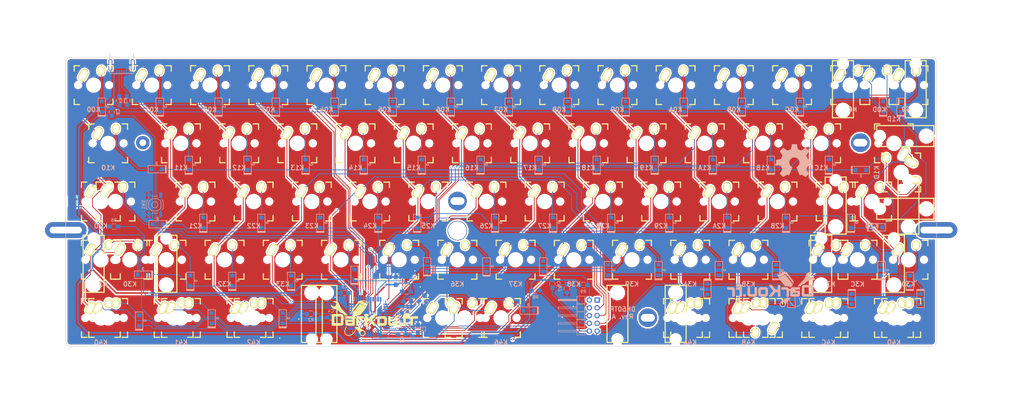
<source format=kicad_pcb>
(kicad_pcb (version 4) (host pcbnew 4.0.5+dfsg1-4)
  (title_block (title "MX/Alps HHKB") (date 2017-05-22) (rev A.1) (company DarKou))
  (layers (0 F.Cu signal) (31 B.Cu signal) (34 B.Paste user) (35 F.Paste user) (36 B.SilkS user) (37 F.SilkS user hide) (38 B.Mask user) (39 F.Mask user) (44 Edge.Cuts user))
  (net 0 "")
  (net 1 "Net-(C1-Pad1)")
  (net 2 GND)
  (net 3 "Net-(C2-Pad1)")
  (net 4 "Net-(C8-Pad1)")
  (net 5 "Net-(D1-Pad2)")
  (net 6 /Row0)
  (net 7 "Net-(D2-Pad2)")
  (net 8 "Net-(D3-Pad2)")
  (net 9 "Net-(D4-Pad2)")
  (net 10 "Net-(D5-Pad2)")
  (net 11 "Net-(D6-Pad2)")
  (net 12 "Net-(D7-Pad2)")
  (net 13 "Net-(D8-Pad2)")
  (net 14 "Net-(D9-Pad2)")
  (net 15 "Net-(D10-Pad2)")
  (net 16 "Net-(D11-Pad2)")
  (net 17 "Net-(D12-Pad2)")
  (net 18 "Net-(D13-Pad2)")
  (net 19 "Net-(D14-Pad2)")
  (net 20 /Row1)
  (net 21 "Net-(D15-Pad2)")
  (net 22 "Net-(D16-Pad2)")
  (net 23 "Net-(D17-Pad2)")
  (net 24 "Net-(D18-Pad2)")
  (net 25 "Net-(D19-Pad2)")
  (net 26 "Net-(D21-Pad2)")
  (net 27 "Net-(D22-Pad2)")
  (net 28 "Net-(D23-Pad2)")
  (net 29 "Net-(D24-Pad2)")
  (net 30 "Net-(D26-Pad2)")
  (net 31 "Net-(D27-Pad2)")
  (net 32 /Row2)
  (net 33 "Net-(D28-Pad2)")
  (net 34 "Net-(D29-Pad2)")
  (net 35 "Net-(D31-Pad2)")
  (net 36 "Net-(D32-Pad2)")
  (net 37 "Net-(D33-Pad2)")
  (net 38 "Net-(D34-Pad2)")
  (net 39 "Net-(D35-Pad2)")
  (net 40 "Net-(D36-Pad2)")
  (net 41 "Net-(D37-Pad2)")
  (net 42 "Net-(D38-Pad2)")
  (net 43 "Net-(D39-Pad2)")
  (net 44 "Net-(D40-Pad2)")
  (net 45 /Row3)
  (net 46 "Net-(D41-Pad2)")
  (net 47 "Net-(D42-Pad2)")
  (net 48 "Net-(D43-Pad2)")
  (net 49 "Net-(D44-Pad2)")
  (net 50 "Net-(D45-Pad2)")
  (net 51 "Net-(D46-Pad2)")
  (net 52 "Net-(D47-Pad2)")
  (net 53 "Net-(D48-Pad2)")
  (net 54 "Net-(D49-Pad2)")
  (net 55 "Net-(D50-Pad2)")
  (net 56 "Net-(D51-Pad2)")
  (net 57 "Net-(D52-Pad2)")
  (net 58 "Net-(D53-Pad2)")
  (net 59 /Row4)
  (net 60 "Net-(D54-Pad2)")
  (net 61 "Net-(D55-Pad2)")
  (net 62 "Net-(D56-Pad2)")
  (net 63 "Net-(D57-Pad2)")
  (net 64 "Net-(D58-Pad2)")
  (net 65 "Net-(D59-Pad2)")
  (net 66 "Net-(D60-Pad2)")
  (net 67 "Net-(J1-Pad2)")
  (net 68 "Net-(J1-Pad3)")
  (net 69 "Net-(J1-Pad4)")
  (net 70 /Col0)
  (net 71 /Col1)
  (net 72 /Col2)
  (net 73 /Col3)
  (net 74 /Col4)
  (net 75 /Col5)
  (net 76 /Col6)
  (net 77 /Col7)
  (net 78 /Col8)
  (net 79 /Col9)
  (net 80 "Net-(R1-Pad2)")
  (net 81 "Net-(R3-Pad1)")
  (net 82 "Net-(R4-Pad2)")
  (net 83 "Net-(U0-Pad35)")
  (net 84 "Net-(U0-Pad42)")
  (net 85 "Net-(LD1-Pad2)")
  (net 86 /CAPS_LED)
  (net 87 D2)
  (net 88 D5)
  (net 89 "Net-(D61-Pad2)")
  (net 90 "Net-(D62-Pad2)")
  (net 91 "Net-(D63-Pad2)")
  (net 92 "Net-(U0-Pad41)")
  (net 93 "Net-(U0-Pad26)")
  (net 94 "Net-(D64-Pad2)")
  (net 95 "Net-(D65-Pad2)")
  (net 96 "Net-(D66-Pad2)")
  (net 97 "Net-(D67-Pad2)")
  (net 98 "Net-(D68-Pad2)")
  (net 99 /ColA)
  (net 100 /ColB)
  (net 101 /ColC)
  (net 102 /ColD)
  (net 103 "Net-(R2-Pad2)")
  (net 104 "Net-(U0-Pad8)")
  (net 105 "Net-(P2-Pad1)")
  (net 106 VCC)
  (net 107 "Net-(C9-Pad1)")
  (module Footprint:darkou (layer B.Cu) (at 259.75 97.75 180)
    (fp_text reference G*** hide)
    (fp_text value LOGO hide)
  )
  (module Footprint:MXST (layer F.Cu) (at 114.3 107.15625 180)
    (fp_text reference MXST hide)
    (fp_text value VAL** hide)
    (pad "" np_thru_hole circle (at 0 -6.985 180) (size 3.048 3.048) (drill 3.048) (layers *.Cu *.Mask))
    (pad "" np_thru_hole circle (at 0 8.255 180) (size 3.9802 3.9802) (drill 3.9802) (layers *.Cu *.Mask))
  )
  (module Mounting_Holes:MountingHole_2.2mm_M2_Pad (layer F.Cu) (at 157.1625 78.58125)
    (fp_text reference REF** hide)
    (fp_text value MountingHole_2.2mm_M2_Pad hide)
    (pad 1 thru_hole circle (at 0 0) (size 6.4 6.4) (drill 6) (layers *.Cu *.Mask))
  )
  (module Footprint:MXST (layer F.Cu) (at 228.6 107.15625 180)
    (fp_text reference MXST hide)
    (fp_text value VAL** hide)
    (pad "" np_thru_hole circle (at 0 -6.985 180) (size 3.048 3.048) (drill 3.048) (layers *.Cu *.Mask))
    (pad "" np_thru_hole circle (at 0 8.255 180) (size 3.9802 3.9802) (drill 3.9802) (layers *.Cu *.Mask))
  )
  (module Footprint:MXST (layer F.Cu) (at 209.55 107.15625 180)
    (fp_text reference MXST hide)
    (fp_text value VAL** hide)
    (pad "" np_thru_hole circle (at 0 -6.985 180) (size 3.048 3.048) (drill 3.048) (layers *.Cu *.Mask))
    (pad "" np_thru_hole circle (at 0 8.255 180) (size 3.9802 3.9802) (drill 3.9802) (layers *.Cu *.Mask))
  )
  (module Footprint:MXST (layer F.Cu) (at 109.5375 107.15625 180)
    (fp_text reference MXST hide)
    (fp_text value VAL** hide)
    (pad "" np_thru_hole circle (at 0 -6.985 180) (size 3.048 3.048) (drill 3.048) (layers *.Cu *.Mask))
    (pad "" np_thru_hole circle (at 0 8.255 180) (size 3.9802 3.9802) (drill 3.9802) (layers *.Cu *.Mask))
  )
  (module Footprint:MXST (layer F.Cu) (at 300.0375 88.10625)
    (fp_text reference MXST hide)
    (fp_text value VAL** hide)
    (pad "" np_thru_hole circle (at 0 -6.985) (size 3.048 3.048) (drill 3.048) (layers *.Cu *.Mask))
    (pad "" np_thru_hole circle (at 0 8.255) (size 3.9802 3.9802) (drill 3.9802) (layers *.Cu *.Mask))
  )
  (module Footprint:MXST (layer F.Cu) (at 276.225 88.10625)
    (fp_text reference MXST hide)
    (fp_text value VAL** hide)
    (pad "" np_thru_hole circle (at 0 -6.985) (size 3.048 3.048) (drill 3.048) (layers *.Cu *.Mask))
    (pad "" np_thru_hole circle (at 0 8.255) (size 3.9802 3.9802) (drill 3.9802) (layers *.Cu *.Mask))
  )
  (module Footprint:MXST (layer F.Cu) (at 302.41875 47.625 90)
    (fp_text reference MXST hide)
    (fp_text value VAL** hide)
    (pad "" np_thru_hole circle (at 0 -6.985 90) (size 3.048 3.048) (drill 3.048) (layers *.Cu *.Mask))
    (pad "" np_thru_hole circle (at 0 8.255 90) (size 3.9802 3.9802) (drill 3.9802) (layers *.Cu *.Mask))
  )
  (module Footprint:MXST (layer F.Cu) (at 302.41875 71.4375 90)
    (fp_text reference MXST hide)
    (fp_text value VAL** hide)
    (pad "" np_thru_hole circle (at 0 -6.985 90) (size 3.048 3.048) (drill 3.048) (layers *.Cu *.Mask))
    (pad "" np_thru_hole circle (at 0 8.255 90) (size 3.9802 3.9802) (drill 3.9802) (layers *.Cu *.Mask))
  )
  (module Footprint:MXST (layer F.Cu) (at 280.9875 69.05625)
    (fp_text reference MXST hide)
    (fp_text value VAL** hide)
    (pad "" np_thru_hole circle (at 0 -6.985) (size 3.048 3.048) (drill 3.048) (layers *.Cu *.Mask))
    (pad "" np_thru_hole circle (at 0 8.255) (size 3.9802 3.9802) (drill 3.9802) (layers *.Cu *.Mask))
  )
  (module Footprint:MXST (layer F.Cu) (at 304.8 69.05625)
    (fp_text reference MXST hide)
    (fp_text value VAL** hide)
    (pad "" np_thru_hole circle (at 0 -6.985) (size 3.048 3.048) (drill 3.048) (layers *.Cu *.Mask))
    (pad "" np_thru_hole circle (at 0 8.255) (size 3.9802 3.9802) (drill 3.9802) (layers *.Cu *.Mask))
  )
  (module Footprint:MXST (layer F.Cu) (at 307.18125 30.95625)
    (fp_text reference MXST hide)
    (fp_text value VAL** hide)
    (pad "" np_thru_hole circle (at 0 -6.985) (size 3.048 3.048) (drill 3.048) (layers *.Cu *.Mask))
    (pad "" np_thru_hole circle (at 0 8.255) (size 3.9802 3.9802) (drill 3.9802) (layers *.Cu *.Mask))
  )
  (module Footprint:MXST (layer F.Cu) (at 283.36875 30.95625)
    (fp_text reference MXST hide)
    (fp_text value VAL** hide)
    (pad "" np_thru_hole circle (at 0 -6.985) (size 3.048 3.048) (drill 3.048) (layers *.Cu *.Mask))
    (pad "" np_thru_hole circle (at 0 8.255) (size 3.9802 3.9802) (drill 3.9802) (layers *.Cu *.Mask))
  )
  (module Footprint:MXST (layer F.Cu) (at 61.9125 88.10625)
    (fp_text reference MXST hide)
    (fp_text value VAL** hide)
    (pad "" np_thru_hole circle (at 0 -6.985) (size 3.048 3.048) (drill 3.048) (layers *.Cu *.Mask))
    (pad "" np_thru_hole circle (at 0 8.255) (size 3.9802 3.9802) (drill 3.9802) (layers *.Cu *.Mask))
  )
  (module Footprint:Poker_oval_hole (layer F.Cu) (at 289.05 49.8)
    (fp_text reference Poker_oval_hole hide)
    (fp_text value VAL** hide)
    (pad "" thru_hole circle (at 0 0) (size 6.1 6.1) (drill oval 4.6 2.5) (layers *.Cu *.Mask))
  )
  (module Footprint:Poker_oval_hole (layer F.Cu) (at 157.2 68.9)
    (fp_text reference Poker_oval_hole hide)
    (fp_text value VAL** hide)
    (pad "" thru_hole circle (at 0 0) (size 6.1 6.1) (drill oval 4.6 2.5) (layers *.Cu *.Mask))
  )
  (module Footprint:Poker_side_edge_long (layer F.Cu) (at 314 78.4)
    (fp_text reference Poker_side_edge_long hide)
    (fp_text value VAL** hide)
    (pad "" thru_hole oval (at 0 0) (size 13.6 5.2) (drill oval 10.6 2.2) (layers *.Cu *.Mask))
  )
  (module Capacitors_SMD:C_0805_HandSoldering (layer B.Cu) (at 145.5 100.75 45)
    (fp_text reference C1 (at 0 2.1 45) (layer B.SilkS) (effects (justify mirror)))
    (fp_text value 22p)
    (pad 1 smd rect (at -1.25 0 45) (size 1.5 1.25) (layers B.Cu B.Paste B.Mask) (net 1 "Net-(C1-Pad1)"))
    (pad 2 smd rect (at 1.25 0 45) (size 1.5 1.25) (layers B.Cu B.Paste B.Mask) (net 2 GND))
  )
  (module Capacitors_SMD:C_0805_HandSoldering (layer B.Cu) (at 144.25 110.75 90)
    (fp_text reference C2 (at 0 2.1 90) (layer B.SilkS) (effects (justify mirror)))
    (fp_text value 22p)
    (pad 1 smd rect (at -1.25 0 90) (size 1.5 1.25) (layers B.Cu B.Paste B.Mask) (net 3 "Net-(C2-Pad1)"))
    (pad 2 smd rect (at 1.25 0 90) (size 1.5 1.25) (layers B.Cu B.Paste B.Mask) (net 2 GND))
  )
  (module Capacitors_SMD:C_0805_HandSoldering (layer B.Cu) (at 137 95 90)
    (fp_text reference C3 (at 0 2.1 90) (layer B.SilkS) (effects (justify mirror)))
    (fp_text value 0.1u hide)
    (pad 1 smd rect (at -1.25 0 90) (size 1.5 1.25) (layers B.Cu B.Paste B.Mask) (net 106 VCC))
    (pad 2 smd rect (at 1.25 0 90) (size 1.5 1.25) (layers B.Cu B.Paste B.Mask) (net 2 GND))
  )
  (module Capacitors_SMD:C_0805_HandSoldering (layer B.Cu) (at 115.75 107 180)
    (fp_text reference C4 (at 0 2.1 180) (layer B.SilkS) (effects (justify mirror)))
    (fp_text value 0.1u hide)
    (pad 1 smd rect (at -1.25 0 180) (size 1.5 1.25) (layers B.Cu B.Paste B.Mask) (net 106 VCC))
    (pad 2 smd rect (at 1.25 0 180) (size 1.5 1.25) (layers B.Cu B.Paste B.Mask) (net 2 GND))
  )
  (module Capacitors_SMD:C_0805_HandSoldering (layer B.Cu) (at 120.25 99 180)
    (fp_text reference C5 (at 0 2.1 180) (layer B.SilkS) (effects (justify mirror)))
    (fp_text value 0.1u)
    (pad 1 smd rect (at -1.25 0 180) (size 1.5 1.25) (layers B.Cu B.Paste B.Mask) (net 106 VCC))
    (pad 2 smd rect (at 1.25 0 180) (size 1.5 1.25) (layers B.Cu B.Paste B.Mask) (net 2 GND))
  )
  (module Capacitors_SMD:C_0805_HandSoldering (layer B.Cu) (at 139 112.5)
    (fp_text reference C6 (at 0 2.1) (layer B.SilkS) (effects (justify mirror)))
    (fp_text value 0.1u)
    (pad 1 smd rect (at -1.25 0) (size 1.5 1.25) (layers B.Cu B.Paste B.Mask) (net 106 VCC))
    (pad 2 smd rect (at 1.25 0) (size 1.5 1.25) (layers B.Cu B.Paste B.Mask) (net 2 GND))
  )
  (module Capacitors_SMD:C_0805_HandSoldering (layer B.Cu) (at 140.75 101.75)
    (fp_text reference C7 (at 0 2.1) (layer B.SilkS) (effects (justify mirror)))
    (fp_text value 4.7u)
    (pad 1 smd rect (at -1.25 0) (size 1.5 1.25) (layers B.Cu B.Paste B.Mask) (net 106 VCC))
    (pad 2 smd rect (at 1.25 0) (size 1.5 1.25) (layers B.Cu B.Paste B.Mask) (net 2 GND))
  )
  (module Capacitors_SMD:C_0805_HandSoldering (layer B.Cu) (at 44 39.75 90)
    (fp_text reference C8 (at 0 2.1 90) (layer B.SilkS) (effects (justify mirror)))
    (fp_text value 1u)
    (pad 1 smd rect (at -1.25 0 90) (size 1.5 1.25) (layers B.Cu B.Paste B.Mask) (net 4 "Net-(C8-Pad1)"))
    (pad 2 smd rect (at 1.25 0 90) (size 1.5 1.25) (layers B.Cu B.Paste B.Mask) (net 2 GND))
  )
  (module Capacitors_SMD:C_0805_HandSoldering (layer B.Cu) (at 188.25 96 90)
    (fp_text reference C9 (at 0 2.1 90) (layer B.SilkS) (effects (justify mirror)))
    (fp_text value 2.2u)
    (pad 1 smd rect (at -1.25 0 90) (size 1.5 1.25) (layers B.Cu B.Paste B.Mask) (net 107 "Net-(C9-Pad1)"))
    (pad 2 smd rect (at 1.25 0 90) (size 1.5 1.25) (layers B.Cu B.Paste B.Mask) (net 106 VCC))
  )
  (module Footprint:D_SOD123 (layer B.Cu) (at 40.75 38 90)
    (fp_text reference D1 hide)
    (fp_text value D (at 0 1.925 90) (layer B.SilkS) (effects (font (size 0.8 0.8)) (justify mirror)))
    (pad 2 smd rect (at 1.7 0 90) (size 1.2 1.4) (layers B.Cu B.Paste B.Mask) (net 5 "Net-(D1-Pad2)"))
    (pad 1 smd rect (at -1.7 0 90) (size 1.2 1.4) (layers B.Cu B.Paste B.Mask) (net 6 /Row0))
  )
  (module Footprint:D_SOD123 (layer B.Cu) (at 58.75 58.5 180)
    (fp_text reference D2 hide)
    (fp_text value D (at 0 1.925 180) (layer B.SilkS) (effects (font (size 0.8 0.8)) (justify mirror)))
    (pad 2 smd rect (at 1.7 0 180) (size 1.2 1.4) (layers B.Cu B.Paste B.Mask) (net 7 "Net-(D2-Pad2)"))
    (pad 1 smd rect (at -1.7 0 180) (size 1.2 1.4) (layers B.Cu B.Paste B.Mask) (net 20 /Row1))
  )
  (module Footprint:D_SOD123 (layer B.Cu) (at 59 76.5 180)
    (fp_text reference D3 hide)
    (fp_text value D (at 0 1.925 180) (layer B.SilkS) (effects (font (size 0.8 0.8)) (justify mirror)))
    (pad 2 smd rect (at 1.7 0 180) (size 1.2 1.4) (layers B.Cu B.Paste B.Mask) (net 8 "Net-(D3-Pad2)"))
    (pad 1 smd rect (at -1.7 0 180) (size 1.2 1.4) (layers B.Cu B.Paste B.Mask) (net 32 /Row2))
  )
  (module Footprint:D_SOD123 (layer B.Cu) (at 54.25 93 180)
    (fp_text reference D4 hide)
    (fp_text value D (at 0 1.925 180) (layer B.SilkS) (effects (font (size 0.8 0.8)) (justify mirror)))
    (pad 2 smd rect (at 1.7 0 180) (size 1.2 1.4) (layers B.Cu B.Paste B.Mask) (net 9 "Net-(D4-Pad2)"))
    (pad 1 smd rect (at -1.7 0 180) (size 1.2 1.4) (layers B.Cu B.Paste B.Mask) (net 45 /Row3))
  )
  (module Footprint:D_SOD123 (layer B.Cu) (at 53 108 90)
    (fp_text reference D5 hide)
    (fp_text value D (at 0 1.925 90) (layer B.SilkS) (effects (font (size 0.8 0.8)) (justify mirror)))
    (pad 2 smd rect (at 1.7 0 90) (size 1.2 1.4) (layers B.Cu B.Paste B.Mask) (net 10 "Net-(D5-Pad2)"))
    (pad 1 smd rect (at -1.7 0 90) (size 1.2 1.4) (layers B.Cu B.Paste B.Mask) (net 59 /Row4))
  )
  (module Footprint:D_SOD123 (layer B.Cu) (at 59.75 38 90)
    (fp_text reference D6 hide)
    (fp_text value D (at 0 1.925 90) (layer B.SilkS) (effects (font (size 0.8 0.8)) (justify mirror)))
    (pad 2 smd rect (at 1.7 0 90) (size 1.2 1.4) (layers B.Cu B.Paste B.Mask) (net 11 "Net-(D6-Pad2)"))
    (pad 1 smd rect (at -1.7 0 90) (size 1.2 1.4) (layers B.Cu B.Paste B.Mask) (net 6 /Row0))
  )
  (module Footprint:D_SOD123 (layer B.Cu) (at 69.25 57 90)
    (fp_text reference D7 hide)
    (fp_text value D (at 0 1.925 90) (layer B.SilkS) (effects (font (size 0.8 0.8)) (justify mirror)))
    (pad 2 smd rect (at 1.7 0 90) (size 1.2 1.4) (layers B.Cu B.Paste B.Mask) (net 12 "Net-(D7-Pad2)"))
    (pad 1 smd rect (at -1.7 0 90) (size 1.2 1.4) (layers B.Cu B.Paste B.Mask) (net 20 /Row1))
  )
  (module Footprint:D_SOD123 (layer B.Cu) (at 74 76 90)
    (fp_text reference D8 hide)
    (fp_text value D (at 0 1.925 90) (layer B.SilkS) (effects (font (size 0.8 0.8)) (justify mirror)))
    (pad 2 smd rect (at 1.7 0 90) (size 1.2 1.4) (layers B.Cu B.Paste B.Mask) (net 13 "Net-(D8-Pad2)"))
    (pad 1 smd rect (at -1.7 0 90) (size 1.2 1.4) (layers B.Cu B.Paste B.Mask) (net 32 /Row2))
  )
  (module Footprint:D_SOD123 (layer B.Cu) (at 69.75 95 90)
    (fp_text reference D9 hide)
    (fp_text value D (at 0 1.925 90) (layer B.SilkS) (effects (font (size 0.8 0.8)) (justify mirror)))
    (pad 2 smd rect (at 1.7 0 90) (size 1.2 1.4) (layers B.Cu B.Paste B.Mask) (net 14 "Net-(D9-Pad2)"))
    (pad 1 smd rect (at -1.7 0 90) (size 1.2 1.4) (layers B.Cu B.Paste B.Mask) (net 45 /Row3))
  )
  (module Footprint:D_SOD123 (layer B.Cu) (at 76.75 107.25 90)
    (fp_text reference D10 hide)
    (fp_text value D (at 0 1.925 90) (layer B.SilkS) (effects (font (size 0.8 0.8)) (justify mirror)))
    (pad 2 smd rect (at 1.7 0 90) (size 1.2 1.4) (layers B.Cu B.Paste B.Mask) (net 15 "Net-(D10-Pad2)"))
    (pad 1 smd rect (at -1.7 0 90) (size 1.2 1.4) (layers B.Cu B.Paste B.Mask) (net 59 /Row4))
  )
  (module Footprint:D_SOD123 (layer B.Cu) (at 79 38 90)
    (fp_text reference D11 hide)
    (fp_text value D (at 0 1.925 90) (layer B.SilkS) (effects (font (size 0.8 0.8)) (justify mirror)))
    (pad 2 smd rect (at 1.7 0 90) (size 1.2 1.4) (layers B.Cu B.Paste B.Mask) (net 16 "Net-(D11-Pad2)"))
    (pad 1 smd rect (at -1.7 0 90) (size 1.2 1.4) (layers B.Cu B.Paste B.Mask) (net 6 /Row0))
  )
  (module Footprint:D_SOD123 (layer B.Cu) (at 88.5 57 90)
    (fp_text reference D12 hide)
    (fp_text value D (at 0 1.925 90) (layer B.SilkS) (effects (font (size 0.8 0.8)) (justify mirror)))
    (pad 2 smd rect (at 1.7 0 90) (size 1.2 1.4) (layers B.Cu B.Paste B.Mask) (net 17 "Net-(D12-Pad2)"))
    (pad 1 smd rect (at -1.7 0 90) (size 1.2 1.4) (layers B.Cu B.Paste B.Mask) (net 20 /Row1))
  )
  (module Footprint:D_SOD123 (layer B.Cu) (at 93 76 90)
    (fp_text reference D13 hide)
    (fp_text value D (at 0 1.925 90) (layer B.SilkS) (effects (font (size 0.8 0.8)) (justify mirror)))
    (pad 2 smd rect (at 1.7 0 90) (size 1.2 1.4) (layers B.Cu B.Paste B.Mask) (net 18 "Net-(D13-Pad2)"))
    (pad 1 smd rect (at -1.7 0 90) (size 1.2 1.4) (layers B.Cu B.Paste B.Mask) (net 32 /Row2))
  )
  (module Footprint:D_SOD123 (layer B.Cu) (at 83.5 95 90)
    (fp_text reference D14 hide)
    (fp_text value D (at 0 1.925 90) (layer B.SilkS) (effects (font (size 0.8 0.8)) (justify mirror)))
    (pad 2 smd rect (at 1.7 0 90) (size 1.2 1.4) (layers B.Cu B.Paste B.Mask) (net 19 "Net-(D14-Pad2)"))
    (pad 1 smd rect (at -1.7 0 90) (size 1.2 1.4) (layers B.Cu B.Paste B.Mask) (net 45 /Row3))
  )
  (module Footprint:D_SOD123 (layer B.Cu) (at 100 107.25 90)
    (fp_text reference D15 hide)
    (fp_text value D (at 0 1.925 90) (layer B.SilkS) (effects (font (size 0.8 0.8)) (justify mirror)))
    (pad 2 smd rect (at 1.7 0 90) (size 1.2 1.4) (layers B.Cu B.Paste B.Mask) (net 21 "Net-(D15-Pad2)"))
    (pad 1 smd rect (at -1.7 0 90) (size 1.2 1.4) (layers B.Cu B.Paste B.Mask) (net 59 /Row4))
  )
  (module Footprint:D_SOD123 (layer B.Cu) (at 97.75 38 90)
    (fp_text reference D16 hide)
    (fp_text value D (at 0 1.925 90) (layer B.SilkS) (effects (font (size 0.8 0.8)) (justify mirror)))
    (pad 2 smd rect (at 1.7 0 90) (size 1.2 1.4) (layers B.Cu B.Paste B.Mask) (net 22 "Net-(D16-Pad2)"))
    (pad 1 smd rect (at -1.7 0 90) (size 1.2 1.4) (layers B.Cu B.Paste B.Mask) (net 6 /Row0))
  )
  (module Footprint:D_SOD123 (layer B.Cu) (at 107.5 57 90)
    (fp_text reference D17 hide)
    (fp_text value D (at 0 1.925 90) (layer B.SilkS) (effects (font (size 0.8 0.8)) (justify mirror)))
    (pad 2 smd rect (at 1.7 0 90) (size 1.2 1.4) (layers B.Cu B.Paste B.Mask) (net 23 "Net-(D17-Pad2)"))
    (pad 1 smd rect (at -1.7 0 90) (size 1.2 1.4) (layers B.Cu B.Paste B.Mask) (net 20 /Row1))
  )
  (module Footprint:D_SOD123 (layer B.Cu) (at 112.25 76 90)
    (fp_text reference D18 hide)
    (fp_text value D (at 0 1.925 90) (layer B.SilkS) (effects (font (size 0.8 0.8)) (justify mirror)))
    (pad 2 smd rect (at 1.7 0 90) (size 1.2 1.4) (layers B.Cu B.Paste B.Mask) (net 24 "Net-(D18-Pad2)"))
    (pad 1 smd rect (at -1.7 0 90) (size 1.2 1.4) (layers B.Cu B.Paste B.Mask) (net 32 /Row2))
  )
  (module Footprint:D_SOD123 (layer B.Cu) (at 102.75 95 90)
    (fp_text reference D19 hide)
    (fp_text value D (at 0 1.925 90) (layer B.SilkS) (effects (font (size 0.8 0.8)) (justify mirror)))
    (pad 2 smd rect (at 1.7 0 90) (size 1.2 1.4) (layers B.Cu B.Paste B.Mask) (net 25 "Net-(D19-Pad2)"))
    (pad 1 smd rect (at -1.7 0 90) (size 1.2 1.4) (layers B.Cu B.Paste B.Mask) (net 45 /Row3))
  )
  (module Footprint:D_SOD123 (layer B.Cu) (at 117 38 90)
    (fp_text reference D21 hide)
    (fp_text value D (at 0 1.925 90) (layer B.SilkS) (effects (font (size 0.8 0.8)) (justify mirror)))
    (pad 2 smd rect (at 1.7 0 90) (size 1.2 1.4) (layers B.Cu B.Paste B.Mask) (net 26 "Net-(D21-Pad2)"))
    (pad 1 smd rect (at -1.7 0 90) (size 1.2 1.4) (layers B.Cu B.Paste B.Mask) (net 6 /Row0))
  )
  (module Footprint:D_SOD123 (layer B.Cu) (at 126.5 57 90)
    (fp_text reference D22 hide)
    (fp_text value D (at 0 1.925 90) (layer B.SilkS) (effects (font (size 0.8 0.8)) (justify mirror)))
    (pad 2 smd rect (at 1.7 0 90) (size 1.2 1.4) (layers B.Cu B.Paste B.Mask) (net 27 "Net-(D22-Pad2)"))
    (pad 1 smd rect (at -1.7 0 90) (size 1.2 1.4) (layers B.Cu B.Paste B.Mask) (net 20 /Row1))
  )
  (module Footprint:D_SOD123 (layer B.Cu) (at 131.25 76 90)
    (fp_text reference D23 hide)
    (fp_text value D (at 0 1.925 90) (layer B.SilkS) (effects (font (size 0.8 0.8)) (justify mirror)))
    (pad 2 smd rect (at 1.7 0 90) (size 1.2 1.4) (layers B.Cu B.Paste B.Mask) (net 28 "Net-(D23-Pad2)"))
    (pad 1 smd rect (at -1.7 0 90) (size 1.2 1.4) (layers B.Cu B.Paste B.Mask) (net 32 /Row2))
  )
  (module Footprint:D_SOD123 (layer B.Cu) (at 123.5 93 90)
    (fp_text reference D24 hide)
    (fp_text value D (at 0 1.925 90) (layer B.SilkS) (effects (font (size 0.8 0.8)) (justify mirror)))
    (pad 2 smd rect (at 1.7 0 90) (size 1.2 1.4) (layers B.Cu B.Paste B.Mask) (net 29 "Net-(D24-Pad2)"))
    (pad 1 smd rect (at -1.7 0 90) (size 1.2 1.4) (layers B.Cu B.Paste B.Mask) (net 45 /Row3))
  )
  (module Footprint:D_SOD123 (layer B.Cu) (at 136 38 90)
    (fp_text reference D26 hide)
    (fp_text value D (at 0 1.925 90) (layer B.SilkS) (effects (font (size 0.8 0.8)) (justify mirror)))
    (pad 2 smd rect (at 1.7 0 90) (size 1.2 1.4) (layers B.Cu B.Paste B.Mask) (net 30 "Net-(D26-Pad2)"))
    (pad 1 smd rect (at -1.7 0 90) (size 1.2 1.4) (layers B.Cu B.Paste B.Mask) (net 6 /Row0))
  )
  (module Footprint:D_SOD123 (layer B.Cu) (at 145.5 57 90)
    (fp_text reference D27 hide)
    (fp_text value D (at 0 1.925 90) (layer B.SilkS) (effects (font (size 0.8 0.8)) (justify mirror)))
    (pad 2 smd rect (at 1.7 0 90) (size 1.2 1.4) (layers B.Cu B.Paste B.Mask) (net 31 "Net-(D27-Pad2)"))
    (pad 1 smd rect (at -1.7 0 90) (size 1.2 1.4) (layers B.Cu B.Paste B.Mask) (net 20 /Row1))
  )
  (module Footprint:D_SOD123 (layer B.Cu) (at 144 76 90)
    (fp_text reference D28 hide)
    (fp_text value D (at 0 1.925 90) (layer B.SilkS) (effects (font (size 0.8 0.8)) (justify mirror)))
    (pad 2 smd rect (at 1.7 0 90) (size 1.2 1.4) (layers B.Cu B.Paste B.Mask) (net 33 "Net-(D28-Pad2)"))
    (pad 1 smd rect (at -1.7 0 90) (size 1.2 1.4) (layers B.Cu B.Paste B.Mask) (net 32 /Row2))
  )
  (module Footprint:D_SOD123 (layer B.Cu) (at 147.25 90.25 90)
    (fp_text reference D29 hide)
    (fp_text value D (at 0 1.925 90) (layer B.SilkS) (effects (font (size 0.8 0.8)) (justify mirror)))
    (pad 2 smd rect (at 1.7 0 90) (size 1.2 1.4) (layers B.Cu B.Paste B.Mask) (net 34 "Net-(D29-Pad2)"))
    (pad 1 smd rect (at -1.7 0 90) (size 1.2 1.4) (layers B.Cu B.Paste B.Mask) (net 45 /Row3))
  )
  (module Footprint:D_SOD123 (layer B.Cu) (at 155 38 90)
    (fp_text reference D31 hide)
    (fp_text value D (at 0 1.925 90) (layer B.SilkS) (effects (font (size 0.8 0.8)) (justify mirror)))
    (pad 2 smd rect (at 1.7 0 90) (size 1.2 1.4) (layers B.Cu B.Paste B.Mask) (net 35 "Net-(D31-Pad2)"))
    (pad 1 smd rect (at -1.7 0 90) (size 1.2 1.4) (layers B.Cu B.Paste B.Mask) (net 6 /Row0))
  )
  (module Footprint:D_SOD123 (layer B.Cu) (at 164.75 57 90)
    (fp_text reference D32 hide)
    (fp_text value D (at 0 1.925 90) (layer B.SilkS) (effects (font (size 0.8 0.8)) (justify mirror)))
    (pad 2 smd rect (at 1.7 0 90) (size 1.2 1.4) (layers B.Cu B.Paste B.Mask) (net 36 "Net-(D32-Pad2)"))
    (pad 1 smd rect (at -1.7 0 90) (size 1.2 1.4) (layers B.Cu B.Paste B.Mask) (net 20 /Row1))
  )
  (module Footprint:D_SOD123 (layer B.Cu) (at 169.5 76 90)
    (fp_text reference D33 hide)
    (fp_text value D (at 0 1.925 90) (layer B.SilkS) (effects (font (size 0.8 0.8)) (justify mirror)))
    (pad 2 smd rect (at 1.7 0 90) (size 1.2 1.4) (layers B.Cu B.Paste B.Mask) (net 37 "Net-(D33-Pad2)"))
    (pad 1 smd rect (at -1.7 0 90) (size 1.2 1.4) (layers B.Cu B.Paste B.Mask) (net 32 /Row2))
  )
  (module Footprint:D_SOD123 (layer B.Cu) (at 166.7 90.3 90)
    (fp_text reference D34 hide)
    (fp_text value D (at 0 1.925 90) (layer B.SilkS) (effects (font (size 0.8 0.8)) (justify mirror)))
    (pad 2 smd rect (at 1.7 0 90) (size 1.2 1.4) (layers B.Cu B.Paste B.Mask) (net 38 "Net-(D34-Pad2)"))
    (pad 1 smd rect (at -1.7 0 90) (size 1.2 1.4) (layers B.Cu B.Paste B.Mask) (net 45 /Row3))
  )
  (module Footprint:D_SOD123 (layer B.Cu) (at 180.5 104.75 180)
    (fp_text reference D35 hide)
    (fp_text value D (at 0 1.925 180) (layer B.SilkS) (effects (font (size 0.8 0.8)) (justify mirror)))
    (pad 2 smd rect (at 1.7 0 180) (size 1.2 1.4) (layers B.Cu B.Paste B.Mask) (net 39 "Net-(D35-Pad2)"))
    (pad 1 smd rect (at -1.7 0 180) (size 1.2 1.4) (layers B.Cu B.Paste B.Mask) (net 59 /Row4))
  )
  (module Footprint:D_SOD123 (layer B.Cu) (at 174 38 90)
    (fp_text reference D36 hide)
    (fp_text value D (at 0 1.925 90) (layer B.SilkS) (effects (font (size 0.8 0.8)) (justify mirror)))
    (pad 2 smd rect (at 1.7 0 90) (size 1.2 1.4) (layers B.Cu B.Paste B.Mask) (net 40 "Net-(D36-Pad2)"))
    (pad 1 smd rect (at -1.7 0 90) (size 1.2 1.4) (layers B.Cu B.Paste B.Mask) (net 6 /Row0))
  )
  (module Footprint:D_SOD123 (layer B.Cu) (at 183.75 57 90)
    (fp_text reference D37 hide)
    (fp_text value D (at 0 1.925 90) (layer B.SilkS) (effects (font (size 0.8 0.8)) (justify mirror)))
    (pad 2 smd rect (at 1.7 0 90) (size 1.2 1.4) (layers B.Cu B.Paste B.Mask) (net 41 "Net-(D37-Pad2)"))
    (pad 1 smd rect (at -1.7 0 90) (size 1.2 1.4) (layers B.Cu B.Paste B.Mask) (net 20 /Row1))
  )
  (module Footprint:D_SOD123 (layer B.Cu) (at 188.5 76 90)
    (fp_text reference D38 hide)
    (fp_text value D (at 0 1.925 90) (layer B.SilkS) (effects (font (size 0.8 0.8)) (justify mirror)))
    (pad 2 smd rect (at 1.7 0 90) (size 1.2 1.4) (layers B.Cu B.Paste B.Mask) (net 42 "Net-(D38-Pad2)"))
    (pad 1 smd rect (at -1.7 0 90) (size 1.2 1.4) (layers B.Cu B.Paste B.Mask) (net 32 /Row2))
  )
  (module Footprint:D_SOD123 (layer B.Cu) (at 185.25 90.25 90)
    (fp_text reference D39 hide)
    (fp_text value D (at 0 1.925 90) (layer B.SilkS) (effects (font (size 0.8 0.8)) (justify mirror)))
    (pad 2 smd rect (at 1.7 0 90) (size 1.2 1.4) (layers B.Cu B.Paste B.Mask) (net 43 "Net-(D39-Pad2)"))
    (pad 1 smd rect (at -1.7 0 90) (size 1.2 1.4) (layers B.Cu B.Paste B.Mask) (net 45 /Row3))
  )
  (module Footprint:D_SOD123 (layer B.Cu) (at 193.25 38 90)
    (fp_text reference D40 hide)
    (fp_text value D (at 0 1.925 90) (layer B.SilkS) (effects (font (size 0.8 0.8)) (justify mirror)))
    (pad 2 smd rect (at 1.7 0 90) (size 1.2 1.4) (layers B.Cu B.Paste B.Mask) (net 44 "Net-(D40-Pad2)"))
    (pad 1 smd rect (at -1.7 0 90) (size 1.2 1.4) (layers B.Cu B.Paste B.Mask) (net 6 /Row0))
  )
  (module Footprint:D_SOD123 (layer B.Cu) (at 202.75 57 90)
    (fp_text reference D41 hide)
    (fp_text value D (at 0 1.925 90) (layer B.SilkS) (effects (font (size 0.8 0.8)) (justify mirror)))
    (pad 2 smd rect (at 1.7 0 90) (size 1.2 1.4) (layers B.Cu B.Paste B.Mask) (net 46 "Net-(D41-Pad2)"))
    (pad 1 smd rect (at -1.7 0 90) (size 1.2 1.4) (layers B.Cu B.Paste B.Mask) (net 20 /Row1))
  )
  (module Footprint:D_SOD123 (layer B.Cu) (at 207.5 76 90)
    (fp_text reference D42 hide)
    (fp_text value D (at 0 1.925 90) (layer B.SilkS) (effects (font (size 0.8 0.8)) (justify mirror)))
    (pad 2 smd rect (at 1.7 0 90) (size 1.2 1.4) (layers B.Cu B.Paste B.Mask) (net 47 "Net-(D42-Pad2)"))
    (pad 1 smd rect (at -1.7 0 90) (size 1.2 1.4) (layers B.Cu B.Paste B.Mask) (net 32 /Row2))
  )
  (module Footprint:D_SOD123 (layer B.Cu) (at 206.5 91.5 90)
    (fp_text reference D43 hide)
    (fp_text value D (at 0 1.925 90) (layer B.SilkS) (effects (font (size 0.8 0.8)) (justify mirror)))
    (pad 2 smd rect (at 1.7 0 90) (size 1.2 1.4) (layers B.Cu B.Paste B.Mask) (net 48 "Net-(D43-Pad2)"))
    (pad 1 smd rect (at -1.7 0 90) (size 1.2 1.4) (layers B.Cu B.Paste B.Mask) (net 45 /Row3))
  )
  (module Footprint:D_SOD123 (layer B.Cu) (at 212.25 38 90)
    (fp_text reference D44 hide)
    (fp_text value D (at 0 1.925 90) (layer B.SilkS) (effects (font (size 0.8 0.8)) (justify mirror)))
    (pad 2 smd rect (at 1.7 0 90) (size 1.2 1.4) (layers B.Cu B.Paste B.Mask) (net 49 "Net-(D44-Pad2)"))
    (pad 1 smd rect (at -1.7 0 90) (size 1.2 1.4) (layers B.Cu B.Paste B.Mask) (net 6 /Row0))
  )
  (module Footprint:D_SOD123 (layer B.Cu) (at 221.75 57 90)
    (fp_text reference D45 hide)
    (fp_text value D (at 0 1.925 90) (layer B.SilkS) (effects (font (size 0.8 0.8)) (justify mirror)))
    (pad 2 smd rect (at 1.7 0 90) (size 1.2 1.4) (layers B.Cu B.Paste B.Mask) (net 50 "Net-(D45-Pad2)"))
    (pad 1 smd rect (at -1.7 0 90) (size 1.2 1.4) (layers B.Cu B.Paste B.Mask) (net 20 /Row1))
  )
  (module Footprint:D_SOD123 (layer B.Cu) (at 226.5 76 90)
    (fp_text reference D46 hide)
    (fp_text value D (at 0 1.925 90) (layer B.SilkS) (effects (font (size 0.8 0.8)) (justify mirror)))
    (pad 2 smd rect (at 1.7 0 90) (size 1.2 1.4) (layers B.Cu B.Paste B.Mask) (net 51 "Net-(D46-Pad2)"))
    (pad 1 smd rect (at -1.7 0 90) (size 1.2 1.4) (layers B.Cu B.Paste B.Mask) (net 32 /Row2))
  )
  (module Footprint:D_SOD123 (layer B.Cu) (at 223 91.5 90)
    (fp_text reference D47 hide)
    (fp_text value D (at 0 1.925 90) (layer B.SilkS) (effects (font (size 0.8 0.8)) (justify mirror)))
    (pad 2 smd rect (at 1.7 0 90) (size 1.2 1.4) (layers B.Cu B.Paste B.Mask) (net 52 "Net-(D47-Pad2)"))
    (pad 1 smd rect (at -1.7 0 90) (size 1.2 1.4) (layers B.Cu B.Paste B.Mask) (net 45 /Row3))
  )
  (module Footprint:D_SOD123 (layer B.Cu) (at 302.25 38 90)
    (fp_text reference D48 hide)
    (fp_text value D (at 0 1.925 90) (layer B.SilkS) (effects (font (size 0.8 0.8)) (justify mirror)))
    (pad 2 smd rect (at 1.7 0 90) (size 1.2 1.4) (layers B.Cu B.Paste B.Mask) (net 53 "Net-(D48-Pad2)"))
    (pad 1 smd rect (at -1.7 0 90) (size 1.2 1.4) (layers B.Cu B.Paste B.Mask) (net 59 /Row4))
  )
  (module Footprint:D_SOD123 (layer B.Cu) (at 231.25 38 90)
    (fp_text reference D49 hide)
    (fp_text value D (at 0 1.925 90) (layer B.SilkS) (effects (font (size 0.8 0.8)) (justify mirror)))
    (pad 2 smd rect (at 1.7 0 90) (size 1.2 1.4) (layers B.Cu B.Paste B.Mask) (net 54 "Net-(D49-Pad2)"))
    (pad 1 smd rect (at -1.7 0 90) (size 1.2 1.4) (layers B.Cu B.Paste B.Mask) (net 6 /Row0))
  )
  (module Footprint:D_SOD123 (layer B.Cu) (at 240.75 57 90)
    (fp_text reference D50 hide)
    (fp_text value D (at 0 1.925 90) (layer B.SilkS) (effects (font (size 0.8 0.8)) (justify mirror)))
    (pad 2 smd rect (at 1.7 0 90) (size 1.2 1.4) (layers B.Cu B.Paste B.Mask) (net 55 "Net-(D50-Pad2)"))
    (pad 1 smd rect (at -1.7 0 90) (size 1.2 1.4) (layers B.Cu B.Paste B.Mask) (net 20 /Row1))
  )
  (module Footprint:D_SOD123 (layer B.Cu) (at 245.5 76 90)
    (fp_text reference D51 hide)
    (fp_text value D (at 0 1.925 90) (layer B.SilkS) (effects (font (size 0.8 0.8)) (justify mirror)))
    (pad 2 smd rect (at 1.7 0 90) (size 1.2 1.4) (layers B.Cu B.Paste B.Mask) (net 56 "Net-(D51-Pad2)"))
    (pad 1 smd rect (at -1.7 0 90) (size 1.2 1.4) (layers B.Cu B.Paste B.Mask) (net 32 /Row2))
  )
  (module Footprint:D_SOD123 (layer B.Cu) (at 242.75 91.5 90)
    (fp_text reference D52 hide)
    (fp_text value D (at 0 1.925 90) (layer B.SilkS) (effects (font (size 0.8 0.8)) (justify mirror)))
    (pad 2 smd rect (at 1.7 0 90) (size 1.2 1.4) (layers B.Cu B.Paste B.Mask) (net 57 "Net-(D52-Pad2)"))
    (pad 1 smd rect (at -1.7 0 90) (size 1.2 1.4) (layers B.Cu B.Paste B.Mask) (net 45 /Row3))
  )
  (module Footprint:D_SOD123 (layer B.Cu) (at 239 97.75 270)
    (fp_text reference D53 hide)
    (fp_text value D (at 0 1.925 270) (layer B.SilkS) (effects (font (size 0.8 0.8)) (justify mirror)))
    (pad 2 smd rect (at 1.7 0 270) (size 1.2 1.4) (layers B.Cu B.Paste B.Mask) (net 58 "Net-(D53-Pad2)"))
    (pad 1 smd rect (at -1.7 0 270) (size 1.2 1.4) (layers B.Cu B.Paste B.Mask) (net 59 /Row4))
  )
  (module Footprint:D_SOD123 (layer B.Cu) (at 250.25 38 90)
    (fp_text reference D54 hide)
    (fp_text value D (at 0 1.925 90) (layer B.SilkS) (effects (font (size 0.8 0.8)) (justify mirror)))
    (pad 2 smd rect (at 1.7 0 90) (size 1.2 1.4) (layers B.Cu B.Paste B.Mask) (net 60 "Net-(D54-Pad2)"))
    (pad 1 smd rect (at -1.7 0 90) (size 1.2 1.4) (layers B.Cu B.Paste B.Mask) (net 6 /Row0))
  )
  (module Footprint:D_SOD123 (layer B.Cu) (at 259.75 57 90)
    (fp_text reference D55 hide)
    (fp_text value D (at 0 1.925 90) (layer B.SilkS) (effects (font (size 0.8 0.8)) (justify mirror)))
    (pad 2 smd rect (at 1.7 0 90) (size 1.2 1.4) (layers B.Cu B.Paste B.Mask) (net 61 "Net-(D55-Pad2)"))
    (pad 1 smd rect (at -1.7 0 90) (size 1.2 1.4) (layers B.Cu B.Paste B.Mask) (net 20 /Row1))
  )
  (module Footprint:D_SOD123 (layer B.Cu) (at 264.75 76 90)
    (fp_text reference D56 hide)
    (fp_text value D (at 0 1.925 90) (layer B.SilkS) (effects (font (size 0.8 0.8)) (justify mirror)))
    (pad 2 smd rect (at 1.7 0 90) (size 1.2 1.4) (layers B.Cu B.Paste B.Mask) (net 62 "Net-(D56-Pad2)"))
    (pad 1 smd rect (at -1.7 0 90) (size 1.2 1.4) (layers B.Cu B.Paste B.Mask) (net 32 /Row2))
  )
  (module Footprint:D_SOD123 (layer B.Cu) (at 261.5 91.5 90)
    (fp_text reference D57 hide)
    (fp_text value D (at 0 1.925 90) (layer B.SilkS) (effects (font (size 0.8 0.8)) (justify mirror)))
    (pad 2 smd rect (at 1.7 0 90) (size 1.2 1.4) (layers B.Cu B.Paste B.Mask) (net 63 "Net-(D57-Pad2)"))
    (pad 1 smd rect (at -1.7 0 90) (size 1.2 1.4) (layers B.Cu B.Paste B.Mask) (net 45 /Row3))
  )
  (module Footprint:D_SOD123 (layer B.Cu) (at 266.5 101 270)
    (fp_text reference D58 hide)
    (fp_text value D (at 0 1.925 270) (layer B.SilkS) (effects (font (size 0.8 0.8)) (justify mirror)))
    (pad 2 smd rect (at 1.7 0 270) (size 1.2 1.4) (layers B.Cu B.Paste B.Mask) (net 64 "Net-(D58-Pad2)"))
    (pad 1 smd rect (at -1.7 0 270) (size 1.2 1.4) (layers B.Cu B.Paste B.Mask) (net 59 /Row4))
  )
  (module Footprint:D_SOD123 (layer B.Cu) (at 269.25 38 90)
    (fp_text reference D59 hide)
    (fp_text value D (at 0 1.925 90) (layer B.SilkS) (effects (font (size 0.8 0.8)) (justify mirror)))
    (pad 2 smd rect (at 1.7 0 90) (size 1.2 1.4) (layers B.Cu B.Paste B.Mask) (net 65 "Net-(D59-Pad2)"))
    (pad 1 smd rect (at -1.7 0 90) (size 1.2 1.4) (layers B.Cu B.Paste B.Mask) (net 6 /Row0))
  )
  (module Footprint:D_SOD123 (layer B.Cu) (at 278.75 57 90)
    (fp_text reference D60 hide)
    (fp_text value D (at 0 1.925 90) (layer B.SilkS) (effects (font (size 0.8 0.8)) (justify mirror)))
    (pad 2 smd rect (at 1.7 0 90) (size 1.2 1.4) (layers B.Cu B.Paste B.Mask) (net 66 "Net-(D60-Pad2)"))
    (pad 1 smd rect (at -1.7 0 90) (size 1.2 1.4) (layers B.Cu B.Paste B.Mask) (net 20 /Row1))
  )
  (module Footprint:D_SOD123 (layer B.Cu) (at 286 76 90)
    (fp_text reference D61 hide)
    (fp_text value D (at 0 1.925 90) (layer B.SilkS) (effects (font (size 0.8 0.8)) (justify mirror)))
    (pad 2 smd rect (at 1.7 0 90) (size 1.2 1.4) (layers B.Cu B.Paste B.Mask) (net 89 "Net-(D61-Pad2)"))
    (pad 1 smd rect (at -1.7 0 90) (size 1.2 1.4) (layers B.Cu B.Paste B.Mask) (net 32 /Row2))
  )
  (module Footprint:D_SOD123 (layer B.Cu) (at 296 91.5 90)
    (fp_text reference D62 hide)
    (fp_text value D (at 0 1.925 90) (layer B.SilkS) (effects (font (size 0.8 0.8)) (justify mirror)))
    (pad 2 smd rect (at 1.7 0 90) (size 1.2 1.4) (layers B.Cu B.Paste B.Mask) (net 90 "Net-(D62-Pad2)"))
    (pad 1 smd rect (at -1.7 0 90) (size 1.2 1.4) (layers B.Cu B.Paste B.Mask) (net 45 /Row3))
  )
  (module Footprint:D_SOD123 (layer B.Cu) (at 286.25 101 270)
    (fp_text reference D63 hide)
    (fp_text value D (at 0 1.925 270) (layer B.SilkS) (effects (font (size 0.8 0.8)) (justify mirror)))
    (pad 2 smd rect (at 1.7 0 270) (size 1.2 1.4) (layers B.Cu B.Paste B.Mask) (net 91 "Net-(D63-Pad2)"))
    (pad 1 smd rect (at -1.7 0 270) (size 1.2 1.4) (layers B.Cu B.Paste B.Mask) (net 59 /Row4))
  )
  (module Footprint:D_SOD123 (layer B.Cu) (at 296.5 38 90)
    (fp_text reference D64 hide)
    (fp_text value D (at 0 1.925 90) (layer B.SilkS) (effects (font (size 0.8 0.8)) (justify mirror)))
    (pad 2 smd rect (at 1.7 0 90) (size 1.2 1.4) (layers B.Cu B.Paste B.Mask) (net 94 "Net-(D64-Pad2)"))
    (pad 1 smd rect (at -1.7 0 90) (size 1.2 1.4) (layers B.Cu B.Paste B.Mask) (net 6 /Row0))
  )
  (module Footprint:D_SOD123 (layer B.Cu) (at 289.25 58.75)
    (fp_text reference D65 hide)
    (fp_text value D (at 0 1.925) (layer B.SilkS) (effects (font (size 0.8 0.8)) (justify mirror)))
    (pad 2 smd rect (at 1.7 0) (size 1.2 1.4) (layers B.Cu B.Paste B.Mask) (net 95 "Net-(D65-Pad2)"))
    (pad 1 smd rect (at -1.7 0) (size 1.2 1.4) (layers B.Cu B.Paste B.Mask) (net 20 /Row1))
  )
  (module Footprint:D_SOD123 (layer B.Cu) (at 294.5 77.5)
    (fp_text reference D66 hide)
    (fp_text value D (at 0 1.925) (layer B.SilkS) (effects (font (size 0.8 0.8)) (justify mirror)))
    (pad 2 smd rect (at 1.7 0) (size 1.2 1.4) (layers B.Cu B.Paste B.Mask) (net 96 "Net-(D66-Pad2)"))
    (pad 1 smd rect (at -1.7 0) (size 1.2 1.4) (layers B.Cu B.Paste B.Mask) (net 32 /Row2))
  )
  (module Footprint:D_SOD123 (layer B.Cu) (at 305.25 95 90)
    (fp_text reference D67 hide)
    (fp_text value D (at 0 1.925 90) (layer B.SilkS) (effects (font (size 0.8 0.8)) (justify mirror)))
    (pad 2 smd rect (at 1.7 0 90) (size 1.2 1.4) (layers B.Cu B.Paste B.Mask) (net 97 "Net-(D67-Pad2)"))
    (pad 1 smd rect (at -1.7 0 90) (size 1.2 1.4) (layers B.Cu B.Paste B.Mask) (net 45 /Row3))
  )
  (module Footprint:D_SOD123 (layer B.Cu) (at 308.75 101 270)
    (fp_text reference D68 hide)
    (fp_text value D (at 0 1.925 270) (layer B.SilkS) (effects (font (size 0.8 0.8)) (justify mirror)))
    (pad 2 smd rect (at 1.7 0 270) (size 1.2 1.4) (layers B.Cu B.Paste B.Mask) (net 98 "Net-(D68-Pad2)"))
    (pad 1 smd rect (at -1.7 0 270) (size 1.2 1.4) (layers B.Cu B.Paste B.Mask) (net 59 /Row4))
  )
  (module Footprint:USB_miniB_hirose_5S8 (layer B.Cu) (at 47.25 26.75)
    (fp_text reference J1 hide)
    (fp_text value USB_mini_micro_B hide)
    (pad 1 smd rect (at -1.6 0) (size 0.5 1.4) (layers B.Cu B.Paste B.Mask) (net 106 VCC))
    (pad 2 smd rect (at -0.8 0) (size 0.5 1.4) (layers B.Cu B.Paste B.Mask) (net 67 "Net-(J1-Pad2)"))
    (pad 3 smd rect (at 0 0) (size 0.5 1.4) (layers B.Cu B.Paste B.Mask) (net 68 "Net-(J1-Pad3)"))
    (pad 4 smd rect (at 0.8 0) (size 0.5 1.4) (layers B.Cu B.Paste B.Mask) (net 69 "Net-(J1-Pad4)"))
    (pad 5 smd rect (at 1.6 0) (size 0.5 1.4) (layers B.Cu B.Paste B.Mask) (net 2 GND))
    (pad 6 thru_hole oval (at -3.65 -2.4) (size 1.3 3.8) (drill oval 0.7 3.2) (layers *.Cu *.Mask B.Paste) (net 2 GND))
    (pad 6 thru_hole oval (at 3.65 -2.4) (size 1.3 3.8) (drill oval 0.7 3.2) (layers *.Cu *.Mask B.Paste) (net 2 GND))
  )
  (module Footprint:Mx_Alps_100 (layer F.Cu) (at 38.1 30.95625)
    (fp_text reference K1 hide)
    (fp_text value K00 (at 0 8) (layer B.SilkS) (effects (font (thickness 0.3048)) (justify mirror)))
    (pad HOLE np_thru_hole circle (at 0 0) (size 3.9878 3.9878) (drill 3.9878) (layers *.Cu))
    (pad HOLE np_thru_hole circle (at -5.08 0) (size 1.7018 1.7018) (drill 1.7018) (layers *.Cu))
    (pad HOLE np_thru_hole circle (at 5.08 0) (size 1.7018 1.7018) (drill 1.7018) (layers *.Cu))
    (pad 1 thru_hole oval (at -3.405 -3.27 330.95) (size 2.5 4.17) (drill oval 1.5 3.17) (layers *.Cu *.Mask F.SilkS) (net 70 /Col0))
    (pad 2 thru_hole oval (at 2.52 -4.79 356.1) (size 2.5 3.08) (drill oval 1.5 2.08) (layers *.Cu *.Mask F.SilkS) (net 5 "Net-(D1-Pad2)"))
  )
  (module Footprint:Mx_Alps_150 (layer F.Cu) (at 42.8625 50.00625)
    (fp_text reference K2 hide)
    (fp_text value K10 (at 0 8) (layer B.SilkS) (effects (font (thickness 0.3048)) (justify mirror)))
    (pad HOLE np_thru_hole circle (at 0 0) (size 3.9878 3.9878) (drill 3.9878) (layers *.Cu))
    (pad HOLE np_thru_hole circle (at -5.08 0) (size 1.7018 1.7018) (drill 1.7018) (layers *.Cu))
    (pad HOLE np_thru_hole circle (at 5.08 0) (size 1.7018 1.7018) (drill 1.7018) (layers *.Cu))
    (pad 1 thru_hole oval (at -3.405 -3.27 330.95) (size 2.5 4.17) (drill oval 1.5 3.17) (layers *.Cu *.Mask F.SilkS) (net 70 /Col0))
    (pad 2 thru_hole oval (at 2.52 -4.79 356.1) (size 2.5 3.08) (drill oval 1.5 2.08) (layers *.Cu *.Mask F.SilkS) (net 7 "Net-(D2-Pad2)"))
  )
  (module Footprint:Mx_Alps_175 (layer F.Cu) (at 45.24375 69.05625)
    (fp_text reference K3 hide)
    (fp_text value K20 hide)
    (pad HOLE np_thru_hole circle (at 0 0) (size 3.9878 3.9878) (drill 3.9878) (layers *.Cu))
    (pad HOLE np_thru_hole circle (at -5.08 0) (size 1.7018 1.7018) (drill 1.7018) (layers *.Cu))
    (pad HOLE np_thru_hole circle (at 5.08 0) (size 1.7018 1.7018) (drill 1.7018) (layers *.Cu))
    (pad 1 thru_hole oval (at -3.405 -3.27 330.95) (size 2.5 4.17) (drill oval 1.5 3.17) (layers *.Cu *.Mask F.SilkS) (net 70 /Col0))
    (pad 2 thru_hole oval (at 2.52 -4.79 356.1) (size 2.5 3.08) (drill oval 1.5 2.08) (layers *.Cu *.Mask F.SilkS) (net 8 "Net-(D3-Pad2)"))
  )
  (module Footprint:Mx_Alps_175_STEPPED (layer F.Cu) (at 40.48125 69.05625)
    (fp_text reference K4 hide)
    (fp_text value K20 (at 0 8) (layer B.SilkS) (effects (font (thickness 0.3048)) (justify mirror)))
    (pad HOLE np_thru_hole circle (at 0 0) (size 3.9878 3.9878) (drill 3.9878) (layers *.Cu))
    (pad HOLE np_thru_hole circle (at -5.08 0) (size 1.7018 1.7018) (drill 1.7018) (layers *.Cu))
    (pad HOLE np_thru_hole circle (at 5.08 0) (size 1.7018 1.7018) (drill 1.7018) (layers *.Cu))
    (pad 1 thru_hole oval (at -3.405 -3.27 330.95) (size 2.5 4.17) (drill oval 1.5 3.17) (layers *.Cu *.Mask F.SilkS) (net 8 "Net-(D3-Pad2)"))
    (pad 2 thru_hole oval (at 2.52 -4.79 356.1) (size 2.5 3.08) (drill oval 1.5 2.08) (layers *.Cu *.Mask F.SilkS) (net 70 /Col0))
  )
  (module Footprint:Mx_Alps_225 (layer F.Cu) (at 50.00625 88.10625)
    (fp_text reference K5 hide)
    (fp_text value K30 (at 0 8) (layer B.SilkS) (effects (font (thickness 0.3048)) (justify mirror)))
    (pad HOLE np_thru_hole circle (at 0 0) (size 3.9878 3.9878) (drill 3.9878) (layers *.Cu))
    (pad HOLE np_thru_hole circle (at -5.08 0) (size 1.7018 1.7018) (drill 1.7018) (layers *.Cu))
    (pad HOLE np_thru_hole circle (at 5.08 0) (size 1.7018 1.7018) (drill 1.7018) (layers *.Cu))
    (pad 1 thru_hole oval (at -3.405 -3.27 330.95) (size 2.5 4.17) (drill oval 1.5 3.17) (layers *.Cu *.Mask F.SilkS) (net 70 /Col0))
    (pad 2 thru_hole oval (at 2.52 -4.79 356.1) (size 2.5 3.08) (drill oval 1.5 2.08) (layers *.Cu *.Mask F.SilkS) (net 9 "Net-(D4-Pad2)"))
  )
  (module Footprint:Mx_Alps_125 (layer F.Cu) (at 40.48125 107.15625)
    (fp_text reference K7 hide)
    (fp_text value K40 (at 0 8) (layer B.SilkS) (effects (font (thickness 0.3048)) (justify mirror)))
    (pad HOLE np_thru_hole circle (at 0 0) (size 3.9878 3.9878) (drill 3.9878) (layers *.Cu))
    (pad HOLE np_thru_hole circle (at -5.08 0) (size 1.7018 1.7018) (drill 1.7018) (layers *.Cu))
    (pad HOLE np_thru_hole circle (at 5.08 0) (size 1.7018 1.7018) (drill 1.7018) (layers *.Cu))
    (pad 1 thru_hole oval (at -3.405 -3.27 330.95) (size 2.5 4.17) (drill oval 1.5 3.17) (layers *.Cu *.Mask F.SilkS) (net 70 /Col0))
    (pad 2 thru_hole oval (at 2.52 -4.79 356.1) (size 2.5 3.08) (drill oval 1.5 2.08) (layers *.Cu *.Mask F.SilkS) (net 10 "Net-(D5-Pad2)"))
  )
  (module Footprint:Mx_Alps_150 (layer F.Cu) (at 42.8625 107.15625)
    (fp_text reference K8 hide)
    (fp_text value K40 hide)
    (pad HOLE np_thru_hole circle (at 0 0) (size 3.9878 3.9878) (drill 3.9878) (layers *.Cu))
    (pad HOLE np_thru_hole circle (at -5.08 0) (size 1.7018 1.7018) (drill 1.7018) (layers *.Cu))
    (pad HOLE np_thru_hole circle (at 5.08 0) (size 1.7018 1.7018) (drill 1.7018) (layers *.Cu))
    (pad 1 thru_hole oval (at -3.405 -3.27 330.95) (size 2.5 4.17) (drill oval 1.5 3.17) (layers *.Cu *.Mask F.SilkS) (net 70 /Col0))
    (pad 2 thru_hole oval (at 2.52 -4.79 356.1) (size 2.5 3.08) (drill oval 1.5 2.08) (layers *.Cu *.Mask F.SilkS) (net 10 "Net-(D5-Pad2)"))
  )
  (module Footprint:Mx_Alps_100 (layer F.Cu) (at 57.15 30.95625)
    (fp_text reference K9 hide)
    (fp_text value K01 (at 0 8) (layer B.SilkS) (effects (font (thickness 0.3048)) (justify mirror)))
    (pad HOLE np_thru_hole circle (at 0 0) (size 3.9878 3.9878) (drill 3.9878) (layers *.Cu))
    (pad HOLE np_thru_hole circle (at -5.08 0) (size 1.7018 1.7018) (drill 1.7018) (layers *.Cu))
    (pad HOLE np_thru_hole circle (at 5.08 0) (size 1.7018 1.7018) (drill 1.7018) (layers *.Cu))
    (pad 1 thru_hole oval (at -3.405 -3.27 330.95) (size 2.5 4.17) (drill oval 1.5 3.17) (layers *.Cu *.Mask F.SilkS) (net 71 /Col1))
    (pad 2 thru_hole oval (at 2.52 -4.79 356.1) (size 2.5 3.08) (drill oval 1.5 2.08) (layers *.Cu *.Mask F.SilkS) (net 11 "Net-(D6-Pad2)"))
  )
  (module Footprint:Mx_Alps_100 (layer F.Cu) (at 66.675 50.00625)
    (fp_text reference K10 hide)
    (fp_text value K11 (at 0 8) (layer B.SilkS) (effects (font (thickness 0.3048)) (justify mirror)))
    (pad HOLE np_thru_hole circle (at 0 0) (size 3.9878 3.9878) (drill 3.9878) (layers *.Cu))
    (pad HOLE np_thru_hole circle (at -5.08 0) (size 1.7018 1.7018) (drill 1.7018) (layers *.Cu))
    (pad HOLE np_thru_hole circle (at 5.08 0) (size 1.7018 1.7018) (drill 1.7018) (layers *.Cu))
    (pad 1 thru_hole oval (at -3.405 -3.27 330.95) (size 2.5 4.17) (drill oval 1.5 3.17) (layers *.Cu *.Mask F.SilkS) (net 71 /Col1))
    (pad 2 thru_hole oval (at 2.52 -4.79 356.1) (size 2.5 3.08) (drill oval 1.5 2.08) (layers *.Cu *.Mask F.SilkS) (net 12 "Net-(D7-Pad2)"))
  )
  (module Footprint:Mx_Alps_100 (layer F.Cu) (at 71.4375 69.05625)
    (fp_text reference K11 hide)
    (fp_text value K21 (at 0 8) (layer B.SilkS) (effects (font (thickness 0.3048)) (justify mirror)))
    (pad HOLE np_thru_hole circle (at 0 0) (size 3.9878 3.9878) (drill 3.9878) (layers *.Cu))
    (pad HOLE np_thru_hole circle (at -5.08 0) (size 1.7018 1.7018) (drill 1.7018) (layers *.Cu))
    (pad HOLE np_thru_hole circle (at 5.08 0) (size 1.7018 1.7018) (drill 1.7018) (layers *.Cu))
    (pad 1 thru_hole oval (at -3.405 -3.27 330.95) (size 2.5 4.17) (drill oval 1.5 3.17) (layers *.Cu *.Mask F.SilkS) (net 71 /Col1))
    (pad 2 thru_hole oval (at 2.52 -4.79 356.1) (size 2.5 3.08) (drill oval 1.5 2.08) (layers *.Cu *.Mask F.SilkS) (net 13 "Net-(D8-Pad2)"))
  )
  (module Footprint:Mx_Alps_100 (layer F.Cu) (at 61.9125 88.10625)
    (fp_text reference K12 hide)
    (fp_text value K31 (at 0 8) (layer B.SilkS) (effects (font (thickness 0.3048)) (justify mirror)))
    (pad HOLE np_thru_hole circle (at 0 0) (size 3.9878 3.9878) (drill 3.9878) (layers *.Cu))
    (pad HOLE np_thru_hole circle (at -5.08 0) (size 1.7018 1.7018) (drill 1.7018) (layers *.Cu))
    (pad HOLE np_thru_hole circle (at 5.08 0) (size 1.7018 1.7018) (drill 1.7018) (layers *.Cu))
    (pad 1 thru_hole oval (at -3.405 -3.27 330.95) (size 2.5 4.17) (drill oval 1.5 3.17) (layers *.Cu *.Mask F.SilkS) (net 71 /Col1))
    (pad 2 thru_hole oval (at 2.52 -4.79 356.1) (size 2.5 3.08) (drill oval 1.5 2.08) (layers *.Cu *.Mask F.SilkS) (net 14 "Net-(D9-Pad2)"))
  )
  (module Footprint:Mx_Alps_125 (layer F.Cu) (at 64.29375 107.15625)
    (fp_text reference K13 hide)
    (fp_text value K41 hide)
    (pad HOLE np_thru_hole circle (at 0 0) (size 3.9878 3.9878) (drill 3.9878) (layers *.Cu))
    (pad HOLE np_thru_hole circle (at -5.08 0) (size 1.7018 1.7018) (drill 1.7018) (layers *.Cu))
    (pad HOLE np_thru_hole circle (at 5.08 0) (size 1.7018 1.7018) (drill 1.7018) (layers *.Cu))
    (pad 1 thru_hole oval (at -3.405 -3.27 330.95) (size 2.5 4.17) (drill oval 1.5 3.17) (layers *.Cu *.Mask F.SilkS) (net 71 /Col1))
    (pad 2 thru_hole oval (at 2.52 -4.79 356.1) (size 2.5 3.08) (drill oval 1.5 2.08) (layers *.Cu *.Mask F.SilkS) (net 15 "Net-(D10-Pad2)"))
  )
  (module Footprint:Mx_Alps_100 (layer F.Cu) (at 66.675 107.15625)
    (fp_text reference K14 hide)
    (fp_text value K41 (at 0 8) (layer B.SilkS) (effects (font (thickness 0.3048)) (justify mirror)))
    (pad HOLE np_thru_hole circle (at 0 0) (size 3.9878 3.9878) (drill 3.9878) (layers *.Cu))
    (pad HOLE np_thru_hole circle (at -5.08 0) (size 1.7018 1.7018) (drill 1.7018) (layers *.Cu))
    (pad HOLE np_thru_hole circle (at 5.08 0) (size 1.7018 1.7018) (drill 1.7018) (layers *.Cu))
    (pad 1 thru_hole oval (at -3.405 -3.27 330.95) (size 2.5 4.17) (drill oval 1.5 3.17) (layers *.Cu *.Mask F.SilkS) (net 71 /Col1))
    (pad 2 thru_hole oval (at 2.52 -4.79 356.1) (size 2.5 3.08) (drill oval 1.5 2.08) (layers *.Cu *.Mask F.SilkS) (net 15 "Net-(D10-Pad2)"))
  )
  (module Footprint:Mx_Alps_100 (layer F.Cu) (at 76.2 30.95625)
    (fp_text reference K15 hide)
    (fp_text value K02 (at 0 8) (layer B.SilkS) (effects (font (thickness 0.3048)) (justify mirror)))
    (pad HOLE np_thru_hole circle (at 0 0) (size 3.9878 3.9878) (drill 3.9878) (layers *.Cu))
    (pad HOLE np_thru_hole circle (at -5.08 0) (size 1.7018 1.7018) (drill 1.7018) (layers *.Cu))
    (pad HOLE np_thru_hole circle (at 5.08 0) (size 1.7018 1.7018) (drill 1.7018) (layers *.Cu))
    (pad 1 thru_hole oval (at -3.405 -3.27 330.95) (size 2.5 4.17) (drill oval 1.5 3.17) (layers *.Cu *.Mask F.SilkS) (net 72 /Col2))
    (pad 2 thru_hole oval (at 2.52 -4.79 356.1) (size 2.5 3.08) (drill oval 1.5 2.08) (layers *.Cu *.Mask F.SilkS) (net 16 "Net-(D11-Pad2)"))
  )
  (module Footprint:Mx_Alps_100 (layer F.Cu) (at 85.725 50.00625)
    (fp_text reference K16 hide)
    (fp_text value K12 (at 0 8) (layer B.SilkS) (effects (font (thickness 0.3048)) (justify mirror)))
    (pad HOLE np_thru_hole circle (at 0 0) (size 3.9878 3.9878) (drill 3.9878) (layers *.Cu))
    (pad HOLE np_thru_hole circle (at -5.08 0) (size 1.7018 1.7018) (drill 1.7018) (layers *.Cu))
    (pad HOLE np_thru_hole circle (at 5.08 0) (size 1.7018 1.7018) (drill 1.7018) (layers *.Cu))
    (pad 1 thru_hole oval (at -3.405 -3.27 330.95) (size 2.5 4.17) (drill oval 1.5 3.17) (layers *.Cu *.Mask F.SilkS) (net 72 /Col2))
    (pad 2 thru_hole oval (at 2.52 -4.79 356.1) (size 2.5 3.08) (drill oval 1.5 2.08) (layers *.Cu *.Mask F.SilkS) (net 17 "Net-(D12-Pad2)"))
  )
  (module Footprint:Mx_Alps_100 (layer F.Cu) (at 90.4875 69.05625)
    (fp_text reference K17 hide)
    (fp_text value K22 (at 0 8) (layer B.SilkS) (effects (font (thickness 0.3048)) (justify mirror)))
    (pad HOLE np_thru_hole circle (at 0 0) (size 3.9878 3.9878) (drill 3.9878) (layers *.Cu))
    (pad HOLE np_thru_hole circle (at -5.08 0) (size 1.7018 1.7018) (drill 1.7018) (layers *.Cu))
    (pad HOLE np_thru_hole circle (at 5.08 0) (size 1.7018 1.7018) (drill 1.7018) (layers *.Cu))
    (pad 1 thru_hole oval (at -3.405 -3.27 330.95) (size 2.5 4.17) (drill oval 1.5 3.17) (layers *.Cu *.Mask F.SilkS) (net 72 /Col2))
    (pad 2 thru_hole oval (at 2.52 -4.79 356.1) (size 2.5 3.08) (drill oval 1.5 2.08) (layers *.Cu *.Mask F.SilkS) (net 18 "Net-(D13-Pad2)"))
  )
  (module Footprint:Mx_Alps_100 (layer F.Cu) (at 80.9625 88.10625)
    (fp_text reference K18 hide)
    (fp_text value K32 (at 0 8) (layer B.SilkS) (effects (font (thickness 0.3048)) (justify mirror)))
    (pad HOLE np_thru_hole circle (at 0 0) (size 3.9878 3.9878) (drill 3.9878) (layers *.Cu))
    (pad HOLE np_thru_hole circle (at -5.08 0) (size 1.7018 1.7018) (drill 1.7018) (layers *.Cu))
    (pad HOLE np_thru_hole circle (at 5.08 0) (size 1.7018 1.7018) (drill 1.7018) (layers *.Cu))
    (pad 1 thru_hole oval (at -3.405 -3.27 330.95) (size 2.5 4.17) (drill oval 1.5 3.17) (layers *.Cu *.Mask F.SilkS) (net 72 /Col2))
    (pad 2 thru_hole oval (at 2.52 -4.79 356.1) (size 2.5 3.08) (drill oval 1.5 2.08) (layers *.Cu *.Mask F.SilkS) (net 19 "Net-(D14-Pad2)"))
  )
  (module Footprint:Mx_Alps_125 (layer F.Cu) (at 88.10625 107.15625)
    (fp_text reference K19 hide)
    (fp_text value K42 hide)
    (pad HOLE np_thru_hole circle (at 0 0) (size 3.9878 3.9878) (drill 3.9878) (layers *.Cu))
    (pad HOLE np_thru_hole circle (at -5.08 0) (size 1.7018 1.7018) (drill 1.7018) (layers *.Cu))
    (pad HOLE np_thru_hole circle (at 5.08 0) (size 1.7018 1.7018) (drill 1.7018) (layers *.Cu))
    (pad 1 thru_hole oval (at -3.405 -3.27 330.95) (size 2.5 4.17) (drill oval 1.5 3.17) (layers *.Cu *.Mask F.SilkS) (net 72 /Col2))
    (pad 2 thru_hole oval (at 2.52 -4.79 356.1) (size 2.5 3.08) (drill oval 1.5 2.08) (layers *.Cu *.Mask F.SilkS) (net 21 "Net-(D15-Pad2)"))
  )
  (module Footprint:Mx_Alps_150 (layer F.Cu) (at 90.4875 107.15625)
    (fp_text reference K20 hide)
    (fp_text value K42 (at 0 8) (layer B.SilkS) (effects (font (thickness 0.3048)) (justify mirror)))
    (pad HOLE np_thru_hole circle (at 0 0) (size 3.9878 3.9878) (drill 3.9878) (layers *.Cu))
    (pad HOLE np_thru_hole circle (at -5.08 0) (size 1.7018 1.7018) (drill 1.7018) (layers *.Cu))
    (pad HOLE np_thru_hole circle (at 5.08 0) (size 1.7018 1.7018) (drill 1.7018) (layers *.Cu))
    (pad 1 thru_hole oval (at -3.405 -3.27 330.95) (size 2.5 4.17) (drill oval 1.5 3.17) (layers *.Cu *.Mask F.SilkS) (net 72 /Col2))
    (pad 2 thru_hole oval (at 2.52 -4.79 356.1) (size 2.5 3.08) (drill oval 1.5 2.08) (layers *.Cu *.Mask F.SilkS) (net 21 "Net-(D15-Pad2)"))
  )
  (module Footprint:Mx_Alps_100 (layer F.Cu) (at 95.25 30.95625)
    (fp_text reference K21 hide)
    (fp_text value K03 (at 0 8) (layer B.SilkS) (effects (font (thickness 0.3048)) (justify mirror)))
    (pad HOLE np_thru_hole circle (at 0 0) (size 3.9878 3.9878) (drill 3.9878) (layers *.Cu))
    (pad HOLE np_thru_hole circle (at -5.08 0) (size 1.7018 1.7018) (drill 1.7018) (layers *.Cu))
    (pad HOLE np_thru_hole circle (at 5.08 0) (size 1.7018 1.7018) (drill 1.7018) (layers *.Cu))
    (pad 1 thru_hole oval (at -3.405 -3.27 330.95) (size 2.5 4.17) (drill oval 1.5 3.17) (layers *.Cu *.Mask F.SilkS) (net 73 /Col3))
    (pad 2 thru_hole oval (at 2.52 -4.79 356.1) (size 2.5 3.08) (drill oval 1.5 2.08) (layers *.Cu *.Mask F.SilkS) (net 22 "Net-(D16-Pad2)"))
  )
  (module Footprint:Mx_Alps_100 (layer F.Cu) (at 104.775 50.00625)
    (fp_text reference K22 hide)
    (fp_text value K13 (at 0 8) (layer B.SilkS) (effects (font (thickness 0.3048)) (justify mirror)))
    (pad HOLE np_thru_hole circle (at 0 0) (size 3.9878 3.9878) (drill 3.9878) (layers *.Cu))
    (pad HOLE np_thru_hole circle (at -5.08 0) (size 1.7018 1.7018) (drill 1.7018) (layers *.Cu))
    (pad HOLE np_thru_hole circle (at 5.08 0) (size 1.7018 1.7018) (drill 1.7018) (layers *.Cu))
    (pad 1 thru_hole oval (at -3.405 -3.27 330.95) (size 2.5 4.17) (drill oval 1.5 3.17) (layers *.Cu *.Mask F.SilkS) (net 73 /Col3))
    (pad 2 thru_hole oval (at 2.52 -4.79 356.1) (size 2.5 3.08) (drill oval 1.5 2.08) (layers *.Cu *.Mask F.SilkS) (net 23 "Net-(D17-Pad2)"))
  )
  (module Footprint:Mx_Alps_100 (layer F.Cu) (at 109.5375 69.05625)
    (fp_text reference K23 hide)
    (fp_text value K23 (at 0 8) (layer B.SilkS) (effects (font (thickness 0.3048)) (justify mirror)))
    (pad HOLE np_thru_hole circle (at 0 0) (size 3.9878 3.9878) (drill 3.9878) (layers *.Cu))
    (pad HOLE np_thru_hole circle (at -5.08 0) (size 1.7018 1.7018) (drill 1.7018) (layers *.Cu))
    (pad HOLE np_thru_hole circle (at 5.08 0) (size 1.7018 1.7018) (drill 1.7018) (layers *.Cu))
    (pad 1 thru_hole oval (at -3.405 -3.27 330.95) (size 2.5 4.17) (drill oval 1.5 3.17) (layers *.Cu *.Mask F.SilkS) (net 73 /Col3))
    (pad 2 thru_hole oval (at 2.52 -4.79 356.1) (size 2.5 3.08) (drill oval 1.5 2.08) (layers *.Cu *.Mask F.SilkS) (net 24 "Net-(D18-Pad2)"))
  )
  (module Footprint:Mx_Alps_100 (layer F.Cu) (at 100.0125 88.10625)
    (fp_text reference K24 hide)
    (fp_text value K33 (at 0 8) (layer B.SilkS) (effects (font (thickness 0.3048)) (justify mirror)))
    (pad HOLE np_thru_hole circle (at 0 0) (size 3.9878 3.9878) (drill 3.9878) (layers *.Cu))
    (pad HOLE np_thru_hole circle (at -5.08 0) (size 1.7018 1.7018) (drill 1.7018) (layers *.Cu))
    (pad HOLE np_thru_hole circle (at 5.08 0) (size 1.7018 1.7018) (drill 1.7018) (layers *.Cu))
    (pad 1 thru_hole oval (at -3.405 -3.27 330.95) (size 2.5 4.17) (drill oval 1.5 3.17) (layers *.Cu *.Mask F.SilkS) (net 73 /Col3))
    (pad 2 thru_hole oval (at 2.52 -4.79 356.1) (size 2.5 3.08) (drill oval 1.5 2.08) (layers *.Cu *.Mask F.SilkS) (net 25 "Net-(D19-Pad2)"))
  )
  (module Footprint:Mx_Alps_100 (layer F.Cu) (at 114.3 30.95625)
    (fp_text reference K27 hide)
    (fp_text value K04 (at 0 8) (layer B.SilkS) (effects (font (thickness 0.3048)) (justify mirror)))
    (pad HOLE np_thru_hole circle (at 0 0) (size 3.9878 3.9878) (drill 3.9878) (layers *.Cu))
    (pad HOLE np_thru_hole circle (at -5.08 0) (size 1.7018 1.7018) (drill 1.7018) (layers *.Cu))
    (pad HOLE np_thru_hole circle (at 5.08 0) (size 1.7018 1.7018) (drill 1.7018) (layers *.Cu))
    (pad 1 thru_hole oval (at -3.405 -3.27 330.95) (size 2.5 4.17) (drill oval 1.5 3.17) (layers *.Cu *.Mask F.SilkS) (net 74 /Col4))
    (pad 2 thru_hole oval (at 2.52 -4.79 356.1) (size 2.5 3.08) (drill oval 1.5 2.08) (layers *.Cu *.Mask F.SilkS) (net 26 "Net-(D21-Pad2)"))
  )
  (module Footprint:Mx_Alps_100 (layer F.Cu) (at 123.825 50.00625)
    (fp_text reference K28 hide)
    (fp_text value K14 (at 0 8) (layer B.SilkS) (effects (font (thickness 0.3048)) (justify mirror)))
    (pad HOLE np_thru_hole circle (at 0 0) (size 3.9878 3.9878) (drill 3.9878) (layers *.Cu))
    (pad HOLE np_thru_hole circle (at -5.08 0) (size 1.7018 1.7018) (drill 1.7018) (layers *.Cu))
    (pad HOLE np_thru_hole circle (at 5.08 0) (size 1.7018 1.7018) (drill 1.7018) (layers *.Cu))
    (pad 1 thru_hole oval (at -3.405 -3.27 330.95) (size 2.5 4.17) (drill oval 1.5 3.17) (layers *.Cu *.Mask F.SilkS) (net 74 /Col4))
    (pad 2 thru_hole oval (at 2.52 -4.79 356.1) (size 2.5 3.08) (drill oval 1.5 2.08) (layers *.Cu *.Mask F.SilkS) (net 27 "Net-(D22-Pad2)"))
  )
  (module Footprint:Mx_Alps_100 (layer F.Cu) (at 128.5875 69.05625)
    (fp_text reference K29 hide)
    (fp_text value K24 (at 0 8) (layer B.SilkS) (effects (font (thickness 0.3048)) (justify mirror)))
    (pad HOLE np_thru_hole circle (at 0 0) (size 3.9878 3.9878) (drill 3.9878) (layers *.Cu))
    (pad HOLE np_thru_hole circle (at -5.08 0) (size 1.7018 1.7018) (drill 1.7018) (layers *.Cu))
    (pad HOLE np_thru_hole circle (at 5.08 0) (size 1.7018 1.7018) (drill 1.7018) (layers *.Cu))
    (pad 1 thru_hole oval (at -3.405 -3.27 330.95) (size 2.5 4.17) (drill oval 1.5 3.17) (layers *.Cu *.Mask F.SilkS) (net 74 /Col4))
    (pad 2 thru_hole oval (at 2.52 -4.79 356.1) (size 2.5 3.08) (drill oval 1.5 2.08) (layers *.Cu *.Mask F.SilkS) (net 28 "Net-(D23-Pad2)"))
  )
  (module Footprint:Mx_Alps_100 (layer F.Cu) (at 119.0625 88.10625)
    (fp_text reference K30 hide)
    (fp_text value K34 hide)
    (pad HOLE np_thru_hole circle (at 0 0) (size 3.9878 3.9878) (drill 3.9878) (layers *.Cu))
    (pad HOLE np_thru_hole circle (at -5.08 0) (size 1.7018 1.7018) (drill 1.7018) (layers *.Cu))
    (pad HOLE np_thru_hole circle (at 5.08 0) (size 1.7018 1.7018) (drill 1.7018) (layers *.Cu))
    (pad 1 thru_hole oval (at -3.405 -3.27 330.95) (size 2.5 4.17) (drill oval 1.5 3.17) (layers *.Cu *.Mask F.SilkS) (net 74 /Col4))
    (pad 2 thru_hole oval (at 2.52 -4.79 356.1) (size 2.5 3.08) (drill oval 1.5 2.08) (layers *.Cu *.Mask F.SilkS) (net 29 "Net-(D24-Pad2)"))
  )
  (module Footprint:Mx_Alps_100 (layer F.Cu) (at 133.35 30.95625)
    (fp_text reference K32 hide)
    (fp_text value K05 (at 0 8) (layer B.SilkS) (effects (font (thickness 0.3048)) (justify mirror)))
    (pad HOLE np_thru_hole circle (at 0 0) (size 3.9878 3.9878) (drill 3.9878) (layers *.Cu))
    (pad HOLE np_thru_hole circle (at -5.08 0) (size 1.7018 1.7018) (drill 1.7018) (layers *.Cu))
    (pad HOLE np_thru_hole circle (at 5.08 0) (size 1.7018 1.7018) (drill 1.7018) (layers *.Cu))
    (pad 1 thru_hole oval (at -3.405 -3.27 330.95) (size 2.5 4.17) (drill oval 1.5 3.17) (layers *.Cu *.Mask F.SilkS) (net 75 /Col5))
    (pad 2 thru_hole oval (at 2.52 -4.79 356.1) (size 2.5 3.08) (drill oval 1.5 2.08) (layers *.Cu *.Mask F.SilkS) (net 30 "Net-(D26-Pad2)"))
  )
  (module Footprint:Mx_Alps_100 (layer F.Cu) (at 142.875 50.00625)
    (fp_text reference K33 hide)
    (fp_text value K15 (at 0 8) (layer B.SilkS) (effects (font (thickness 0.3048)) (justify mirror)))
    (pad HOLE np_thru_hole circle (at 0 0) (size 3.9878 3.9878) (drill 3.9878) (layers *.Cu))
    (pad HOLE np_thru_hole circle (at -5.08 0) (size 1.7018 1.7018) (drill 1.7018) (layers *.Cu))
    (pad HOLE np_thru_hole circle (at 5.08 0) (size 1.7018 1.7018) (drill 1.7018) (layers *.Cu))
    (pad 1 thru_hole oval (at -3.405 -3.27 330.95) (size 2.5 4.17) (drill oval 1.5 3.17) (layers *.Cu *.Mask F.SilkS) (net 75 /Col5))
    (pad 2 thru_hole oval (at 2.52 -4.79 356.1) (size 2.5 3.08) (drill oval 1.5 2.08) (layers *.Cu *.Mask F.SilkS) (net 31 "Net-(D27-Pad2)"))
  )
  (module Footprint:Mx_Alps_100 (layer F.Cu) (at 147.6375 69.05625)
    (fp_text reference K34 hide)
    (fp_text value K25 (at 0 8) (layer B.SilkS) (effects (font (thickness 0.3048)) (justify mirror)))
    (pad HOLE np_thru_hole circle (at 0 0) (size 3.9878 3.9878) (drill 3.9878) (layers *.Cu))
    (pad HOLE np_thru_hole circle (at -5.08 0) (size 1.7018 1.7018) (drill 1.7018) (layers *.Cu))
    (pad HOLE np_thru_hole circle (at 5.08 0) (size 1.7018 1.7018) (drill 1.7018) (layers *.Cu))
    (pad 1 thru_hole oval (at -3.405 -3.27 330.95) (size 2.5 4.17) (drill oval 1.5 3.17) (layers *.Cu *.Mask F.SilkS) (net 75 /Col5))
    (pad 2 thru_hole oval (at 2.52 -4.79 356.1) (size 2.5 3.08) (drill oval 1.5 2.08) (layers *.Cu *.Mask F.SilkS) (net 33 "Net-(D28-Pad2)"))
  )
  (module Footprint:Mx_Alps_100 (layer F.Cu) (at 138.1125 88.10625)
    (fp_text reference K35 hide)
    (fp_text value K35 hide)
    (pad HOLE np_thru_hole circle (at 0 0) (size 3.9878 3.9878) (drill 3.9878) (layers *.Cu))
    (pad HOLE np_thru_hole circle (at -5.08 0) (size 1.7018 1.7018) (drill 1.7018) (layers *.Cu))
    (pad HOLE np_thru_hole circle (at 5.08 0) (size 1.7018 1.7018) (drill 1.7018) (layers *.Cu))
    (pad 1 thru_hole oval (at -3.405 -3.27 330.95) (size 2.5 4.17) (drill oval 1.5 3.17) (layers *.Cu *.Mask F.SilkS) (net 75 /Col5))
    (pad 2 thru_hole oval (at 2.52 -4.79 356.1) (size 2.5 3.08) (drill oval 1.5 2.08) (layers *.Cu *.Mask F.SilkS) (net 34 "Net-(D29-Pad2)"))
  )
  (module Footprint:Mx_Alps_100 (layer F.Cu) (at 152.4 30.95625)
    (fp_text reference K38 hide)
    (fp_text value K06 (at 0 8) (layer B.SilkS) (effects (font (thickness 0.3048)) (justify mirror)))
    (pad HOLE np_thru_hole circle (at 0 0) (size 3.9878 3.9878) (drill 3.9878) (layers *.Cu))
    (pad HOLE np_thru_hole circle (at -5.08 0) (size 1.7018 1.7018) (drill 1.7018) (layers *.Cu))
    (pad HOLE np_thru_hole circle (at 5.08 0) (size 1.7018 1.7018) (drill 1.7018) (layers *.Cu))
    (pad 1 thru_hole oval (at -3.405 -3.27 330.95) (size 2.5 4.17) (drill oval 1.5 3.17) (layers *.Cu *.Mask F.SilkS) (net 76 /Col6))
    (pad 2 thru_hole oval (at 2.52 -4.79 356.1) (size 2.5 3.08) (drill oval 1.5 2.08) (layers *.Cu *.Mask F.SilkS) (net 35 "Net-(D31-Pad2)"))
  )
  (module Footprint:Mx_Alps_100 (layer F.Cu) (at 161.925 50.00625)
    (fp_text reference K39 hide)
    (fp_text value K16 (at 0 8) (layer B.SilkS) (effects (font (thickness 0.3048)) (justify mirror)))
    (pad HOLE np_thru_hole circle (at 0 0) (size 3.9878 3.9878) (drill 3.9878) (layers *.Cu))
    (pad HOLE np_thru_hole circle (at -5.08 0) (size 1.7018 1.7018) (drill 1.7018) (layers *.Cu))
    (pad HOLE np_thru_hole circle (at 5.08 0) (size 1.7018 1.7018) (drill 1.7018) (layers *.Cu))
    (pad 1 thru_hole oval (at -3.405 -3.27 330.95) (size 2.5 4.17) (drill oval 1.5 3.17) (layers *.Cu *.Mask F.SilkS) (net 76 /Col6))
    (pad 2 thru_hole oval (at 2.52 -4.79 356.1) (size 2.5 3.08) (drill oval 1.5 2.08) (layers *.Cu *.Mask F.SilkS) (net 36 "Net-(D32-Pad2)"))
  )
  (module Footprint:Mx_Alps_100 (layer F.Cu) (at 166.6875 69.05625)
    (fp_text reference K40 hide)
    (fp_text value K26 (at 0 8) (layer B.SilkS) (effects (font (thickness 0.3048)) (justify mirror)))
    (pad HOLE np_thru_hole circle (at 0 0) (size 3.9878 3.9878) (drill 3.9878) (layers *.Cu))
    (pad HOLE np_thru_hole circle (at -5.08 0) (size 1.7018 1.7018) (drill 1.7018) (layers *.Cu))
    (pad HOLE np_thru_hole circle (at 5.08 0) (size 1.7018 1.7018) (drill 1.7018) (layers *.Cu))
    (pad 1 thru_hole oval (at -3.405 -3.27 330.95) (size 2.5 4.17) (drill oval 1.5 3.17) (layers *.Cu *.Mask F.SilkS) (net 76 /Col6))
    (pad 2 thru_hole oval (at 2.52 -4.79 356.1) (size 2.5 3.08) (drill oval 1.5 2.08) (layers *.Cu *.Mask F.SilkS) (net 37 "Net-(D33-Pad2)"))
  )
  (module Footprint:Mx_Alps_100 (layer F.Cu) (at 157.1625 88.10625)
    (fp_text reference K41 hide)
    (fp_text value K36 (at 0 8) (layer B.SilkS) (effects (font (thickness 0.3048)) (justify mirror)))
    (pad HOLE np_thru_hole circle (at 0 0) (size 3.9878 3.9878) (drill 3.9878) (layers *.Cu))
    (pad HOLE np_thru_hole circle (at -5.08 0) (size 1.7018 1.7018) (drill 1.7018) (layers *.Cu))
    (pad HOLE np_thru_hole circle (at 5.08 0) (size 1.7018 1.7018) (drill 1.7018) (layers *.Cu))
    (pad 1 thru_hole oval (at -3.405 -3.27 330.95) (size 2.5 4.17) (drill oval 1.5 3.17) (layers *.Cu *.Mask F.SilkS) (net 76 /Col6))
    (pad 2 thru_hole oval (at 2.52 -4.79 356.1) (size 2.5 3.08) (drill oval 1.5 2.08) (layers *.Cu *.Mask F.SilkS) (net 38 "Net-(D34-Pad2)"))
  )
  (module Footprint:Mx_Alps_600 (layer F.Cu) (at 171.45 107.15625)
    (fp_text reference K42 hide)
    (fp_text value K46 hide)
    (pad HOLE np_thru_hole circle (at 0 0) (size 3.9878 3.9878) (drill 3.9878) (layers *.Cu))
    (pad HOLE np_thru_hole circle (at -5.08 0) (size 1.7018 1.7018) (drill 1.7018) (layers *.Cu))
    (pad HOLE np_thru_hole circle (at 5.08 0) (size 1.7018 1.7018) (drill 1.7018) (layers *.Cu))
    (pad 1 thru_hole oval (at -3.405 -3.27 330.95) (size 2.5 4.17) (drill oval 1.5 3.17) (layers *.Cu *.Mask F.SilkS) (net 76 /Col6))
    (pad 2 thru_hole oval (at 2.52 -4.79 356.1) (size 2.5 3.08) (drill oval 1.5 2.08) (layers *.Cu *.Mask F.SilkS) (net 39 "Net-(D35-Pad2)"))
  )
  (module Footprint:Mx_Alps_625 (layer F.Cu) (at 159.54375 107.15625)
    (fp_text reference K44 hide)
    (fp_text value K46 hide)
    (pad HOLE np_thru_hole circle (at 0 0) (size 3.9878 3.9878) (drill 3.9878) (layers *.Cu))
    (pad HOLE np_thru_hole circle (at -5.08 0) (size 1.7018 1.7018) (drill 1.7018) (layers *.Cu))
    (pad HOLE np_thru_hole circle (at 5.08 0) (size 1.7018 1.7018) (drill 1.7018) (layers *.Cu))
    (pad 1 thru_hole oval (at -3.405 -3.27 330.95) (size 2.5 4.17) (drill oval 1.5 3.17) (layers *.Cu *.Mask F.SilkS) (net 76 /Col6))
    (pad 2 thru_hole oval (at 2.52 -4.79 356.1) (size 2.5 3.08) (drill oval 1.5 2.08) (layers *.Cu *.Mask F.SilkS) (net 39 "Net-(D35-Pad2)"))
  )
  (module Footprint:Mx_Alps_700 (layer F.Cu) (at 152.4 107.15625)
    (fp_text reference K45 hide)
    (fp_text value K46 hide)
    (pad HOLE np_thru_hole circle (at 0 0) (size 3.9878 3.9878) (drill 3.9878) (layers *.Cu))
    (pad HOLE np_thru_hole circle (at -5.08 0) (size 1.7018 1.7018) (drill 1.7018) (layers *.Cu))
    (pad HOLE np_thru_hole circle (at 5.08 0) (size 1.7018 1.7018) (drill 1.7018) (layers *.Cu))
    (pad 1 thru_hole oval (at -3.405 -3.27 330.95) (size 2.5 4.17) (drill oval 1.5 3.17) (layers *.Cu *.Mask F.SilkS) (net 39 "Net-(D35-Pad2)"))
    (pad 2 thru_hole oval (at 2.52 -4.79 356.1) (size 2.5 3.08) (drill oval 1.5 2.08) (layers *.Cu *.Mask F.SilkS) (net 76 /Col6))
  )
  (module Footprint:Mx_Alps_100 (layer F.Cu) (at 171.45 30.95625)
    (fp_text reference K46 hide)
    (fp_text value K07 (at 0 8) (layer B.SilkS) (effects (font (thickness 0.3048)) (justify mirror)))
    (pad HOLE np_thru_hole circle (at 0 0) (size 3.9878 3.9878) (drill 3.9878) (layers *.Cu))
    (pad HOLE np_thru_hole circle (at -5.08 0) (size 1.7018 1.7018) (drill 1.7018) (layers *.Cu))
    (pad HOLE np_thru_hole circle (at 5.08 0) (size 1.7018 1.7018) (drill 1.7018) (layers *.Cu))
    (pad 1 thru_hole oval (at -3.405 -3.27 330.95) (size 2.5 4.17) (drill oval 1.5 3.17) (layers *.Cu *.Mask F.SilkS) (net 77 /Col7))
    (pad 2 thru_hole oval (at 2.52 -4.79 356.1) (size 2.5 3.08) (drill oval 1.5 2.08) (layers *.Cu *.Mask F.SilkS) (net 40 "Net-(D36-Pad2)"))
  )
  (module Footprint:Mx_Alps_100 (layer F.Cu) (at 180.975 50.00625)
    (fp_text reference K47 hide)
    (fp_text value K17 (at 0 8) (layer B.SilkS) (effects (font (thickness 0.3048)) (justify mirror)))
    (pad HOLE np_thru_hole circle (at 0 0) (size 3.9878 3.9878) (drill 3.9878) (layers *.Cu))
    (pad HOLE np_thru_hole circle (at -5.08 0) (size 1.7018 1.7018) (drill 1.7018) (layers *.Cu))
    (pad HOLE np_thru_hole circle (at 5.08 0) (size 1.7018 1.7018) (drill 1.7018) (layers *.Cu))
    (pad 1 thru_hole oval (at -3.405 -3.27 330.95) (size 2.5 4.17) (drill oval 1.5 3.17) (layers *.Cu *.Mask F.SilkS) (net 77 /Col7))
    (pad 2 thru_hole oval (at 2.52 -4.79 356.1) (size 2.5 3.08) (drill oval 1.5 2.08) (layers *.Cu *.Mask F.SilkS) (net 41 "Net-(D37-Pad2)"))
  )
  (module Footprint:Mx_Alps_100 (layer F.Cu) (at 185.7375 69.05625)
    (fp_text reference K48 hide)
    (fp_text value K27 (at 0 8) (layer B.SilkS) (effects (font (thickness 0.3048)) (justify mirror)))
    (pad HOLE np_thru_hole circle (at 0 0) (size 3.9878 3.9878) (drill 3.9878) (layers *.Cu))
    (pad HOLE np_thru_hole circle (at -5.08 0) (size 1.7018 1.7018) (drill 1.7018) (layers *.Cu))
    (pad HOLE np_thru_hole circle (at 5.08 0) (size 1.7018 1.7018) (drill 1.7018) (layers *.Cu))
    (pad 1 thru_hole oval (at -3.405 -3.27 330.95) (size 2.5 4.17) (drill oval 1.5 3.17) (layers *.Cu *.Mask F.SilkS) (net 77 /Col7))
    (pad 2 thru_hole oval (at 2.52 -4.79 356.1) (size 2.5 3.08) (drill oval 1.5 2.08) (layers *.Cu *.Mask F.SilkS) (net 42 "Net-(D38-Pad2)"))
  )
  (module Footprint:Mx_Alps_100 (layer F.Cu) (at 176.2125 88.10625)
    (fp_text reference K49 hide)
    (fp_text value K37 (at 0 8) (layer B.SilkS) (effects (font (thickness 0.3048)) (justify mirror)))
    (pad HOLE np_thru_hole circle (at 0 0) (size 3.9878 3.9878) (drill 3.9878) (layers *.Cu))
    (pad HOLE np_thru_hole circle (at -5.08 0) (size 1.7018 1.7018) (drill 1.7018) (layers *.Cu))
    (pad HOLE np_thru_hole circle (at 5.08 0) (size 1.7018 1.7018) (drill 1.7018) (layers *.Cu))
    (pad 1 thru_hole oval (at -3.405 -3.27 330.95) (size 2.5 4.17) (drill oval 1.5 3.17) (layers *.Cu *.Mask F.SilkS) (net 77 /Col7))
    (pad 2 thru_hole oval (at 2.52 -4.79 356.1) (size 2.5 3.08) (drill oval 1.5 2.08) (layers *.Cu *.Mask F.SilkS) (net 43 "Net-(D39-Pad2)"))
  )
  (module Footprint:Mx_Alps_100 (layer F.Cu) (at 190.5 30.95625)
    (fp_text reference K50 hide)
    (fp_text value K08 (at 0 8) (layer B.SilkS) (effects (font (thickness 0.3048)) (justify mirror)))
    (pad HOLE np_thru_hole circle (at 0 0) (size 3.9878 3.9878) (drill 3.9878) (layers *.Cu))
    (pad HOLE np_thru_hole circle (at -5.08 0) (size 1.7018 1.7018) (drill 1.7018) (layers *.Cu))
    (pad HOLE np_thru_hole circle (at 5.08 0) (size 1.7018 1.7018) (drill 1.7018) (layers *.Cu))
    (pad 1 thru_hole oval (at -3.405 -3.27 330.95) (size 2.5 4.17) (drill oval 1.5 3.17) (layers *.Cu *.Mask F.SilkS) (net 78 /Col8))
    (pad 2 thru_hole oval (at 2.52 -4.79 356.1) (size 2.5 3.08) (drill oval 1.5 2.08) (layers *.Cu *.Mask F.SilkS) (net 44 "Net-(D40-Pad2)"))
  )
  (module Footprint:Mx_Alps_100 (layer F.Cu) (at 200.025 50.00625)
    (fp_text reference K51 hide)
    (fp_text value K18 (at 0 8) (layer B.SilkS) (effects (font (thickness 0.3048)) (justify mirror)))
    (pad HOLE np_thru_hole circle (at 0 0) (size 3.9878 3.9878) (drill 3.9878) (layers *.Cu))
    (pad HOLE np_thru_hole circle (at -5.08 0) (size 1.7018 1.7018) (drill 1.7018) (layers *.Cu))
    (pad HOLE np_thru_hole circle (at 5.08 0) (size 1.7018 1.7018) (drill 1.7018) (layers *.Cu))
    (pad 1 thru_hole oval (at -3.405 -3.27 330.95) (size 2.5 4.17) (drill oval 1.5 3.17) (layers *.Cu *.Mask F.SilkS) (net 78 /Col8))
    (pad 2 thru_hole oval (at 2.52 -4.79 356.1) (size 2.5 3.08) (drill oval 1.5 2.08) (layers *.Cu *.Mask F.SilkS) (net 46 "Net-(D41-Pad2)"))
  )
  (module Footprint:Mx_Alps_100 (layer F.Cu) (at 204.7875 69.05625)
    (fp_text reference K52 hide)
    (fp_text value K28 (at 0 8) (layer B.SilkS) (effects (font (thickness 0.3048)) (justify mirror)))
    (pad HOLE np_thru_hole circle (at 0 0) (size 3.9878 3.9878) (drill 3.9878) (layers *.Cu))
    (pad HOLE np_thru_hole circle (at -5.08 0) (size 1.7018 1.7018) (drill 1.7018) (layers *.Cu))
    (pad HOLE np_thru_hole circle (at 5.08 0) (size 1.7018 1.7018) (drill 1.7018) (layers *.Cu))
    (pad 1 thru_hole oval (at -3.405 -3.27 330.95) (size 2.5 4.17) (drill oval 1.5 3.17) (layers *.Cu *.Mask F.SilkS) (net 78 /Col8))
    (pad 2 thru_hole oval (at 2.52 -4.79 356.1) (size 2.5 3.08) (drill oval 1.5 2.08) (layers *.Cu *.Mask F.SilkS) (net 47 "Net-(D42-Pad2)"))
  )
  (module Footprint:Mx_Alps_100 (layer F.Cu) (at 195.2625 88.10625)
    (fp_text reference K53 hide)
    (fp_text value K38 (at 0 8) (layer B.SilkS) (effects (font (thickness 0.3048)) (justify mirror)))
    (pad HOLE np_thru_hole circle (at 0 0) (size 3.9878 3.9878) (drill 3.9878) (layers *.Cu))
    (pad HOLE np_thru_hole circle (at -5.08 0) (size 1.7018 1.7018) (drill 1.7018) (layers *.Cu))
    (pad HOLE np_thru_hole circle (at 5.08 0) (size 1.7018 1.7018) (drill 1.7018) (layers *.Cu))
    (pad 1 thru_hole oval (at -3.405 -3.27 330.95) (size 2.5 4.17) (drill oval 1.5 3.17) (layers *.Cu *.Mask F.SilkS) (net 78 /Col8))
    (pad 2 thru_hole oval (at 2.52 -4.79 356.1) (size 2.5 3.08) (drill oval 1.5 2.08) (layers *.Cu *.Mask F.SilkS) (net 48 "Net-(D43-Pad2)"))
  )
  (module Footprint:Mx_Alps_100 (layer F.Cu) (at 209.55 30.95625)
    (fp_text reference K54 hide)
    (fp_text value K09 (at 0 8) (layer B.SilkS) (effects (font (thickness 0.3048)) (justify mirror)))
    (pad HOLE np_thru_hole circle (at 0 0) (size 3.9878 3.9878) (drill 3.9878) (layers *.Cu))
    (pad HOLE np_thru_hole circle (at -5.08 0) (size 1.7018 1.7018) (drill 1.7018) (layers *.Cu))
    (pad HOLE np_thru_hole circle (at 5.08 0) (size 1.7018 1.7018) (drill 1.7018) (layers *.Cu))
    (pad 1 thru_hole oval (at -3.405 -3.27 330.95) (size 2.5 4.17) (drill oval 1.5 3.17) (layers *.Cu *.Mask F.SilkS) (net 79 /Col9))
    (pad 2 thru_hole oval (at 2.52 -4.79 356.1) (size 2.5 3.08) (drill oval 1.5 2.08) (layers *.Cu *.Mask F.SilkS) (net 49 "Net-(D44-Pad2)"))
  )
  (module Footprint:Mx_Alps_100 (layer F.Cu) (at 219.075 50.00625)
    (fp_text reference K55 hide)
    (fp_text value K19 (at 0 8) (layer B.SilkS) (effects (font (thickness 0.3048)) (justify mirror)))
    (pad HOLE np_thru_hole circle (at 0 0) (size 3.9878 3.9878) (drill 3.9878) (layers *.Cu))
    (pad HOLE np_thru_hole circle (at -5.08 0) (size 1.7018 1.7018) (drill 1.7018) (layers *.Cu))
    (pad HOLE np_thru_hole circle (at 5.08 0) (size 1.7018 1.7018) (drill 1.7018) (layers *.Cu))
    (pad 1 thru_hole oval (at -3.405 -3.27 330.95) (size 2.5 4.17) (drill oval 1.5 3.17) (layers *.Cu *.Mask F.SilkS) (net 79 /Col9))
    (pad 2 thru_hole oval (at 2.52 -4.79 356.1) (size 2.5 3.08) (drill oval 1.5 2.08) (layers *.Cu *.Mask F.SilkS) (net 50 "Net-(D45-Pad2)"))
  )
  (module Footprint:Mx_Alps_100 (layer F.Cu) (at 223.8375 69.05625)
    (fp_text reference K56 hide)
    (fp_text value K29 (at 0 8) (layer B.SilkS) (effects (font (thickness 0.3048)) (justify mirror)))
    (pad HOLE np_thru_hole circle (at 0 0) (size 3.9878 3.9878) (drill 3.9878) (layers *.Cu))
    (pad HOLE np_thru_hole circle (at -5.08 0) (size 1.7018 1.7018) (drill 1.7018) (layers *.Cu))
    (pad HOLE np_thru_hole circle (at 5.08 0) (size 1.7018 1.7018) (drill 1.7018) (layers *.Cu))
    (pad 1 thru_hole oval (at -3.405 -3.27 330.95) (size 2.5 4.17) (drill oval 1.5 3.17) (layers *.Cu *.Mask F.SilkS) (net 79 /Col9))
    (pad 2 thru_hole oval (at 2.52 -4.79 356.1) (size 2.5 3.08) (drill oval 1.5 2.08) (layers *.Cu *.Mask F.SilkS) (net 51 "Net-(D46-Pad2)"))
  )
  (module Footprint:Mx_Alps_100 (layer F.Cu) (at 214.3125 88.10625)
    (fp_text reference K57 hide)
    (fp_text value K39 (at 0 8) (layer B.SilkS) (effects (font (thickness 0.3048)) (justify mirror)))
    (pad HOLE np_thru_hole circle (at 0 0) (size 3.9878 3.9878) (drill 3.9878) (layers *.Cu))
    (pad HOLE np_thru_hole circle (at -5.08 0) (size 1.7018 1.7018) (drill 1.7018) (layers *.Cu))
    (pad HOLE np_thru_hole circle (at 5.08 0) (size 1.7018 1.7018) (drill 1.7018) (layers *.Cu))
    (pad 1 thru_hole oval (at -3.405 -3.27 330.95) (size 2.5 4.17) (drill oval 1.5 3.17) (layers *.Cu *.Mask F.SilkS) (net 79 /Col9))
    (pad 2 thru_hole oval (at 2.52 -4.79 356.1) (size 2.5 3.08) (drill oval 1.5 2.08) (layers *.Cu *.Mask F.SilkS) (net 52 "Net-(D47-Pad2)"))
  )
  (module Footprint:Mx_Alps_100 (layer F.Cu) (at 304.8 30.95625)
    (fp_text reference K58 hide)
    (fp_text value K49 (at 0 8) (layer B.SilkS) (effects (font (thickness 0.3048)) (justify mirror)))
    (pad HOLE np_thru_hole circle (at 0 0) (size 3.9878 3.9878) (drill 3.9878) (layers *.Cu))
    (pad HOLE np_thru_hole circle (at -5.08 0) (size 1.7018 1.7018) (drill 1.7018) (layers *.Cu))
    (pad HOLE np_thru_hole circle (at 5.08 0) (size 1.7018 1.7018) (drill 1.7018) (layers *.Cu))
    (pad 1 thru_hole oval (at -3.405 -3.27 330.95) (size 2.5 4.17) (drill oval 1.5 3.17) (layers *.Cu *.Mask F.SilkS) (net 79 /Col9))
    (pad 2 thru_hole oval (at 2.52 -4.79 356.1) (size 2.5 3.08) (drill oval 1.5 2.08) (layers *.Cu *.Mask F.SilkS) (net 53 "Net-(D48-Pad2)"))
  )
  (module Footprint:Mx_Alps_100 (layer F.Cu) (at 228.6 30.95625)
    (fp_text reference K59 hide)
    (fp_text value K0A (at 0 8) (layer B.SilkS) (effects (font (thickness 0.3048)) (justify mirror)))
    (pad HOLE np_thru_hole circle (at 0 0) (size 3.9878 3.9878) (drill 3.9878) (layers *.Cu))
    (pad HOLE np_thru_hole circle (at -5.08 0) (size 1.7018 1.7018) (drill 1.7018) (layers *.Cu))
    (pad HOLE np_thru_hole circle (at 5.08 0) (size 1.7018 1.7018) (drill 1.7018) (layers *.Cu))
    (pad 1 thru_hole oval (at -3.405 -3.27 330.95) (size 2.5 4.17) (drill oval 1.5 3.17) (layers *.Cu *.Mask F.SilkS) (net 99 /ColA))
    (pad 2 thru_hole oval (at 2.52 -4.79 356.1) (size 2.5 3.08) (drill oval 1.5 2.08) (layers *.Cu *.Mask F.SilkS) (net 54 "Net-(D49-Pad2)"))
  )
  (module Footprint:Mx_Alps_100 (layer F.Cu) (at 238.125 50.00625)
    (fp_text reference K60 hide)
    (fp_text value K1A (at 0 8) (layer B.SilkS) (effects (font (thickness 0.3048)) (justify mirror)))
    (pad HOLE np_thru_hole circle (at 0 0) (size 3.9878 3.9878) (drill 3.9878) (layers *.Cu))
    (pad HOLE np_thru_hole circle (at -5.08 0) (size 1.7018 1.7018) (drill 1.7018) (layers *.Cu))
    (pad HOLE np_thru_hole circle (at 5.08 0) (size 1.7018 1.7018) (drill 1.7018) (layers *.Cu))
    (pad 1 thru_hole oval (at -3.405 -3.27 330.95) (size 2.5 4.17) (drill oval 1.5 3.17) (layers *.Cu *.Mask F.SilkS) (net 99 /ColA))
    (pad 2 thru_hole oval (at 2.52 -4.79 356.1) (size 2.5 3.08) (drill oval 1.5 2.08) (layers *.Cu *.Mask F.SilkS) (net 55 "Net-(D50-Pad2)"))
  )
  (module Footprint:Mx_Alps_100 (layer F.Cu) (at 242.8875 69.05625)
    (fp_text reference K61 hide)
    (fp_text value K2A (at 0 8) (layer B.SilkS) (effects (font (thickness 0.3048)) (justify mirror)))
    (pad HOLE np_thru_hole circle (at 0 0) (size 3.9878 3.9878) (drill 3.9878) (layers *.Cu))
    (pad HOLE np_thru_hole circle (at -5.08 0) (size 1.7018 1.7018) (drill 1.7018) (layers *.Cu))
    (pad HOLE np_thru_hole circle (at 5.08 0) (size 1.7018 1.7018) (drill 1.7018) (layers *.Cu))
    (pad 1 thru_hole oval (at -3.405 -3.27 330.95) (size 2.5 4.17) (drill oval 1.5 3.17) (layers *.Cu *.Mask F.SilkS) (net 99 /ColA))
    (pad 2 thru_hole oval (at 2.52 -4.79 356.1) (size 2.5 3.08) (drill oval 1.5 2.08) (layers *.Cu *.Mask F.SilkS) (net 56 "Net-(D51-Pad2)"))
  )
  (module Footprint:Mx_Alps_100 (layer F.Cu) (at 233.3625 88.10625)
    (fp_text reference K62 hide)
    (fp_text value K3A (at 0 8) (layer B.SilkS) (effects (font (thickness 0.3048)) (justify mirror)))
    (pad HOLE np_thru_hole circle (at 0 0) (size 3.9878 3.9878) (drill 3.9878) (layers *.Cu))
    (pad HOLE np_thru_hole circle (at -5.08 0) (size 1.7018 1.7018) (drill 1.7018) (layers *.Cu))
    (pad HOLE np_thru_hole circle (at 5.08 0) (size 1.7018 1.7018) (drill 1.7018) (layers *.Cu))
    (pad 1 thru_hole oval (at -3.405 -3.27 330.95) (size 2.5 4.17) (drill oval 1.5 3.17) (layers *.Cu *.Mask F.SilkS) (net 99 /ColA))
    (pad 2 thru_hole oval (at 2.52 -4.79 356.1) (size 2.5 3.08) (drill oval 1.5 2.08) (layers *.Cu *.Mask F.SilkS) (net 57 "Net-(D52-Pad2)"))
  )
  (module Footprint:Mx_Alps_125 (layer F.Cu) (at 230.98125 107.15625)
    (fp_text reference K63 hide)
    (fp_text value K4A hide)
    (pad HOLE np_thru_hole circle (at 0 0) (size 3.9878 3.9878) (drill 3.9878) (layers *.Cu))
    (pad HOLE np_thru_hole circle (at -5.08 0) (size 1.7018 1.7018) (drill 1.7018) (layers *.Cu))
    (pad HOLE np_thru_hole circle (at 5.08 0) (size 1.7018 1.7018) (drill 1.7018) (layers *.Cu))
    (pad 1 thru_hole oval (at -3.405 -3.27 330.95) (size 2.5 4.17) (drill oval 1.5 3.17) (layers *.Cu *.Mask F.SilkS) (net 99 /ColA))
    (pad 2 thru_hole oval (at 2.52 -4.79 356.1) (size 2.5 3.08) (drill oval 1.5 2.08) (layers *.Cu *.Mask F.SilkS) (net 58 "Net-(D53-Pad2)"))
  )
  (module Footprint:Mx_Alps_150 (layer F.Cu) (at 233.3625 107.15625)
    (fp_text reference K64 hide)
    (fp_text value K4A (at 0 8) (layer B.SilkS) (effects (font (thickness 0.3048)) (justify mirror)))
    (pad HOLE np_thru_hole circle (at 0 0) (size 3.9878 3.9878) (drill 3.9878) (layers *.Cu))
    (pad HOLE np_thru_hole circle (at -5.08 0) (size 1.7018 1.7018) (drill 1.7018) (layers *.Cu))
    (pad HOLE np_thru_hole circle (at 5.08 0) (size 1.7018 1.7018) (drill 1.7018) (layers *.Cu))
    (pad 1 thru_hole oval (at -3.405 -3.27 330.95) (size 2.5 4.17) (drill oval 1.5 3.17) (layers *.Cu *.Mask F.SilkS) (net 99 /ColA))
    (pad 2 thru_hole oval (at 2.52 -4.79 356.1) (size 2.5 3.08) (drill oval 1.5 2.08) (layers *.Cu *.Mask F.SilkS) (net 58 "Net-(D53-Pad2)"))
  )
  (module Footprint:Mx_Alps_100 (layer F.Cu) (at 247.65 30.95625)
    (fp_text reference K65 hide)
    (fp_text value K0B (at 0 8) (layer B.SilkS) (effects (font (thickness 0.3048)) (justify mirror)))
    (pad HOLE np_thru_hole circle (at 0 0) (size 3.9878 3.9878) (drill 3.9878) (layers *.Cu))
    (pad HOLE np_thru_hole circle (at -5.08 0) (size 1.7018 1.7018) (drill 1.7018) (layers *.Cu))
    (pad HOLE np_thru_hole circle (at 5.08 0) (size 1.7018 1.7018) (drill 1.7018) (layers *.Cu))
    (pad 1 thru_hole oval (at -3.405 -3.27 330.95) (size 2.5 4.17) (drill oval 1.5 3.17) (layers *.Cu *.Mask F.SilkS) (net 100 /ColB))
    (pad 2 thru_hole oval (at 2.52 -4.79 356.1) (size 2.5 3.08) (drill oval 1.5 2.08) (layers *.Cu *.Mask F.SilkS) (net 60 "Net-(D54-Pad2)"))
  )
  (module Footprint:Mx_Alps_100 (layer F.Cu) (at 257.175 50.00625)
    (fp_text reference K66 hide)
    (fp_text value K1B (at 0 8) (layer B.SilkS) (effects (font (thickness 0.3048)) (justify mirror)))
    (pad HOLE np_thru_hole circle (at 0 0) (size 3.9878 3.9878) (drill 3.9878) (layers *.Cu))
    (pad HOLE np_thru_hole circle (at -5.08 0) (size 1.7018 1.7018) (drill 1.7018) (layers *.Cu))
    (pad HOLE np_thru_hole circle (at 5.08 0) (size 1.7018 1.7018) (drill 1.7018) (layers *.Cu))
    (pad 1 thru_hole oval (at -3.405 -3.27 330.95) (size 2.5 4.17) (drill oval 1.5 3.17) (layers *.Cu *.Mask F.SilkS) (net 100 /ColB))
    (pad 2 thru_hole oval (at 2.52 -4.79 356.1) (size 2.5 3.08) (drill oval 1.5 2.08) (layers *.Cu *.Mask F.SilkS) (net 61 "Net-(D55-Pad2)"))
  )
  (module Footprint:Mx_Alps_100 (layer F.Cu) (at 261.9375 69.05625)
    (fp_text reference K67 hide)
    (fp_text value K2B (at 0 8) (layer B.SilkS) (effects (font (thickness 0.3048)) (justify mirror)))
    (pad HOLE np_thru_hole circle (at 0 0) (size 3.9878 3.9878) (drill 3.9878) (layers *.Cu))
    (pad HOLE np_thru_hole circle (at -5.08 0) (size 1.7018 1.7018) (drill 1.7018) (layers *.Cu))
    (pad HOLE np_thru_hole circle (at 5.08 0) (size 1.7018 1.7018) (drill 1.7018) (layers *.Cu))
    (pad 1 thru_hole oval (at -3.405 -3.27 330.95) (size 2.5 4.17) (drill oval 1.5 3.17) (layers *.Cu *.Mask F.SilkS) (net 100 /ColB))
    (pad 2 thru_hole oval (at 2.52 -4.79 356.1) (size 2.5 3.08) (drill oval 1.5 2.08) (layers *.Cu *.Mask F.SilkS) (net 62 "Net-(D56-Pad2)"))
  )
  (module Footprint:Mx_Alps_100 (layer F.Cu) (at 252.4125 88.10625)
    (fp_text reference K68 hide)
    (fp_text value K3B (at 0 8) (layer B.SilkS) (effects (font (thickness 0.3048)) (justify mirror)))
    (pad HOLE np_thru_hole circle (at 0 0) (size 3.9878 3.9878) (drill 3.9878) (layers *.Cu))
    (pad HOLE np_thru_hole circle (at -5.08 0) (size 1.7018 1.7018) (drill 1.7018) (layers *.Cu))
    (pad HOLE np_thru_hole circle (at 5.08 0) (size 1.7018 1.7018) (drill 1.7018) (layers *.Cu))
    (pad 1 thru_hole oval (at -3.405 -3.27 330.95) (size 2.5 4.17) (drill oval 1.5 3.17) (layers *.Cu *.Mask F.SilkS) (net 100 /ColB))
    (pad 2 thru_hole oval (at 2.52 -4.79 356.1) (size 2.5 3.08) (drill oval 1.5 2.08) (layers *.Cu *.Mask F.SilkS) (net 63 "Net-(D57-Pad2)"))
  )
  (module Footprint:Mx_Alps_100 (layer F.Cu) (at 257.175 107.15625 180)
    (fp_text reference K69 hide)
    (fp_text value K4B hide)
    (pad HOLE np_thru_hole circle (at 0 0 180) (size 3.9878 3.9878) (drill 3.9878) (layers *.Cu))
    (pad HOLE np_thru_hole circle (at -5.08 0 180) (size 1.7018 1.7018) (drill 1.7018) (layers *.Cu))
    (pad HOLE np_thru_hole circle (at 5.08 0 180) (size 1.7018 1.7018) (drill 1.7018) (layers *.Cu))
    (pad 1 thru_hole oval (at -3.405 -3.27 150.95) (size 2.5 4.17) (drill oval 1.5 3.17) (layers *.Cu *.Mask F.SilkS) (net 100 /ColB))
    (pad 2 thru_hole oval (at 2.52 -4.79 176.1) (size 2.5 3.08) (drill oval 1.5 2.08) (layers *.Cu *.Mask F.SilkS) (net 64 "Net-(D58-Pad2)"))
  )
  (module Footprint:Mx_Alps_125 (layer F.Cu) (at 254.79375 107.15625)
    (fp_text reference K70 hide)
    (fp_text value K4B hide)
    (pad HOLE np_thru_hole circle (at 0 0) (size 3.9878 3.9878) (drill 3.9878) (layers *.Cu))
    (pad HOLE np_thru_hole circle (at -5.08 0) (size 1.7018 1.7018) (drill 1.7018) (layers *.Cu))
    (pad HOLE np_thru_hole circle (at 5.08 0) (size 1.7018 1.7018) (drill 1.7018) (layers *.Cu))
    (pad 1 thru_hole oval (at -3.405 -3.27 330.95) (size 2.5 4.17) (drill oval 1.5 3.17) (layers *.Cu *.Mask F.SilkS) (net 100 /ColB))
    (pad 2 thru_hole oval (at 2.52 -4.79 356.1) (size 2.5 3.08) (drill oval 1.5 2.08) (layers *.Cu *.Mask F.SilkS) (net 64 "Net-(D58-Pad2)"))
  )
  (module Footprint:Mx_Alps_150 (layer F.Cu) (at 252.4125 107.15625)
    (fp_text reference K71 hide)
    (fp_text value K4B (at 0 8) (layer B.SilkS) (effects (font (thickness 0.3048)) (justify mirror)))
    (pad HOLE np_thru_hole circle (at 0 0) (size 3.9878 3.9878) (drill 3.9878) (layers *.Cu))
    (pad HOLE np_thru_hole circle (at -5.08 0) (size 1.7018 1.7018) (drill 1.7018) (layers *.Cu))
    (pad HOLE np_thru_hole circle (at 5.08 0) (size 1.7018 1.7018) (drill 1.7018) (layers *.Cu))
    (pad 1 thru_hole oval (at -3.405 -3.27 330.95) (size 2.5 4.17) (drill oval 1.5 3.17) (layers *.Cu *.Mask F.SilkS) (net 100 /ColB))
    (pad 2 thru_hole oval (at 2.52 -4.79 356.1) (size 2.5 3.08) (drill oval 1.5 2.08) (layers *.Cu *.Mask F.SilkS) (net 64 "Net-(D58-Pad2)"))
  )
  (module Footprint:Mx_Alps_100 (layer F.Cu) (at 266.7 30.95625)
    (fp_text reference K72 hide)
    (fp_text value K0C (at 0 8) (layer B.SilkS) (effects (font (thickness 0.3048)) (justify mirror)))
    (pad HOLE np_thru_hole circle (at 0 0) (size 3.9878 3.9878) (drill 3.9878) (layers *.Cu))
    (pad HOLE np_thru_hole circle (at -5.08 0) (size 1.7018 1.7018) (drill 1.7018) (layers *.Cu))
    (pad HOLE np_thru_hole circle (at 5.08 0) (size 1.7018 1.7018) (drill 1.7018) (layers *.Cu))
    (pad 1 thru_hole oval (at -3.405 -3.27 330.95) (size 2.5 4.17) (drill oval 1.5 3.17) (layers *.Cu *.Mask F.SilkS) (net 101 /ColC))
    (pad 2 thru_hole oval (at 2.52 -4.79 356.1) (size 2.5 3.08) (drill oval 1.5 2.08) (layers *.Cu *.Mask F.SilkS) (net 65 "Net-(D59-Pad2)"))
  )
  (module Footprint:Mx_Alps_100 (layer F.Cu) (at 276.225 50.00625)
    (fp_text reference K73 hide)
    (fp_text value K1C (at 0 8) (layer B.SilkS) (effects (font (thickness 0.3048)) (justify mirror)))
    (pad HOLE np_thru_hole circle (at 0 0) (size 3.9878 3.9878) (drill 3.9878) (layers *.Cu))
    (pad HOLE np_thru_hole circle (at -5.08 0) (size 1.7018 1.7018) (drill 1.7018) (layers *.Cu))
    (pad HOLE np_thru_hole circle (at 5.08 0) (size 1.7018 1.7018) (drill 1.7018) (layers *.Cu))
    (pad 1 thru_hole oval (at -3.405 -3.27 330.95) (size 2.5 4.17) (drill oval 1.5 3.17) (layers *.Cu *.Mask F.SilkS) (net 101 /ColC))
    (pad 2 thru_hole oval (at 2.52 -4.79 356.1) (size 2.5 3.08) (drill oval 1.5 2.08) (layers *.Cu *.Mask F.SilkS) (net 66 "Net-(D60-Pad2)"))
  )
  (module Footprint:Mx_Alps_100 (layer F.Cu) (at 280.9875 69.05625)
    (fp_text reference K74 hide)
    (fp_text value K2C (at 0 8) (layer B.SilkS) (effects (font (thickness 0.3048)) (justify mirror)))
    (pad HOLE np_thru_hole circle (at 0 0) (size 3.9878 3.9878) (drill 3.9878) (layers *.Cu))
    (pad HOLE np_thru_hole circle (at -5.08 0) (size 1.7018 1.7018) (drill 1.7018) (layers *.Cu))
    (pad HOLE np_thru_hole circle (at 5.08 0) (size 1.7018 1.7018) (drill 1.7018) (layers *.Cu))
    (pad 1 thru_hole oval (at -3.405 -3.27 330.95) (size 2.5 4.17) (drill oval 1.5 3.17) (layers *.Cu *.Mask F.SilkS) (net 101 /ColC))
    (pad 2 thru_hole oval (at 2.52 -4.79 356.1) (size 2.5 3.08) (drill oval 1.5 2.08) (layers *.Cu *.Mask F.SilkS) (net 89 "Net-(D61-Pad2)"))
  )
  (module Footprint:Mx_Alps_275 (layer F.Cu) (at 288.13125 88.10625)
    (fp_text reference K75 hide)
    (fp_text value K3C (at 0 8) (layer B.SilkS) (effects (font (thickness 0.3048)) (justify mirror)))
    (pad HOLE np_thru_hole circle (at 0 0) (size 3.9878 3.9878) (drill 3.9878) (layers *.Cu))
    (pad HOLE np_thru_hole circle (at -5.08 0) (size 1.7018 1.7018) (drill 1.7018) (layers *.Cu))
    (pad HOLE np_thru_hole circle (at 5.08 0) (size 1.7018 1.7018) (drill 1.7018) (layers *.Cu))
    (pad 1 thru_hole oval (at -3.405 -3.27 330.95) (size 2.5 4.17) (drill oval 1.5 3.17) (layers *.Cu *.Mask F.SilkS) (net 101 /ColC))
    (pad 2 thru_hole oval (at 2.52 -4.79 356.1) (size 2.5 3.08) (drill oval 1.5 2.08) (layers *.Cu *.Mask F.SilkS) (net 90 "Net-(D62-Pad2)"))
  )
  (module Footprint:Mx_Alps_100 (layer F.Cu) (at 276.225 107.15625)
    (fp_text reference K76 hide)
    (fp_text value K4C hide)
    (pad HOLE np_thru_hole circle (at 0 0) (size 3.9878 3.9878) (drill 3.9878) (layers *.Cu))
    (pad HOLE np_thru_hole circle (at -5.08 0) (size 1.7018 1.7018) (drill 1.7018) (layers *.Cu))
    (pad HOLE np_thru_hole circle (at 5.08 0) (size 1.7018 1.7018) (drill 1.7018) (layers *.Cu))
    (pad 1 thru_hole oval (at -3.405 -3.27 330.95) (size 2.5 4.17) (drill oval 1.5 3.17) (layers *.Cu *.Mask F.SilkS) (net 101 /ColC))
    (pad 2 thru_hole oval (at 2.52 -4.79 356.1) (size 2.5 3.08) (drill oval 1.5 2.08) (layers *.Cu *.Mask F.SilkS) (net 91 "Net-(D63-Pad2)"))
  )
  (module Footprint:Mx_Alps_125 (layer F.Cu) (at 278.60625 107.15625)
    (fp_text reference K77 hide)
    (fp_text value K4C (at 0 8) (layer B.SilkS) (effects (font (thickness 0.3048)) (justify mirror)))
    (pad HOLE np_thru_hole circle (at 0 0) (size 3.9878 3.9878) (drill 3.9878) (layers *.Cu))
    (pad HOLE np_thru_hole circle (at -5.08 0) (size 1.7018 1.7018) (drill 1.7018) (layers *.Cu))
    (pad HOLE np_thru_hole circle (at 5.08 0) (size 1.7018 1.7018) (drill 1.7018) (layers *.Cu))
    (pad 1 thru_hole oval (at -3.405 -3.27 330.95) (size 2.5 4.17) (drill oval 1.5 3.17) (layers *.Cu *.Mask F.SilkS) (net 101 /ColC))
    (pad 2 thru_hole oval (at 2.52 -4.79 356.1) (size 2.5 3.08) (drill oval 1.5 2.08) (layers *.Cu *.Mask F.SilkS) (net 91 "Net-(D63-Pad2)"))
  )
  (module Footprint:Mx_Alps_100 (layer F.Cu) (at 285.75 30.95625)
    (fp_text reference K78 hide)
    (fp_text value K0D (at 0 8) (layer B.SilkS) (effects (font (thickness 0.3048)) (justify mirror)))
    (pad HOLE np_thru_hole circle (at 0 0) (size 3.9878 3.9878) (drill 3.9878) (layers *.Cu))
    (pad HOLE np_thru_hole circle (at -5.08 0) (size 1.7018 1.7018) (drill 1.7018) (layers *.Cu))
    (pad HOLE np_thru_hole circle (at 5.08 0) (size 1.7018 1.7018) (drill 1.7018) (layers *.Cu))
    (pad 1 thru_hole oval (at -3.405 -3.27 330.95) (size 2.5 4.17) (drill oval 1.5 3.17) (layers *.Cu *.Mask F.SilkS) (net 102 /ColD))
    (pad 2 thru_hole oval (at 2.52 -4.79 356.1) (size 2.5 3.08) (drill oval 1.5 2.08) (layers *.Cu *.Mask F.SilkS) (net 94 "Net-(D64-Pad2)"))
  )
  (module Footprint:Mx_Alps_200 (layer F.Cu) (at 295.275 30.95625)
    (fp_text reference K79 hide)
    (fp_text value K0D (at 0 8) (layer B.SilkS) (effects (font (thickness 0.3048)) (justify mirror)))
    (pad HOLE np_thru_hole circle (at 0 0) (size 3.9878 3.9878) (drill 3.9878) (layers *.Cu))
    (pad HOLE np_thru_hole circle (at -5.08 0) (size 1.7018 1.7018) (drill 1.7018) (layers *.Cu))
    (pad HOLE np_thru_hole circle (at 5.08 0) (size 1.7018 1.7018) (drill 1.7018) (layers *.Cu))
    (pad 1 thru_hole oval (at -3.405 -3.27 330.95) (size 2.5 4.17) (drill oval 1.5 3.17) (layers *.Cu *.Mask F.SilkS) (net 102 /ColD))
    (pad 2 thru_hole oval (at 2.52 -4.79 356.1) (size 2.5 3.08) (drill oval 1.5 2.08) (layers *.Cu *.Mask F.SilkS) (net 94 "Net-(D64-Pad2)"))
  )
  (module Footprint:Mx_Alps_150 (layer F.Cu) (at 300.0375 50.00625 180)
    (fp_text reference K80 hide)
    (fp_text value K1D (at 0 8 180) (layer B.SilkS) (effects (font (thickness 0.3048)) (justify mirror)))
    (pad HOLE np_thru_hole circle (at 0 0 180) (size 3.9878 3.9878) (drill 3.9878) (layers *.Cu))
    (pad HOLE np_thru_hole circle (at -5.08 0 180) (size 1.7018 1.7018) (drill 1.7018) (layers *.Cu))
    (pad HOLE np_thru_hole circle (at 5.08 0 180) (size 1.7018 1.7018) (drill 1.7018) (layers *.Cu))
    (pad 1 thru_hole oval (at -3.405 -3.27 150.95) (size 2.5 4.17) (drill oval 1.5 3.17) (layers *.Cu *.Mask F.SilkS) (net 102 /ColD))
    (pad 2 thru_hole oval (at 2.52 -4.79 176.1) (size 2.5 3.08) (drill oval 1.5 2.08) (layers *.Cu *.Mask F.SilkS) (net 95 "Net-(D65-Pad2)"))
  )
  (module Footprint:Mx_Alps_225 (layer F.Cu) (at 292.89375 69.05625)
    (fp_text reference K81 hide)
    (fp_text value K2D (at 0 8) (layer B.SilkS) (effects (font (thickness 0.3048)) (justify mirror)))
    (pad HOLE np_thru_hole circle (at 0 0) (size 3.9878 3.9878) (drill 3.9878) (layers *.Cu))
    (pad HOLE np_thru_hole circle (at -5.08 0) (size 1.7018 1.7018) (drill 1.7018) (layers *.Cu))
    (pad HOLE np_thru_hole circle (at 5.08 0) (size 1.7018 1.7018) (drill 1.7018) (layers *.Cu))
    (pad 1 thru_hole oval (at -3.405 -3.27 330.95) (size 2.5 4.17) (drill oval 1.5 3.17) (layers *.Cu *.Mask F.SilkS) (net 102 /ColD))
    (pad 2 thru_hole oval (at 2.52 -4.79 356.1) (size 2.5 3.08) (drill oval 1.5 2.08) (layers *.Cu *.Mask F.SilkS) (net 96 "Net-(D66-Pad2)"))
  )
  (module Footprint:Mx_Alps_200 (layer F.Cu) (at 302.41875 59.53125 270)
    (fp_text reference K82 hide)
    (fp_text value K1D (at 0 8 270) (layer B.SilkS) (effects (font (thickness 0.3048)) (justify mirror)))
    (pad HOLE np_thru_hole circle (at 0 0 270) (size 3.9878 3.9878) (drill 3.9878) (layers *.Cu))
    (pad HOLE np_thru_hole circle (at -5.08 0 270) (size 1.7018 1.7018) (drill 1.7018) (layers *.Cu))
    (pad HOLE np_thru_hole circle (at 5.08 0 270) (size 1.7018 1.7018) (drill 1.7018) (layers *.Cu))
    (pad 1 thru_hole oval (at -3.405 -3.27 240.95) (size 2.5 4.17) (drill oval 1.5 3.17) (layers *.Cu *.Mask F.SilkS) (net 102 /ColD))
    (pad 2 thru_hole oval (at 2.52 -4.79 266.1) (size 2.5 3.08) (drill oval 1.5 2.08) (layers *.Cu *.Mask F.SilkS) (net 95 "Net-(D65-Pad2)"))
  )
  (module Footprint:Mx_Alps_100 (layer F.Cu) (at 304.8 88.10625)
    (fp_text reference K83 hide)
    (fp_text value K3D (at 0 8) (layer B.SilkS) (effects (font (thickness 0.3048)) (justify mirror)))
    (pad HOLE np_thru_hole circle (at 0 0) (size 3.9878 3.9878) (drill 3.9878) (layers *.Cu))
    (pad HOLE np_thru_hole circle (at -5.08 0) (size 1.7018 1.7018) (drill 1.7018) (layers *.Cu))
    (pad HOLE np_thru_hole circle (at 5.08 0) (size 1.7018 1.7018) (drill 1.7018) (layers *.Cu))
    (pad 1 thru_hole oval (at -3.405 -3.27 330.95) (size 2.5 4.17) (drill oval 1.5 3.17) (layers *.Cu *.Mask F.SilkS) (net 102 /ColD))
    (pad 2 thru_hole oval (at 2.52 -4.79 356.1) (size 2.5 3.08) (drill oval 1.5 2.08) (layers *.Cu *.Mask F.SilkS) (net 97 "Net-(D67-Pad2)"))
  )
  (module Footprint:Mx_Alps_175 (layer F.Cu) (at 278.60625 88.10625)
    (fp_text reference K84 hide)
    (fp_text value K3C (at 0 8) (layer B.SilkS) (effects (font (thickness 0.3048)) (justify mirror)))
    (pad HOLE np_thru_hole circle (at 0 0) (size 3.9878 3.9878) (drill 3.9878) (layers *.Cu))
    (pad HOLE np_thru_hole circle (at -5.08 0) (size 1.7018 1.7018) (drill 1.7018) (layers *.Cu))
    (pad HOLE np_thru_hole circle (at 5.08 0) (size 1.7018 1.7018) (drill 1.7018) (layers *.Cu))
    (pad 1 thru_hole oval (at -3.405 -3.27 330.95) (size 2.5 4.17) (drill oval 1.5 3.17) (layers *.Cu *.Mask F.SilkS) (net 101 /ColC))
    (pad 2 thru_hole oval (at 2.52 -4.79 356.1) (size 2.5 3.08) (drill oval 1.5 2.08) (layers *.Cu *.Mask F.SilkS) (net 90 "Net-(D62-Pad2)"))
  )
  (module Footprint:Mx_Alps_125 (layer F.Cu) (at 302.41875 107.15625)
    (fp_text reference K85 hide)
    (fp_text value K4D hide)
    (pad HOLE np_thru_hole circle (at 0 0) (size 3.9878 3.9878) (drill 3.9878) (layers *.Cu))
    (pad HOLE np_thru_hole circle (at -5.08 0) (size 1.7018 1.7018) (drill 1.7018) (layers *.Cu))
    (pad HOLE np_thru_hole circle (at 5.08 0) (size 1.7018 1.7018) (drill 1.7018) (layers *.Cu))
    (pad 1 thru_hole oval (at -3.405 -3.27 330.95) (size 2.5 4.17) (drill oval 1.5 3.17) (layers *.Cu *.Mask F.SilkS) (net 102 /ColD))
    (pad 2 thru_hole oval (at 2.52 -4.79 356.1) (size 2.5 3.08) (drill oval 1.5 2.08) (layers *.Cu *.Mask F.SilkS) (net 98 "Net-(D68-Pad2)"))
  )
  (module Footprint:Mx_Alps_150 (layer F.Cu) (at 300.0375 107.15625)
    (fp_text reference K86 hide)
    (fp_text value K4D (at 0 8) (layer B.SilkS) (effects (font (thickness 0.3048)) (justify mirror)))
    (pad HOLE np_thru_hole circle (at 0 0) (size 3.9878 3.9878) (drill 3.9878) (layers *.Cu))
    (pad HOLE np_thru_hole circle (at -5.08 0) (size 1.7018 1.7018) (drill 1.7018) (layers *.Cu))
    (pad HOLE np_thru_hole circle (at 5.08 0) (size 1.7018 1.7018) (drill 1.7018) (layers *.Cu))
    (pad 1 thru_hole oval (at -3.405 -3.27 330.95) (size 2.5 4.17) (drill oval 1.5 3.17) (layers *.Cu *.Mask F.SilkS) (net 102 /ColD))
    (pad 2 thru_hole oval (at 2.52 -4.79 356.1) (size 2.5 3.08) (drill oval 1.5 2.08) (layers *.Cu *.Mask F.SilkS) (net 98 "Net-(D68-Pad2)"))
  )
  (module Resistors_SMD:R_0805_HandSoldering (layer B.Cu) (at 140.5 98.5 180)
    (fp_text reference R1 (at 0 2.1 180) (layer B.SilkS) (effects (justify mirror)))
    (fp_text value 10K)
    (pad 1 smd rect (at -1.35 0 180) (size 1.5 1.3) (layers B.Cu B.Paste B.Mask) (net 106 VCC))
    (pad 2 smd rect (at 1.35 0 180) (size 1.5 1.3) (layers B.Cu B.Paste B.Mask) (net 80 "Net-(R1-Pad2)"))
  )
  (module Resistors_SMD:R_0805_HandSoldering (layer B.Cu) (at 109.25 105.75)
    (fp_text reference R2 (at 0 2.1) (layer B.SilkS) (effects (justify mirror)))
    (fp_text value 10K)
    (pad 1 smd rect (at -1.35 0) (size 1.5 1.3) (layers B.Cu B.Paste B.Mask) (net 2 GND))
    (pad 2 smd rect (at 1.35 0) (size 1.5 1.3) (layers B.Cu B.Paste B.Mask) (net 103 "Net-(R2-Pad2)"))
  )
  (module Resistors_SMD:R_0805_HandSoldering (layer B.Cu) (at 46.5 36 90)
    (fp_text reference R3 (at 0 2.1 90) (layer B.SilkS) (effects (justify mirror)))
    (fp_text value 22)
    (pad 1 smd rect (at -1.35 0 90) (size 1.5 1.3) (layers B.Cu B.Paste B.Mask) (net 81 "Net-(R3-Pad1)"))
    (pad 2 smd rect (at 1.35 0 90) (size 1.5 1.3) (layers B.Cu B.Paste B.Mask) (net 67 "Net-(J1-Pad2)"))
  )
  (module Resistors_SMD:R_0805_HandSoldering (layer B.Cu) (at 49 36 270)
    (fp_text reference R4 (at 0 2.1 270) (layer B.SilkS) (effects (justify mirror)))
    (fp_text value 22)
    (pad 1 smd rect (at -1.35 0 270) (size 1.5 1.3) (layers B.Cu B.Paste B.Mask) (net 68 "Net-(J1-Pad3)"))
    (pad 2 smd rect (at 1.35 0 270) (size 1.5 1.3) (layers B.Cu B.Paste B.Mask) (net 82 "Net-(R4-Pad2)"))
  )
  (module Resistors_SMD:R_0805_HandSoldering (layer B.Cu) (at 44.75 77.25 180)
    (fp_text reference R6 (at 0 2.1 180) (layer B.SilkS) (effects (justify mirror)))
    (fp_text value R)
    (pad 1 smd rect (at -1.35 0 180) (size 1.5 1.3) (layers B.Cu B.Paste B.Mask) (net 86 /CAPS_LED))
    (pad 2 smd rect (at 1.35 0 180) (size 1.5 1.3) (layers B.Cu B.Paste B.Mask) (net 85 "Net-(LD1-Pad2)"))
  )
  (module Resistors_SMD:R_0805_HandSoldering (layer B.Cu) (at 193 97.5 270)
    (fp_text reference R7 (at 0 2.1 270) (layer B.SilkS) (effects (justify mirror)))
    (fp_text value 100K)
    (pad 1 smd rect (at -1.35 0 270) (size 1.5 1.3) (layers B.Cu B.Paste B.Mask) (net 107 "Net-(C9-Pad1)"))
    (pad 2 smd rect (at 1.35 0 270) (size 1.5 1.3) (layers B.Cu B.Paste B.Mask) (net 2 GND))
  )
  (module Resistors_SMD:R_0805_HandSoldering (layer B.Cu) (at 182.75 98.25)
    (fp_text reference R8 (at 0 2.1) (layer B.SilkS) (effects (justify mirror)))
    (fp_text value 4.7K)
    (pad 1 smd rect (at -1.35 0) (size 1.5 1.3) (layers B.Cu B.Paste B.Mask) (net 106 VCC))
    (pad 2 smd rect (at 1.35 0) (size 1.5 1.3) (layers B.Cu B.Paste B.Mask) (net 87 D2))
  )
  (module Resistors_SMD:R_0805_HandSoldering (layer B.Cu) (at 198.4 96.4)
    (fp_text reference R9 (at 0 2.1) (layer B.SilkS) (effects (justify mirror)))
    (fp_text value 4.7K)
    (pad 1 smd rect (at -1.35 0) (size 1.5 1.3) (layers B.Cu B.Paste B.Mask) (net 106 VCC))
    (pad 2 smd rect (at 1.35 0) (size 1.5 1.3) (layers B.Cu B.Paste B.Mask) (net 88 D5))
  )
  (module Buttons_Switches_SMD:SW_SPST_TL3342 (layer B.Cu) (at 58.15 70.1 270)
    (fp_text reference SW1 (at 0 3.75 270) (layer B.SilkS) (effects (justify mirror)))
    (fp_text value SW_PUSH)
    (pad 1 smd rect (at -3.15 1.9 270) (size 1.7 1) (layers B.Cu B.Paste B.Mask) (net 2 GND))
    (pad 1 smd rect (at 3.15 1.9 270) (size 1.7 1) (layers B.Cu B.Paste B.Mask) (net 2 GND))
    (pad 2 smd rect (at -3.15 -1.9 270) (size 1.7 1) (layers B.Cu B.Paste B.Mask) (net 80 "Net-(R1-Pad2)"))
    (pad 2 smd rect (at 3.15 -1.9 270) (size 1.7 1) (layers B.Cu B.Paste B.Mask) (net 80 "Net-(R1-Pad2)"))
  )
  (module Housings_QFP:TQFP-44_10x10mm_Pitch0.8mm (layer B.Cu) (at 128 106.75 270)
    (fp_text reference U0 (at 0 7.45 270) (layer B.SilkS) (effects (justify mirror)))
    (fp_text value ATMEGA32U4)
    (pad 1 smd rect (at -5.7 4 270) (size 1.5 0.55) (layers B.Cu B.Paste B.Mask) (net 86 /CAPS_LED))
    (pad 2 smd rect (at -5.7 3.2 270) (size 1.5 0.55) (layers B.Cu B.Paste B.Mask) (net 106 VCC))
    (pad 3 smd rect (at -5.7 2.4 270) (size 1.5 0.55) (layers B.Cu B.Paste B.Mask) (net 81 "Net-(R3-Pad1)"))
    (pad 4 smd rect (at -5.7 1.6 270) (size 1.5 0.55) (layers B.Cu B.Paste B.Mask) (net 82 "Net-(R4-Pad2)"))
    (pad 5 smd rect (at -5.7 0.8 270) (size 1.5 0.55) (layers B.Cu B.Paste B.Mask) (net 2 GND))
    (pad 6 smd rect (at -5.7 0 270) (size 1.5 0.55) (layers B.Cu B.Paste B.Mask) (net 4 "Net-(C8-Pad1)"))
    (pad 7 smd rect (at -5.7 -0.8 270) (size 1.5 0.55) (layers B.Cu B.Paste B.Mask) (net 106 VCC))
    (pad 8 smd rect (at -5.7 -1.6 270) (size 1.5 0.55) (layers B.Cu B.Paste B.Mask) (net 104 "Net-(U0-Pad8)"))
    (pad 9 smd rect (at -5.7 -2.4 270) (size 1.5 0.55) (layers B.Cu B.Paste B.Mask) (net 102 /ColD))
    (pad 10 smd rect (at -5.7 -3.2 270) (size 1.5 0.55) (layers B.Cu B.Paste B.Mask) (net 45 /Row3))
    (pad 11 smd rect (at -5.7 -4 270) (size 1.5 0.55) (layers B.Cu B.Paste B.Mask) (net 77 /Col7))
    (pad 12 smd rect (at -4 -5.7 180) (size 1.5 0.55) (layers B.Cu B.Paste B.Mask) (net 75 /Col5))
    (pad 13 smd rect (at -3.2 -5.7 180) (size 1.5 0.55) (layers B.Cu B.Paste B.Mask) (net 80 "Net-(R1-Pad2)"))
    (pad 14 smd rect (at -2.4 -5.7 180) (size 1.5 0.55) (layers B.Cu B.Paste B.Mask) (net 106 VCC))
    (pad 15 smd rect (at -1.6 -5.7 180) (size 1.5 0.55) (layers B.Cu B.Paste B.Mask) (net 2 GND))
    (pad 16 smd rect (at -0.8 -5.7 180) (size 1.5 0.55) (layers B.Cu B.Paste B.Mask) (net 1 "Net-(C1-Pad1)"))
    (pad 17 smd rect (at 0 -5.7 180) (size 1.5 0.55) (layers B.Cu B.Paste B.Mask) (net 3 "Net-(C2-Pad1)"))
    (pad 18 smd rect (at 0.8 -5.7 180) (size 1.5 0.55) (layers B.Cu B.Paste B.Mask) (net 99 /ColA))
    (pad 19 smd rect (at 1.6 -5.7 180) (size 1.5 0.55) (layers B.Cu B.Paste B.Mask) (net 100 /ColB))
    (pad 20 smd rect (at 2.4 -5.7 180) (size 1.5 0.55) (layers B.Cu B.Paste B.Mask) (net 87 D2))
    (pad 21 smd rect (at 3.2 -5.7 180) (size 1.5 0.55) (layers B.Cu B.Paste B.Mask) (net 101 /ColC))
    (pad 22 smd rect (at 4 -5.7 180) (size 1.5 0.55) (layers B.Cu B.Paste B.Mask) (net 88 D5))
    (pad 23 smd rect (at 5.7 -4 270) (size 1.5 0.55) (layers B.Cu B.Paste B.Mask) (net 2 GND))
    (pad 24 smd rect (at 5.7 -3.2 270) (size 1.5 0.55) (layers B.Cu B.Paste B.Mask) (net 106 VCC))
    (pad 25 smd rect (at 5.7 -2.4 270) (size 1.5 0.55) (layers B.Cu B.Paste B.Mask) (net 78 /Col8))
    (pad 26 smd rect (at 5.7 -1.6 270) (size 1.5 0.55) (layers B.Cu B.Paste B.Mask) (net 93 "Net-(U0-Pad26)"))
    (pad 27 smd rect (at 5.7 -0.8 270) (size 1.5 0.55) (layers B.Cu B.Paste B.Mask) (net 76 /Col6))
    (pad 28 smd rect (at 5.7 0 270) (size 1.5 0.55) (layers B.Cu B.Paste B.Mask) (net 79 /Col9))
    (pad 29 smd rect (at 5.7 0.8 270) (size 1.5 0.55) (layers B.Cu B.Paste B.Mask) (net 32 /Row2))
    (pad 30 smd rect (at 5.7 1.6 270) (size 1.5 0.55) (layers B.Cu B.Paste B.Mask) (net 74 /Col4))
    (pad 31 smd rect (at 5.7 2.4 270) (size 1.5 0.55) (layers B.Cu B.Paste B.Mask) (net 20 /Row1))
    (pad 32 smd rect (at 5.7 3.2 270) (size 1.5 0.55) (layers B.Cu B.Paste B.Mask) (net 59 /Row4))
    (pad 33 smd rect (at 5.7 4 270) (size 1.5 0.55) (layers B.Cu B.Paste B.Mask) (net 103 "Net-(R2-Pad2)"))
    (pad 34 smd rect (at 4 5.7 180) (size 1.5 0.55) (layers B.Cu B.Paste B.Mask) (net 106 VCC))
    (pad 35 smd rect (at 3.2 5.7 180) (size 1.5 0.55) (layers B.Cu B.Paste B.Mask) (net 83 "Net-(U0-Pad35)"))
    (pad 36 smd rect (at 2.4 5.7 180) (size 1.5 0.55) (layers B.Cu B.Paste B.Mask) (net 70 /Col0))
    (pad 37 smd rect (at 1.6 5.7 180) (size 1.5 0.55) (layers B.Cu B.Paste B.Mask) (net 6 /Row0))
    (pad 38 smd rect (at 0.8 5.7 180) (size 1.5 0.55) (layers B.Cu B.Paste B.Mask) (net 71 /Col1))
    (pad 39 smd rect (at 0 5.7 180) (size 1.5 0.55) (layers B.Cu B.Paste B.Mask) (net 72 /Col2))
    (pad 40 smd rect (at -0.8 5.7 180) (size 1.5 0.55) (layers B.Cu B.Paste B.Mask) (net 73 /Col3))
    (pad 41 smd rect (at -1.6 5.7 180) (size 1.5 0.55) (layers B.Cu B.Paste B.Mask) (net 92 "Net-(U0-Pad41)"))
    (pad 42 smd rect (at -2.4 5.7 180) (size 1.5 0.55) (layers B.Cu B.Paste B.Mask) (net 84 "Net-(U0-Pad42)"))
    (pad 43 smd rect (at -3.2 5.7 180) (size 1.5 0.55) (layers B.Cu B.Paste B.Mask) (net 2 GND))
    (pad 44 smd rect (at -4 5.7 180) (size 1.5 0.55) (layers B.Cu B.Paste B.Mask) (net 106 VCC))
  )
  (module Footprint:FA-238 (layer B.Cu) (at 140 106.75 270)
    (fp_text reference X1 hide)
    (fp_text value XTAL_GND hide)
    (pad 3 smd rect (at -1.1 0.8 270) (size 1.4 1.2) (drill (offset -0.1 0.05)) (layers B.Cu B.Paste B.Mask) (net 2 GND) (clearance 0.2))
    (pad 2 smd rect (at 1.1 0.8 270) (size 1.4 1.2) (drill (offset 0.1 0.05)) (layers B.Cu B.Paste B.Mask) (net 3 "Net-(C2-Pad1)") (clearance 0.2))
    (pad 1 smd rect (at -1.1 -0.8 270) (size 1.4 1.2) (drill (offset -0.1 -0.05)) (layers B.Cu B.Paste B.Mask) (net 1 "Net-(C1-Pad1)") (clearance 0.2))
    (pad 3 smd rect (at 1.1 -0.8 270) (size 1.4 1.2) (drill (offset 0.1 -0.05)) (layers B.Cu B.Paste B.Mask) (net 2 GND) (clearance 0.2))
  )
  (module Footprint:Mx_Alps_125 (layer F.Cu) (at 40.48125 88.10625)
    (fp_text reference K6 hide)
    (fp_text value K30 (at 0 8) (layer B.SilkS) (effects (font (thickness 0.3048)) (justify mirror)))
    (pad HOLE np_thru_hole circle (at 0 0) (size 3.9878 3.9878) (drill 3.9878) (layers *.Cu))
    (pad HOLE np_thru_hole circle (at -5.08 0) (size 1.7018 1.7018) (drill 1.7018) (layers *.Cu))
    (pad HOLE np_thru_hole circle (at 5.08 0) (size 1.7018 1.7018) (drill 1.7018) (layers *.Cu))
    (pad 1 thru_hole oval (at -3.405 -3.27 330.95) (size 2.5 4.17) (drill oval 1.5 3.17) (layers *.Cu *.Mask F.SilkS) (net 70 /Col0))
    (pad 2 thru_hole oval (at 2.52 -4.79 356.1) (size 2.5 3.08) (drill oval 1.5 2.08) (layers *.Cu *.Mask F.SilkS) (net 9 "Net-(D4-Pad2)"))
  )
  (module Footprint:Mx_Alps_100 (layer F.Cu) (at 171.45 107.15625)
    (fp_text reference K43 hide)
    (fp_text value K46 (at 0 8) (layer B.SilkS) (effects (font (thickness 0.3048)) (justify mirror)))
    (pad HOLE np_thru_hole circle (at 0 0) (size 3.9878 3.9878) (drill 3.9878) (layers *.Cu))
    (pad HOLE np_thru_hole circle (at -5.08 0) (size 1.7018 1.7018) (drill 1.7018) (layers *.Cu))
    (pad HOLE np_thru_hole circle (at 5.08 0) (size 1.7018 1.7018) (drill 1.7018) (layers *.Cu))
    (pad 1 thru_hole oval (at -3.405 -3.27 330.95) (size 2.5 4.17) (drill oval 1.5 3.17) (layers *.Cu *.Mask F.SilkS) (net 76 /Col6))
    (pad 2 thru_hole oval (at 2.52 -4.79 356.1) (size 2.5 3.08) (drill oval 1.5 2.08) (layers *.Cu *.Mask F.SilkS) (net 39 "Net-(D35-Pad2)"))
  )
  (module Mounting_Holes:MountingHole_2.2mm_M2_Pad (layer F.Cu) (at 54.2 49.8)
    (fp_text reference REF** hide)
    (fp_text value MountingHole_2.2mm_M2_Pad hide)
    (pad 1 thru_hole circle (at 0 0) (size 4.4 4.4) (drill 2.2) (layers *.Cu *.Mask))
  )
  (module Footprint:Poker_side_edge_long (layer F.Cu) (at 29 78.4)
    (fp_text reference Poker_side_edge_long hide)
    (fp_text value VAL** hide)
    (pad "" thru_hole oval (at 0 0) (size 13.6 5.2) (drill oval 10.6 2.2) (layers *.Cu *.Mask))
  )
  (module Footprint:Poker_oval_hole (layer F.Cu) (at 219.5 107.1)
    (fp_text reference Poker_oval_hole hide)
    (fp_text value VAL** hide)
    (pad "" thru_hole circle (at 0 0) (size 6.1 6.1) (drill oval 4.6 2.5) (layers *.Cu *.Mask))
  )
  (module Footprint:MXST (layer F.Cu) (at 38.1 88.10625)
    (fp_text reference MXST hide)
    (fp_text value VAL** hide)
    (pad "" np_thru_hole circle (at 0 -6.985) (size 3.048 3.048) (drill 3.048) (layers *.Cu *.Mask))
    (pad "" np_thru_hole circle (at 0 8.255) (size 3.9802 3.9802) (drill 3.9802) (layers *.Cu *.Mask))
  )
  (module LEDs:LED_PLCC_2835 (layer F.Cu) (at 31.25 69.25 270)
    (fp_text reference LD1 hide)
    (fp_text value CAPS_LED)
    (pad 1 smd rect (at -0.929882 -0.000094 90) (size 2.2 2.1) (layers F.Cu F.Paste F.Mask) (net 2 GND))
    (pad 2 smd rect (at 1.330118 -0.000094 90) (size 1.3 2.1) (layers F.Cu F.Paste F.Mask) (net 85 "Net-(LD1-Pad2)"))
  )
  (module Pin_Headers:Pin_Header_Angled_2x05 (layer B.Cu) (at 202.9 101.3 180)
    (fp_text reference P2 (at 0 5.1 180) (layer B.SilkS) (effects (justify mirror)))
    (fp_text value CONN_02X05)
    (pad 1 thru_hole rect (at 0 0 180) (size 1.7272 1.7272) (drill 1.016) (layers *.Cu *.Mask) (net 105 "Net-(P2-Pad1)"))
    (pad 2 thru_hole oval (at 2.54 0 180) (size 1.7272 1.7272) (drill 1.016) (layers *.Cu *.Mask) (net 88 D5))
    (pad 3 thru_hole oval (at 0 -2.54 180) (size 1.7272 1.7272) (drill 1.016) (layers *.Cu *.Mask) (net 75 /Col5))
    (pad 4 thru_hole oval (at 2.54 -2.54 180) (size 1.7272 1.7272) (drill 1.016) (layers *.Cu *.Mask) (net 106 VCC))
    (pad 5 thru_hole oval (at 0 -5.08 180) (size 1.7272 1.7272) (drill 1.016) (layers *.Cu *.Mask) (net 74 /Col4))
    (pad 6 thru_hole oval (at 2.54 -5.08 180) (size 1.7272 1.7272) (drill 1.016) (layers *.Cu *.Mask) (net 2 GND))
    (pad 7 thru_hole oval (at 0 -7.62 180) (size 1.7272 1.7272) (drill 1.016) (layers *.Cu *.Mask) (net 73 /Col3))
    (pad 8 thru_hole oval (at 2.54 -7.62 180) (size 1.7272 1.7272) (drill 1.016) (layers *.Cu *.Mask) (net 107 "Net-(C9-Pad1)"))
    (pad 9 thru_hole oval (at 0 -10.16 180) (size 1.7272 1.7272) (drill 1.016) (layers *.Cu *.Mask) (net 59 /Row4))
    (pad 10 thru_hole oval (at 2.54 -10.16 180) (size 1.7272 1.7272) (drill 1.016) (layers *.Cu *.Mask) (net 87 D2))
  )
  (module Footprint:darkou (layer F.Cu) (at 130 107.25)
    (fp_text reference G*** hide)
    (fp_text value LOGO hide)
  )
  (module Footprint:OPEN-HARDWARE (layer B.Cu) (at 267.5 55.75 180)
    (fp_text reference G*** hide)
    (fp_text value LOGO hide)
  )
  (gr_text "DK60TP\nRev. A" (at 211.25 105.5) (layer B.SilkS) (effects (font (size 1.5 1.5) (thickness 0.3)) (justify mirror)))
  (gr_line (start 314 114.9) (end 314 23.4) (angle 90) (layer Edge.Cuts) (width 0.15))
  (gr_line (start 30.5 116.4) (end 312.5 116.4) (angle 90) (layer Edge.Cuts) (width 0.15))
  (gr_line (start 29 23.4) (end 29 114.9) (angle 90) (layer Edge.Cuts) (width 0.15))
  (gr_line (start 312.5 21.9) (end 30.5 21.9) (angle 90) (layer Edge.Cuts) (width 0.15))
  (gr_arc (start 312.5 23.4) (end 312.5 21.9) (angle 90) (layer Edge.Cuts) (width 0.15))
  (gr_arc (start 312.5 114.9) (end 314 114.9) (angle 90) (layer Edge.Cuts) (width 0.15))
  (gr_arc (start 30.5 114.9) (end 30.5 116.4) (angle 90) (layer Edge.Cuts) (width 0.15))
  (gr_arc (start 30.5 23.4) (end 29 23.4) (angle 90) (layer Edge.Cuts) (width 0.15))
  (segment (start 140.5 104.5) (end 137.5 104.5) (width 0.25) (layer B.Cu) (net 1))
  (segment (start 136.05 105.95) (end 133.7 105.95) (width 0.25) (layer B.Cu) (net 1))
  (segment (start 137.5 104.5) (end 136.05 105.95) (width 0.25) (layer B.Cu) (net 1))
  (segment (start 144.616117 101.633883) (end 144.616117 102.883883) (width 0.25) (layer B.Cu) (net 1))
  (segment (start 141.85 105.65) (end 140.8 105.65) (width 0.25) (layer B.Cu) (net 1))
  (segment (start 144.616117 102.883883) (end 141.85 105.65) (width 0.25) (layer B.Cu) (net 1))
  (segment (start 140.5 104.5) (end 140.8 104.8) (width 0.25) (layer B.Cu) (net 1))
  (segment (start 140.8 104.8) (end 140.8 105.65) (width 0.25) (layer B.Cu) (net 1))
  (segment (start 140.8 105.65) (end 140.8 104.8) (width 0.25) (layer B.Cu) (net 1))
  (segment (start 133.7 105.15) (end 135.35 105.15) (width 0.25) (layer B.Cu) (net 2))
  (segment (start 127.2 101.05) (end 127.2 102.3) (width 0.25) (layer B.Cu) (net 2))
  (via (at 126.9 102.6) (size 0.6) (drill 0.4) (layers F.Cu B.Cu) (net 2))
  (segment (start 127.2 102.3) (end 126.9 102.6) (width 0.25) (layer B.Cu) (net 2))
  (segment (start 119 99) (end 118.6 99) (width 0.25) (layer B.Cu) (net 2))
  (segment (start 118.6 99) (end 117.2 100.4) (width 0.25) (layer B.Cu) (net 2))
  (segment (start 110.1 107.5) (end 105.25 107.5) (width 0.25) (layer F.Cu) (net 2))
  (segment (start 117.2 100.4) (end 110.1 107.5) (width 0.25) (layer F.Cu) (net 2))
  (via (at 117.2 100.4) (size 0.6) (drill 0.4) (layers F.Cu B.Cu) (net 2))
  (segment (start 56.25 66.95) (end 56.25 66.25) (width 0.5) (layer B.Cu) (net 2))
  (segment (start 56.25 66.25) (end 46 56) (width 0.5) (layer B.Cu) (net 2))
  (segment (start 31.75 51.5) (end 31.75 50.5) (width 0.5) (layer F.Cu) (net 2))
  (segment (start 36.25 56) (end 31.75 51.5) (width 0.5) (layer F.Cu) (net 2))
  (via (at 36.25 56) (size 0.6) (drill 0.4) (layers F.Cu B.Cu) (net 2))
  (segment (start 46 56) (end 36.25 56) (width 0.5) (layer B.Cu) (net 2))
  (segment (start 105.25 107.5) (end 99 113.75) (width 0.25) (layer F.Cu) (net 2))
  (segment (start 99 113.75) (end 96.75 113.75) (width 0.25) (layer B.Cu) (net 2))
  (via (at 99 113.75) (size 0.6) (drill 0.4) (layers F.Cu B.Cu) (net 2))
  (via (at 195.125 103.375) (size 0.6) (drill 0.4) (layers F.Cu B.Cu) (net 2))
  (segment (start 186 110.75) (end 187.75 110.75) (width 0.5) (layer B.Cu) (net 2))
  (segment (start 191.5 107) (end 187.75 110.75) (width 0.5) (layer B.Cu) (net 2))
  (via (at 191.5 107) (size 0.6) (drill 0.4) (layers F.Cu B.Cu) (net 2))
  (segment (start 191.5 107) (end 195.125 103.375) (width 0.5) (layer F.Cu) (net 2))
  (segment (start 200.36 106.38) (end 198.13 106.38) (width 0.5) (layer B.Cu) (net 2))
  (segment (start 193 101.25) (end 193 98.85) (width 0.5) (layer B.Cu) (net 2))
  (segment (start 198.13 106.38) (end 195.125 103.375) (width 0.5) (layer B.Cu) (net 2))
  (segment (start 195.125 103.375) (end 193 101.25) (width 0.5) (layer B.Cu) (net 2))
  (segment (start 143.25 91.75) (end 145 93.5) (width 0.25) (layer F.Cu) (net 2))
  (segment (start 145 98.25) (end 146.383883 99.633883) (width 0.25) (layer B.Cu) (net 2))
  (segment (start 145 97) (end 145 98.25) (width 0.25) (layer B.Cu) (net 2))
  (via (at 145 97) (size 0.6) (drill 0.4) (layers F.Cu B.Cu) (net 2))
  (segment (start 145 93.5) (end 145 97) (width 0.25) (layer F.Cu) (net 2))
  (segment (start 146.383883 99.633883) (end 146.383883 99.866117) (width 0.25) (layer B.Cu) (net 2))
  (segment (start 140.25 112.5) (end 141.25 112.5) (width 0.25) (layer B.Cu) (net 2))
  (segment (start 146.25 113.5) (end 148.5 111.25) (width 0.25) (layer B.Cu) (net 2))
  (segment (start 142.25 113.5) (end 146.25 113.5) (width 0.25) (layer B.Cu) (net 2))
  (segment (start 141.25 112.5) (end 142.25 113.5) (width 0.25) (layer B.Cu) (net 2))
  (segment (start 140.8 107.85) (end 142.6 107.85) (width 0.25) (layer B.Cu) (net 2))
  (segment (start 142.6 107.85) (end 144.25 109.5) (width 0.25) (layer B.Cu) (net 2))
  (segment (start 137 93.75) (end 131.75 93.75) (width 0.25) (layer B.Cu) (net 2))
  (segment (start 131.75 93.75) (end 131.5 93.5) (width 0.25) (layer B.Cu) (net 2))
  (segment (start 143.25 91.75) (end 139 91.75) (width 0.25) (layer B.Cu) (net 2))
  (segment (start 139 91.75) (end 137 93.75) (width 0.25) (layer B.Cu) (net 2))
  (segment (start 146.25 99.732234) (end 146.383883 99.866117) (width 0.25) (layer B.Cu) (net 2))
  (via (at 143.25 91.75) (size 0.6) (drill 0.4) (layers F.Cu B.Cu) (net 2))
  (segment (start 132 112.45) (end 134.05 112.45) (width 0.25) (layer B.Cu) (net 2))
  (segment (start 140.25 111.75) (end 140.25 112.5) (width 0.25) (layer B.Cu) (net 2))
  (segment (start 139.75 111.25) (end 140.25 111.75) (width 0.25) (layer B.Cu) (net 2))
  (segment (start 135.25 111.25) (end 139.75 111.25) (width 0.25) (layer B.Cu) (net 2))
  (segment (start 134.05 112.45) (end 135.25 111.25) (width 0.25) (layer B.Cu) (net 2))
  (segment (start 107.9 105.75) (end 107 105.75) (width 0.25) (layer B.Cu) (net 2))
  (via (at 105.25 107.5) (size 0.6) (drill 0.4) (layers F.Cu B.Cu) (net 2))
  (segment (start 107 105.75) (end 105.25 107.5) (width 0.25) (layer B.Cu) (net 2))
  (segment (start 114.5 107) (end 108 107) (width 0.25) (layer B.Cu) (net 2))
  (segment (start 107.9 106.9) (end 107.9 105.75) (width 0.25) (layer B.Cu) (net 2))
  (segment (start 108 107) (end 107.9 106.9) (width 0.25) (layer B.Cu) (net 2))
  (segment (start 44 38.5) (end 45 38.5) (width 0.25) (layer B.Cu) (net 2))
  (segment (start 45.5 39) (end 46.5 39) (width 0.25) (layer F.Cu) (net 2))
  (via (at 45.5 39) (size 0.6) (drill 0.4) (layers F.Cu B.Cu) (net 2))
  (segment (start 45 38.5) (end 45.5 39) (width 0.25) (layer B.Cu) (net 2))
  (segment (start 119 99) (end 119 101.25) (width 0.25) (layer B.Cu) (net 2))
  (segment (start 121.3 103.55) (end 122.3 103.55) (width 0.25) (layer B.Cu) (net 2))
  (segment (start 119 101.25) (end 121.3 103.55) (width 0.25) (layer B.Cu) (net 2))
  (segment (start 132.05 112.5) (end 132 112.45) (width 0.25) (layer B.Cu) (net 2))
  (segment (start 133.7 105.15) (end 132.85 105.15) (width 0.25) (layer B.Cu) (net 2))
  (segment (start 132 106) (end 132 112.45) (width 0.25) (layer B.Cu) (net 2))
  (segment (start 132.85 105.15) (end 132 106) (width 0.25) (layer B.Cu) (net 2))
  (segment (start 139.2 105.65) (end 139.2 106.2) (width 0.25) (layer B.Cu) (net 2))
  (segment (start 139.2 106.2) (end 139.75 106.75) (width 0.25) (layer B.Cu) (net 2))
  (segment (start 139.75 106.75) (end 140.25 106.75) (width 0.25) (layer B.Cu) (net 2))
  (segment (start 140.25 106.75) (end 140.8 107.3) (width 0.25) (layer B.Cu) (net 2))
  (segment (start 140.8 107.3) (end 140.8 107.85) (width 0.25) (layer B.Cu) (net 2))
  (segment (start 48.85 26.75) (end 50.5 26.75) (width 0.5) (layer B.Cu) (net 2))
  (segment (start 50.9 26.35) (end 50.9 24.35) (width 0.5) (layer B.Cu) (net 2))
  (segment (start 50.5 26.75) (end 50.9 26.35) (width 0.5) (layer B.Cu) (net 2))
  (segment (start 139.2 107.85) (end 139.2 108.45) (width 0.25) (layer B.Cu) (net 3))
  (segment (start 139.2 108.45) (end 142.75 112) (width 0.25) (layer B.Cu) (net 3))
  (segment (start 142.75 112) (end 144.25 112) (width 0.25) (layer B.Cu) (net 3))
  (segment (start 139.2 108.2) (end 139.2 107.85) (width 0.25) (layer B.Cu) (net 3))
  (segment (start 139.2 107.85) (end 138.6 107.85) (width 0.25) (layer B.Cu) (net 3))
  (segment (start 138.6 107.85) (end 137.5 106.75) (width 0.25) (layer B.Cu) (net 3))
  (segment (start 137.5 106.75) (end 133.7 106.75) (width 0.25) (layer B.Cu) (net 3))
  (segment (start 58.25 48) (end 58.25 78) (width 0.25) (layer B.Cu) (net 4))
  (segment (start 58.25 78) (end 59.5 79.25) (width 0.25) (layer B.Cu) (net 4))
  (segment (start 128 98.25) (end 128 90.5) (width 0.25) (layer F.Cu) (net 4))
  (segment (start 128 90.5) (end 128 87) (width 0.25) (layer B.Cu) (net 4))
  (via (at 128 90.5) (size 0.6) (drill 0.4) (layers F.Cu B.Cu) (net 4))
  (segment (start 67.75 81) (end 122 81) (width 0.25) (layer B.Cu) (net 4))
  (segment (start 122 81) (end 128 87) (width 0.25) (layer B.Cu) (net 4))
  (segment (start 51.25 41) (end 58.25 48) (width 0.25) (layer B.Cu) (net 4))
  (segment (start 66 79.25) (end 67.75 81) (width 0.25) (layer B.Cu) (net 4))
  (segment (start 59.5 79.25) (end 66 79.25) (width 0.25) (layer B.Cu) (net 4))
  (segment (start 44 41) (end 51.25 41) (width 0.25) (layer B.Cu) (net 4))
  (via (at 128 98.25) (size 0.6) (drill 0.4) (layers F.Cu B.Cu) (net 4))
  (segment (start 128 98.25) (end 128 101.05) (width 0.25) (layer B.Cu) (net 4))
  (segment (start 40.62 26.16625) (end 40.62 36.17) (width 0.25) (layer B.Cu) (net 5))
  (segment (start 40.62 36.17) (end 40.75 36.3) (width 0.25) (layer B.Cu) (net 5))
  (segment (start 34 46.45) (end 34 72) (width 0.25) (layer B.Cu) (net 6))
  (segment (start 42 80) (end 53.25 80) (width 0.25) (layer B.Cu) (net 6))
  (segment (start 34 72) (end 42 80) (width 0.25) (layer B.Cu) (net 6))
  (segment (start 34 46.45) (end 40.75 39.7) (width 0.25) (layer B.Cu) (net 6))
  (segment (start 71.5 109.75) (end 59.5 109.75) (width 0.25) (layer B.Cu) (net 6))
  (segment (start 59.5 109.75) (end 53.75 104) (width 0.25) (layer B.Cu) (net 6))
  (segment (start 53.75 104) (end 53.75 92) (width 0.25) (layer B.Cu) (net 6))
  (segment (start 99.113602 107.25) (end 101 107.25) (width 0.25) (layer B.Cu) (net 6))
  (segment (start 116.75 103.5) (end 121.6 108.35) (width 0.25) (layer B.Cu) (net 6))
  (segment (start 104.75 103.5) (end 116.75 103.5) (width 0.25) (layer B.Cu) (net 6))
  (segment (start 101 107.25) (end 104.75 103.5) (width 0.25) (layer B.Cu) (net 6))
  (segment (start 53.25 80) (end 54.25 81) (width 0.25) (layer B.Cu) (net 6))
  (segment (start 53 91.25) (end 53.75 92) (width 0.25) (layer B.Cu) (net 6))
  (segment (start 53 86.25) (end 53 91.25) (width 0.25) (layer B.Cu) (net 6))
  (segment (start 54.25 85) (end 53 86.25) (width 0.25) (layer B.Cu) (net 6))
  (segment (start 54.25 81) (end 54.25 85) (width 0.25) (layer B.Cu) (net 6))
  (segment (start 96.113602 110.25) (end 99.113602 107.25) (width 0.25) (layer B.Cu) (net 6))
  (segment (start 78.5 107.25) (end 81.5 110.25) (width 0.25) (layer B.Cu) (net 6))
  (segment (start 81.5 110.25) (end 96.113602 110.25) (width 0.25) (layer B.Cu) (net 6))
  (segment (start 122.3 108.35) (end 121.6 108.35) (width 0.25) (layer B.Cu) (net 6))
  (segment (start 74 107.25) (end 78.5 107.25) (width 0.25) (layer B.Cu) (net 6))
  (segment (start 71.5 109.75) (end 74 107.25) (width 0.25) (layer B.Cu) (net 6))
  (segment (start 231.25 39.7) (end 250.25 39.7) (width 0.25) (layer B.Cu) (net 6))
  (segment (start 155 39.7) (end 136 39.7) (width 0.25) (layer B.Cu) (net 6))
  (segment (start 174 39.7) (end 193.25 39.7) (width 0.25) (layer B.Cu) (net 6))
  (segment (start 155 39.7) (end 174 39.7) (width 0.25) (layer B.Cu) (net 6))
  (segment (start 122.2 108.25) (end 122.3 108.35) (width 0.25) (layer B.Cu) (net 6))
  (segment (start 269.25 39.7) (end 277.55 39.7) (width 0.25) (layer B.Cu) (net 6))
  (segment (start 292.8 36) (end 296.5 39.7) (width 0.25) (layer B.Cu) (net 6))
  (segment (start 281.25 36) (end 292.8 36) (width 0.25) (layer B.Cu) (net 6))
  (segment (start 277.55 39.7) (end 281.25 36) (width 0.25) (layer B.Cu) (net 6))
  (segment (start 250.25 39.7) (end 269.25 39.7) (width 0.25) (layer B.Cu) (net 6))
  (segment (start 212.25 39.7) (end 250.25 39.7) (width 0.25) (layer B.Cu) (net 6))
  (segment (start 193.25 39.7) (end 212.25 39.7) (width 0.25) (layer B.Cu) (net 6))
  (segment (start 117 39.7) (end 155 39.7) (width 0.25) (layer B.Cu) (net 6))
  (segment (start 97.75 39.7) (end 117 39.7) (width 0.25) (layer B.Cu) (net 6))
  (segment (start 79 39.7) (end 97.75 39.7) (width 0.25) (layer B.Cu) (net 6))
  (segment (start 59.75 39.7) (end 79 39.7) (width 0.25) (layer B.Cu) (net 6))
  (segment (start 40.75 39.7) (end 59.75 39.7) (width 0.25) (layer B.Cu) (net 6))
  (segment (start 57.05 58.5) (end 52.75 58.5) (width 0.25) (layer B.Cu) (net 7))
  (segment (start 45.3825 51.1325) (end 45.3825 45.21625) (width 0.25) (layer B.Cu) (net 7))
  (segment (start 52.75 58.5) (end 45.3825 51.1325) (width 0.25) (layer B.Cu) (net 7))
  (segment (start 57.05 58.249998) (end 57.05 58.5) (width 0.25) (layer B.Cu) (net 7))
  (segment (start 57.3 76.5) (end 54.75 76.5) (width 0.25) (layer B.Cu) (net 8))
  (segment (start 47.76375 69.51375) (end 47.76375 64.26625) (width 0.25) (layer B.Cu) (net 8))
  (segment (start 54.75 76.5) (end 47.76375 69.51375) (width 0.25) (layer B.Cu) (net 8))
  (segment (start 37.07625 65.78625) (end 37.07625 64.42375) (width 0.25) (layer B.Cu) (net 8))
  (segment (start 37.07625 64.42375) (end 39.75 61.75) (width 0.25) (layer B.Cu) (net 8))
  (segment (start 39.75 61.75) (end 45.2475 61.75) (width 0.25) (layer B.Cu) (net 8))
  (segment (start 45.2475 61.75) (end 47.76375 64.26625) (width 0.25) (layer B.Cu) (net 8))
  (segment (start 52.52625 83.31625) (end 52.52625 92.82625) (width 0.25) (layer B.Cu) (net 9))
  (segment (start 52.52625 92.82625) (end 53 93.3) (width 0.25) (layer B.Cu) (net 9))
  (segment (start 43.00125 83.31625) (end 43.43375 83.31625) (width 0.25) (layer F.Cu) (net 9))
  (segment (start 43.43375 83.31625) (end 44.75 82) (width 0.25) (layer F.Cu) (net 9))
  (segment (start 44.75 82) (end 51.21 82) (width 0.25) (layer F.Cu) (net 9))
  (segment (start 51.21 82) (end 52.52625 83.31625) (width 0.25) (layer F.Cu) (net 9))
  (segment (start 45.3825 102.36625) (end 49.06625 102.36625) (width 0.25) (layer B.Cu) (net 10))
  (segment (start 49.06625 102.36625) (end 53 106.3) (width 0.25) (layer B.Cu) (net 10))
  (segment (start 43.00125 102.36625) (end 45.3825 102.36625) (width 0.25) (layer F.Cu) (net 10))
  (segment (start 59.67 26.16625) (end 59.67 36.22) (width 0.25) (layer B.Cu) (net 11))
  (segment (start 59.67 36.22) (end 59.75 36.3) (width 0.25) (layer B.Cu) (net 11))
  (segment (start 69.195 45.21625) (end 69.195 55.245) (width 0.25) (layer B.Cu) (net 12))
  (segment (start 69.195 55.245) (end 69.25 55.3) (width 0.25) (layer B.Cu) (net 12))
  (segment (start 73.9575 64.26625) (end 73.9575 74.2575) (width 0.25) (layer B.Cu) (net 13))
  (segment (start 73.9575 74.2575) (end 74 74.3) (width 0.25) (layer B.Cu) (net 13))
  (segment (start 64.4325 83.31625) (end 65.81625 83.31625) (width 0.25) (layer B.Cu) (net 14))
  (segment (start 69.75 87.25) (end 69.75 93.3) (width 0.25) (layer B.Cu) (net 14))
  (segment (start 65.81625 83.31625) (end 69.75 87.25) (width 0.25) (layer B.Cu) (net 14))
  (segment (start 69.195 102.36625) (end 73.56625 102.36625) (width 0.25) (layer B.Cu) (net 15))
  (segment (start 73.56625 102.36625) (end 76.75 105.55) (width 0.25) (layer B.Cu) (net 15))
  (segment (start 66.81375 102.36625) (end 69.195 102.36625) (width 0.25) (layer F.Cu) (net 15))
  (segment (start 78.72 26.16625) (end 78.72 36.02) (width 0.25) (layer B.Cu) (net 16))
  (segment (start 78.72 36.02) (end 79 36.3) (width 0.25) (layer B.Cu) (net 16))
  (segment (start 88.245 45.21625) (end 88.245 55.045) (width 0.25) (layer B.Cu) (net 17))
  (segment (start 88.245 55.045) (end 88.5 55.3) (width 0.25) (layer B.Cu) (net 17))
  (segment (start 93.0075 64.26625) (end 93.0075 74.2925) (width 0.25) (layer B.Cu) (net 18))
  (segment (start 93.0075 74.2925) (end 93 74.3) (width 0.25) (layer B.Cu) (net 18))
  (segment (start 83.4825 83.31625) (end 83.4825 93.2825) (width 0.25) (layer B.Cu) (net 19))
  (segment (start 83.4825 93.2825) (end 83.5 93.3) (width 0.25) (layer B.Cu) (net 19))
  (segment (start 125.5 109.75) (end 127.25 108) (width 0.25) (layer F.Cu) (net 20))
  (segment (start 127.75 100) (end 128.75 99) (width 0.25) (layer F.Cu) (net 20))
  (segment (start 127.75 103.75) (end 127.75 100) (width 0.25) (layer F.Cu) (net 20))
  (segment (start 127.25 104.25) (end 127.75 103.75) (width 0.25) (layer F.Cu) (net 20))
  (segment (start 127.25 108) (end 127.25 104.25) (width 0.25) (layer F.Cu) (net 20))
  (segment (start 125.5 109.75) (end 125.5 112.35) (width 0.25) (layer B.Cu) (net 20))
  (segment (start 125.5 112.35) (end 125.6 112.45) (width 0.25) (layer B.Cu) (net 20))
  (segment (start 58.75 59.75) (end 58.75 77.75) (width 0.25) (layer B.Cu) (net 20))
  (segment (start 58.75 77.75) (end 59.75 78.75) (width 0.25) (layer B.Cu) (net 20))
  (segment (start 68.5 80.25) (end 122.5 80.25) (width 0.25) (layer B.Cu) (net 20))
  (segment (start 128.75 94) (end 128.75 99) (width 0.25) (layer F.Cu) (net 20))
  (via (at 128.75 94) (size 0.6) (drill 0.4) (layers F.Cu B.Cu) (net 20))
  (segment (start 128.75 86.5) (end 128.75 94) (width 0.25) (layer B.Cu) (net 20))
  (segment (start 122.5 80.25) (end 128.75 86.5) (width 0.25) (layer B.Cu) (net 20))
  (segment (start 60 58.5) (end 58.75 59.75) (width 0.25) (layer B.Cu) (net 20))
  (segment (start 67 78.75) (end 68.5 80.25) (width 0.25) (layer B.Cu) (net 20))
  (segment (start 59.75 78.75) (end 67 78.75) (width 0.25) (layer B.Cu) (net 20))
  (via (at 125.5 109.75) (size 0.6) (drill 0.4) (layers F.Cu B.Cu) (net 20))
  (segment (start 60.45 58.5) (end 60 58.5) (width 0.25) (layer B.Cu) (net 20))
  (segment (start 60.45 58.5) (end 69.05 58.5) (width 0.25) (layer B.Cu) (net 20))
  (segment (start 69.05 58.5) (end 69.25 58.7) (width 0.25) (layer B.Cu) (net 20))
  (segment (start 240.75 58.7) (end 259.75 58.7) (width 0.25) (layer B.Cu) (net 20))
  (segment (start 145.5 58.7) (end 164.75 58.7) (width 0.25) (layer B.Cu) (net 20))
  (segment (start 278.75 58.7) (end 287.5 58.7) (width 0.25) (layer B.Cu) (net 20))
  (segment (start 287.5 58.7) (end 287.55 58.75) (width 0.25) (layer B.Cu) (net 20))
  (segment (start 240.75 58.7) (end 278.75 58.7) (width 0.25) (layer B.Cu) (net 20))
  (segment (start 221.75 58.7) (end 240.75 58.7) (width 0.25) (layer B.Cu) (net 20))
  (segment (start 202.75 58.7) (end 221.75 58.7) (width 0.25) (layer B.Cu) (net 20))
  (segment (start 183.75 58.7) (end 202.75 58.7) (width 0.25) (layer B.Cu) (net 20))
  (segment (start 145.5 58.7) (end 183.75 58.7) (width 0.25) (layer B.Cu) (net 20))
  (segment (start 126.5 58.7) (end 145.5 58.7) (width 0.25) (layer B.Cu) (net 20))
  (segment (start 107.5 58.7) (end 126.5 58.7) (width 0.25) (layer B.Cu) (net 20))
  (segment (start 88.5 58.7) (end 107.5 58.7) (width 0.25) (layer B.Cu) (net 20))
  (segment (start 69.25 58.7) (end 88.5 58.7) (width 0.25) (layer B.Cu) (net 20))
  (segment (start 93.0075 102.36625) (end 96.81625 102.36625) (width 0.25) (layer B.Cu) (net 21))
  (segment (start 96.81625 102.36625) (end 100 105.55) (width 0.25) (layer B.Cu) (net 21))
  (segment (start 90.62625 102.36625) (end 93.0075 102.36625) (width 0.25) (layer F.Cu) (net 21))
  (segment (start 97.77 26.16625) (end 97.77 36.28) (width 0.25) (layer B.Cu) (net 22))
  (segment (start 97.77 36.28) (end 97.75 36.3) (width 0.25) (layer B.Cu) (net 22))
  (segment (start 107.295 45.21625) (end 107.295 55.095) (width 0.25) (layer B.Cu) (net 23))
  (segment (start 107.295 55.095) (end 107.5 55.3) (width 0.25) (layer B.Cu) (net 23))
  (segment (start 112.0575 64.26625) (end 112.0575 74.1075) (width 0.25) (layer B.Cu) (net 24))
  (segment (start 112.0575 74.1075) (end 112.25 74.3) (width 0.25) (layer B.Cu) (net 24))
  (segment (start 102.5325 83.31625) (end 102.5325 93.0825) (width 0.25) (layer B.Cu) (net 25))
  (segment (start 102.5325 93.0825) (end 102.75 93.3) (width 0.25) (layer B.Cu) (net 25))
  (segment (start 116.82 26.16625) (end 116.82 36.12) (width 0.25) (layer B.Cu) (net 26))
  (segment (start 116.82 36.12) (end 117 36.3) (width 0.25) (layer B.Cu) (net 26))
  (segment (start 126.345 45.21625) (end 126.345 55.145) (width 0.25) (layer B.Cu) (net 27))
  (segment (start 126.345 55.145) (end 126.5 55.3) (width 0.25) (layer B.Cu) (net 27))
  (segment (start 131.1075 64.26625) (end 131.1075 74.1575) (width 0.25) (layer B.Cu) (net 28))
  (segment (start 131.1075 74.1575) (end 131.25 74.3) (width 0.25) (layer B.Cu) (net 28))
  (segment (start 121.5825 83.31625) (end 121.5825 89.3825) (width 0.25) (layer B.Cu) (net 29))
  (segment (start 121.5825 89.3825) (end 123.5 91.3) (width 0.25) (layer B.Cu) (net 29))
  (segment (start 135.87 26.16625) (end 135.87 36.17) (width 0.25) (layer B.Cu) (net 30))
  (segment (start 135.87 36.17) (end 136 36.3) (width 0.25) (layer B.Cu) (net 30))
  (segment (start 145.395 45.21625) (end 145.395 55.195) (width 0.25) (layer B.Cu) (net 31))
  (segment (start 145.395 55.195) (end 145.5 55.3) (width 0.25) (layer B.Cu) (net 31))
  (segment (start 129.5 99) (end 128.25 100.25) (width 0.25) (layer F.Cu) (net 32))
  (segment (start 128.25 108.25) (end 127.25 109.25) (width 0.25) (layer F.Cu) (net 32))
  (segment (start 128.25 100.25) (end 128.25 108.25) (width 0.25) (layer F.Cu) (net 32))
  (segment (start 127.25 109.25) (end 127.25 112.4) (width 0.25) (layer B.Cu) (net 32))
  (via (at 127.25 109.25) (size 0.6) (drill 0.4) (layers F.Cu B.Cu) (net 32))
  (segment (start 127.25 112.4) (end 127.2 112.45) (width 0.25) (layer B.Cu) (net 32))
  (segment (start 131.25 77.7) (end 131.25 83.75) (width 0.25) (layer B.Cu) (net 32))
  (segment (start 131.25 83.75) (end 129.5 85.5) (width 0.25) (layer B.Cu) (net 32))
  (segment (start 188.5 77.7) (end 207.5 77.7) (width 0.25) (layer B.Cu) (net 32))
  (segment (start 129.5 99) (end 129.5 91.75) (width 0.25) (layer F.Cu) (net 32))
  (via (at 129.5 91.75) (size 0.6) (drill 0.4) (layers F.Cu B.Cu) (net 32))
  (segment (start 129.5 91.75) (end 129.5 85.5) (width 0.25) (layer B.Cu) (net 32))
  (segment (start 60.7 76.5) (end 67.25 76.5) (width 0.25) (layer B.Cu) (net 32))
  (segment (start 67.25 76.5) (end 68.5 77.75) (width 0.25) (layer B.Cu) (net 32))
  (segment (start 286 77.7) (end 292.6 77.7) (width 0.25) (layer B.Cu) (net 32))
  (segment (start 292.6 77.7) (end 292.8 77.5) (width 0.25) (layer B.Cu) (net 32))
  (segment (start 286 77.7) (end 282.05 73.75) (width 0.25) (layer B.Cu) (net 32))
  (segment (start 282.05 73.75) (end 268.7 73.75) (width 0.25) (layer B.Cu) (net 32))
  (segment (start 268.7 73.75) (end 264.75 77.7) (width 0.25) (layer B.Cu) (net 32))
  (segment (start 68.5 77.75) (end 73.95 77.75) (width 0.25) (layer B.Cu) (net 32))
  (segment (start 73.95 77.75) (end 74 77.7) (width 0.25) (layer B.Cu) (net 32))
  (segment (start 188.5 77.7) (end 188.5 77.5) (width 0.25) (layer B.Cu) (net 32))
  (segment (start 144 77.7) (end 145.3 77.7) (width 0.25) (layer B.Cu) (net 32))
  (segment (start 164.8 73) (end 169.5 77.7) (width 0.25) (layer B.Cu) (net 32))
  (segment (start 150 73) (end 164.8 73) (width 0.25) (layer B.Cu) (net 32))
  (segment (start 145.3 77.7) (end 150 73) (width 0.25) (layer B.Cu) (net 32))
  (segment (start 245.5 77.7) (end 264.75 77.7) (width 0.25) (layer B.Cu) (net 32))
  (segment (start 131.25 77.7) (end 144 77.7) (width 0.25) (layer B.Cu) (net 32))
  (segment (start 226.5 77.7) (end 264.75 77.7) (width 0.25) (layer B.Cu) (net 32))
  (segment (start 207.5 77.7) (end 226.5 77.7) (width 0.25) (layer B.Cu) (net 32))
  (segment (start 169.5 77.7) (end 188.5 77.7) (width 0.25) (layer B.Cu) (net 32))
  (segment (start 112.25 77.7) (end 131.25 77.7) (width 0.25) (layer B.Cu) (net 32))
  (segment (start 93 77.7) (end 112.25 77.7) (width 0.25) (layer B.Cu) (net 32))
  (segment (start 74 77.7) (end 93 77.7) (width 0.25) (layer B.Cu) (net 32))
  (segment (start 150.1575 64.26625) (end 150.1575 71.8425) (width 0.25) (layer B.Cu) (net 33))
  (segment (start 147.7 74.3) (end 144 74.3) (width 0.25) (layer B.Cu) (net 33))
  (segment (start 150.1575 71.8425) (end 147.7 74.3) (width 0.25) (layer B.Cu) (net 33))
  (segment (start 140.6325 83.31625) (end 145.06625 83.31625) (width 0.25) (layer B.Cu) (net 34))
  (segment (start 147.25 85.5) (end 147.25 88.55) (width 0.25) (layer B.Cu) (net 34))
  (segment (start 145.06625 83.31625) (end 147.25 85.5) (width 0.25) (layer B.Cu) (net 34))
  (segment (start 140.6325 83.31625) (end 141.06625 83.31625) (width 0.25) (layer B.Cu) (net 34))
  (segment (start 154.92 26.16625) (end 154.92 36.22) (width 0.25) (layer B.Cu) (net 35))
  (segment (start 154.92 36.22) (end 155 36.3) (width 0.25) (layer B.Cu) (net 35))
  (segment (start 164.445 45.21625) (end 164.445 54.995) (width 0.25) (layer B.Cu) (net 36))
  (segment (start 164.445 54.995) (end 164.75 55.3) (width 0.25) (layer B.Cu) (net 36))
  (segment (start 169.2075 64.26625) (end 169.2075 74.0075) (width 0.25) (layer B.Cu) (net 37))
  (segment (start 169.2075 74.0075) (end 169.5 74.3) (width 0.25) (layer B.Cu) (net 37))
  (segment (start 159.6825 83.31625) (end 163.06625 83.31625) (width 0.25) (layer B.Cu) (net 38))
  (segment (start 166.7 86.95) (end 166.7 88.6) (width 0.25) (layer B.Cu) (net 38))
  (segment (start 163.06625 83.31625) (end 166.7 86.95) (width 0.25) (layer B.Cu) (net 38))
  (segment (start 162.06375 102.36625) (end 162.13375 102.36625) (width 0.25) (layer B.Cu) (net 39))
  (segment (start 162.13375 102.36625) (end 163.25 101.25) (width 0.25) (layer B.Cu) (net 39))
  (segment (start 172.85375 101.25) (end 173.97 102.36625) (width 0.25) (layer B.Cu) (net 39))
  (segment (start 163.25 101.25) (end 172.85375 101.25) (width 0.25) (layer B.Cu) (net 39))
  (segment (start 148.995 103.88625) (end 148.995 102.505) (width 0.25) (layer B.Cu) (net 39))
  (segment (start 148.995 102.505) (end 151.5 100) (width 0.25) (layer B.Cu) (net 39))
  (segment (start 151.5 100) (end 159.6975 100) (width 0.25) (layer B.Cu) (net 39))
  (segment (start 159.6975 100) (end 162.06375 102.36625) (width 0.25) (layer B.Cu) (net 39))
  (segment (start 173.97 102.36625) (end 176.11625 102.36625) (width 0.25) (layer B.Cu) (net 39))
  (segment (start 176.11625 102.36625) (end 178.547918 104.797918) (width 0.25) (layer B.Cu) (net 39))
  (segment (start 173.97 102.36625) (end 173.97 102.22) (width 0.25) (layer F.Cu) (net 39))
  (segment (start 173.97 26.16625) (end 173.97 36.27) (width 0.25) (layer B.Cu) (net 40))
  (segment (start 173.97 36.27) (end 174 36.3) (width 0.25) (layer B.Cu) (net 40))
  (segment (start 183.495 45.21625) (end 183.495 55.045) (width 0.25) (layer B.Cu) (net 41))
  (segment (start 183.495 55.045) (end 183.75 55.3) (width 0.25) (layer B.Cu) (net 41))
  (segment (start 188.2575 64.26625) (end 188.2575 74.0575) (width 0.25) (layer B.Cu) (net 42))
  (segment (start 188.2575 74.0575) (end 188.5 74.3) (width 0.25) (layer B.Cu) (net 42))
  (segment (start 178.7325 83.31625) (end 182.81625 83.31625) (width 0.25) (layer B.Cu) (net 43))
  (segment (start 185.25 85.75) (end 185.25 88.55) (width 0.25) (layer B.Cu) (net 43))
  (segment (start 182.81625 83.31625) (end 185.25 85.75) (width 0.25) (layer B.Cu) (net 43))
  (segment (start 193.02 26.16625) (end 193.02 36.07) (width 0.25) (layer B.Cu) (net 44))
  (segment (start 193.02 36.07) (end 193.25 36.3) (width 0.25) (layer B.Cu) (net 44))
  (segment (start 123.5 94.7) (end 123.5 94.5) (width 0.25) (layer B.Cu) (net 45))
  (segment (start 123.5 94.5) (end 122.25 93.25) (width 0.25) (layer B.Cu) (net 45))
  (segment (start 102.75 96) (end 102.75 96.7) (width 0.25) (layer B.Cu) (net 45))
  (segment (start 105.5 93.25) (end 102.75 96) (width 0.25) (layer B.Cu) (net 45))
  (segment (start 122.25 93.25) (end 105.5 93.25) (width 0.25) (layer B.Cu) (net 45))
  (segment (start 296 93.2) (end 301.2 93.2) (width 0.25) (layer B.Cu) (net 45))
  (segment (start 301.2 93.2) (end 304.7 96.7) (width 0.25) (layer B.Cu) (net 45))
  (segment (start 304.7 96.7) (end 305.25 96.7) (width 0.25) (layer B.Cu) (net 45))
  (segment (start 147.25 91.95) (end 147.25 92.75) (width 0.25) (layer B.Cu) (net 45))
  (segment (start 145 95) (end 134 95) (width 0.25) (layer B.Cu) (net 45))
  (segment (start 147.25 92.75) (end 145 95) (width 0.25) (layer B.Cu) (net 45))
  (segment (start 166.7 92) (end 147.3 92) (width 0.25) (layer B.Cu) (net 45))
  (segment (start 147.3 92) (end 147.25 91.95) (width 0.25) (layer B.Cu) (net 45))
  (segment (start 185.25 91.95) (end 166.75 91.95) (width 0.25) (layer B.Cu) (net 45))
  (segment (start 166.75 91.95) (end 166.7 92) (width 0.25) (layer B.Cu) (net 45))
  (segment (start 206.5 93.2) (end 206.45 93.2) (width 0.25) (layer B.Cu) (net 45))
  (segment (start 206.45 93.2) (end 205.2 91.95) (width 0.25) (layer B.Cu) (net 45))
  (segment (start 205.2 91.95) (end 185.25 91.95) (width 0.25) (layer B.Cu) (net 45))
  (segment (start 131.2 101.05) (end 131.2 97.8) (width 0.25) (layer B.Cu) (net 45))
  (segment (start 131.2 97.8) (end 134 95) (width 0.25) (layer B.Cu) (net 45))
  (segment (start 134 95) (end 123.8 95) (width 0.25) (layer B.Cu) (net 45))
  (segment (start 123.8 95) (end 123.5 94.7) (width 0.25) (layer B.Cu) (net 45))
  (segment (start 55.95 93) (end 66.05 93) (width 0.25) (layer B.Cu) (net 45))
  (segment (start 66.05 93) (end 69.75 96.7) (width 0.25) (layer B.Cu) (net 45))
  (segment (start 223 93.2) (end 206.5 93.2) (width 0.25) (layer B.Cu) (net 45))
  (segment (start 242.75 93.2) (end 223 93.2) (width 0.25) (layer B.Cu) (net 45))
  (segment (start 261.5 93.2) (end 242.75 93.2) (width 0.25) (layer B.Cu) (net 45))
  (segment (start 261.5 93.2) (end 296 93.2) (width 0.25) (layer B.Cu) (net 45))
  (segment (start 295.95 93.25) (end 296 93.2) (width 0.25) (layer B.Cu) (net 45))
  (segment (start 83.5 96.7) (end 102.75 96.7) (width 0.25) (layer B.Cu) (net 45))
  (segment (start 69.75 96.7) (end 83.5 96.7) (width 0.25) (layer B.Cu) (net 45))
  (segment (start 202.545 45.21625) (end 202.545 55.095) (width 0.25) (layer B.Cu) (net 46))
  (segment (start 202.545 55.095) (end 202.75 55.3) (width 0.25) (layer B.Cu) (net 46))
  (segment (start 207.3075 64.26625) (end 207.3075 74.1075) (width 0.25) (layer B.Cu) (net 47))
  (segment (start 207.3075 74.1075) (end 207.5 74.3) (width 0.25) (layer B.Cu) (net 47))
  (segment (start 197.7825 83.31625) (end 201.31625 83.31625) (width 0.25) (layer B.Cu) (net 48))
  (segment (start 201.31625 83.31625) (end 206.5 88.5) (width 0.25) (layer B.Cu) (net 48))
  (segment (start 197.7825 83.31625) (end 198.31625 83.31625) (width 0.25) (layer B.Cu) (net 48))
  (segment (start 206.5 88.5) (end 206.5 89.8) (width 0.25) (layer B.Cu) (net 48))
  (segment (start 212.07 26.16625) (end 212.07 36.12) (width 0.25) (layer B.Cu) (net 49))
  (segment (start 212.07 36.12) (end 212.25 36.3) (width 0.25) (layer B.Cu) (net 49))
  (segment (start 221.595 45.21625) (end 221.595 55.145) (width 0.25) (layer B.Cu) (net 50))
  (segment (start 221.595 55.145) (end 221.75 55.3) (width 0.25) (layer B.Cu) (net 50))
  (segment (start 226.3575 64.26625) (end 226.3575 74.1575) (width 0.25) (layer B.Cu) (net 51))
  (segment (start 226.3575 74.1575) (end 226.5 74.3) (width 0.25) (layer B.Cu) (net 51))
  (segment (start 216.8325 83.31625) (end 219.31625 83.31625) (width 0.25) (layer B.Cu) (net 52))
  (segment (start 223 87) (end 223 89.8) (width 0.25) (layer B.Cu) (net 52))
  (segment (start 219.31625 83.31625) (end 223 87) (width 0.25) (layer B.Cu) (net 52))
  (segment (start 307.32 26.16625) (end 307.32 33.93) (width 0.25) (layer B.Cu) (net 53))
  (segment (start 304.95 36.3) (end 302.25 36.3) (width 0.25) (layer B.Cu) (net 53))
  (segment (start 307.32 33.93) (end 304.95 36.3) (width 0.25) (layer B.Cu) (net 53))
  (segment (start 231.12 26.16625) (end 231.12 36.17) (width 0.25) (layer B.Cu) (net 54))
  (segment (start 231.12 36.17) (end 231.25 36.3) (width 0.25) (layer B.Cu) (net 54))
  (segment (start 240.645 45.21625) (end 240.645 55.195) (width 0.25) (layer B.Cu) (net 55))
  (segment (start 240.645 55.195) (end 240.75 55.3) (width 0.25) (layer B.Cu) (net 55))
  (segment (start 245.4075 64.26625) (end 245.4075 74.2075) (width 0.25) (layer B.Cu) (net 56))
  (segment (start 245.4075 74.2075) (end 245.5 74.3) (width 0.25) (layer B.Cu) (net 56))
  (segment (start 235.8825 83.31625) (end 238.56625 83.31625) (width 0.25) (layer B.Cu) (net 57))
  (segment (start 242.75 87.5) (end 242.75 89.8) (width 0.25) (layer B.Cu) (net 57))
  (segment (start 238.56625 83.31625) (end 242.75 87.5) (width 0.25) (layer B.Cu) (net 57))
  (segment (start 239 99.45) (end 238.79875 99.45) (width 0.25) (layer B.Cu) (net 58))
  (segment (start 238.79875 99.45) (end 235.8825 102.36625) (width 0.25) (layer B.Cu) (net 58))
  (segment (start 232.635 101.5) (end 233.50125 102.36625) (width 0.25) (layer B.Cu) (net 58))
  (segment (start 233.50125 102.36625) (end 235.8825 102.36625) (width 0.25) (layer B.Cu) (net 58))
  (segment (start 307.5 53.5) (end 307.5 47.5) (width 0.25) (layer B.Cu) (net 59))
  (segment (start 307.5 47.5) (end 302.25 42.25) (width 0.25) (layer B.Cu) (net 59))
  (segment (start 124.8 112.45) (end 124.8 113.95) (width 0.25) (layer B.Cu) (net 59))
  (segment (start 124.8 113.95) (end 124.5 114.25) (width 0.25) (layer B.Cu) (net 59))
  (segment (start 123 114.25) (end 117.7 108.95) (width 0.25) (layer B.Cu) (net 59))
  (segment (start 124.5 114.25) (end 123 114.25) (width 0.25) (layer B.Cu) (net 59))
  (segment (start 125.75 114.25) (end 125 114.25) (width 0.25) (layer B.Cu) (net 59))
  (segment (start 124.8 114.05) (end 124.8 112.45) (width 0.25) (layer B.Cu) (net 59))
  (segment (start 125 114.25) (end 124.8 114.05) (width 0.25) (layer B.Cu) (net 59))
  (segment (start 182.2 107.3) (end 175.25 114.25) (width 0.25) (layer B.Cu) (net 59))
  (via (at 175.25 114.25) (size 0.6) (drill 0.4) (layers F.Cu B.Cu) (net 59))
  (via (at 125.75 114.25) (size 0.6) (drill 0.4) (layers F.Cu B.Cu) (net 59))
  (segment (start 125.75 114.25) (end 175.25 114.25) (width 0.25) (layer F.Cu) (net 59))
  (segment (start 202.9 112.35) (end 202.9 111.46) (width 0.25) (layer F.Cu) (net 59))
  (segment (start 175.25 114.25) (end 201 114.25) (width 0.25) (layer F.Cu) (net 59))
  (segment (start 201 114.25) (end 202.9 112.35) (width 0.25) (layer F.Cu) (net 59))
  (segment (start 239 96.05) (end 221.45 96.05) (width 0.25) (layer B.Cu) (net 59))
  (segment (start 221.45 96.05) (end 206.04 111.46) (width 0.25) (layer B.Cu) (net 59))
  (segment (start 206.04 111.46) (end 202.9 111.46) (width 0.25) (layer B.Cu) (net 59))
  (segment (start 239 96.05) (end 263.25 96.05) (width 0.25) (layer B.Cu) (net 59))
  (segment (start 263.25 96.05) (end 266.5 99.3) (width 0.25) (layer B.Cu) (net 59))
  (segment (start 310.5 66.25) (end 302 74.75) (width 0.25) (layer B.Cu) (net 59))
  (segment (start 302 92.75) (end 304.5 95.25) (width 0.25) (layer B.Cu) (net 59))
  (segment (start 302 87.25) (end 302 92.75) (width 0.25) (layer B.Cu) (net 59))
  (segment (start 303.75 85.5) (end 302 87.25) (width 0.25) (layer B.Cu) (net 59))
  (segment (start 303.75 81.5) (end 303.75 85.5) (width 0.25) (layer B.Cu) (net 59))
  (segment (start 302 79.75) (end 303.75 81.5) (width 0.25) (layer B.Cu) (net 59))
  (segment (start 302 74.75) (end 302 79.75) (width 0.25) (layer B.Cu) (net 59))
  (segment (start 308.75 97) (end 308.75 99.3) (width 0.25) (layer B.Cu) (net 59))
  (segment (start 307 95.25) (end 308.75 97) (width 0.25) (layer B.Cu) (net 59))
  (segment (start 304.5 95.25) (end 307 95.25) (width 0.25) (layer B.Cu) (net 59))
  (segment (start 182.2 104.75) (end 182.2 107.3) (width 0.25) (layer B.Cu) (net 59))
  (segment (start 202.9 111.46) (end 202.9 111.85) (width 0.25) (layer F.Cu) (net 59))
  (segment (start 202.9 111.46) (end 202.9 111.6) (width 0.25) (layer F.Cu) (net 59))
  (segment (start 100 108.95) (end 117.7 108.95) (width 0.25) (layer B.Cu) (net 59))
  (segment (start 286.25 99.3) (end 308.204164 99.3) (width 0.25) (layer B.Cu) (net 59))
  (segment (start 75 110.7) (end 57.7 110.7) (width 0.25) (layer B.Cu) (net 59))
  (segment (start 56.7 109.7) (end 53 109.7) (width 0.25) (layer B.Cu) (net 59))
  (segment (start 57.7 110.7) (end 56.7 109.7) (width 0.25) (layer B.Cu) (net 59))
  (segment (start 76.75 108.95) (end 78.45 108.95) (width 0.25) (layer B.Cu) (net 59))
  (segment (start 98.8 108.95) (end 100 108.95) (width 0.25) (layer B.Cu) (net 59))
  (segment (start 96.549998 111.200002) (end 98.8 108.95) (width 0.25) (layer B.Cu) (net 59))
  (segment (start 80.700002 111.200002) (end 96.549998 111.200002) (width 0.25) (layer B.Cu) (net 59))
  (segment (start 78.45 108.95) (end 80.700002 111.200002) (width 0.25) (layer B.Cu) (net 59))
  (segment (start 302.25 39.7) (end 302.25 42.25) (width 0.25) (layer B.Cu) (net 59))
  (segment (start 310.5 56.5) (end 310.5 66.25) (width 0.25) (layer B.Cu) (net 59))
  (segment (start 307.5 53.5) (end 310.5 56.5) (width 0.25) (layer B.Cu) (net 59))
  (segment (start 286.25 99.3) (end 266.5 99.3) (width 0.25) (layer B.Cu) (net 59))
  (segment (start 75 110.7) (end 76.75 108.95) (width 0.25) (layer B.Cu) (net 59))
  (segment (start 76.75 108.95) (end 76.95 108.95) (width 0.25) (layer B.Cu) (net 59))
  (segment (start 250.17 26.16625) (end 250.17 36.22) (width 0.25) (layer B.Cu) (net 60))
  (segment (start 250.17 36.22) (end 250.25 36.3) (width 0.25) (layer B.Cu) (net 60))
  (segment (start 259.695 45.21625) (end 259.695 55.245) (width 0.25) (layer B.Cu) (net 61))
  (segment (start 259.695 55.245) (end 259.75 55.3) (width 0.25) (layer B.Cu) (net 61))
  (segment (start 264.4575 64.26625) (end 264.4575 74.0075) (width 0.25) (layer B.Cu) (net 62))
  (segment (start 264.4575 74.0075) (end 264.75 74.3) (width 0.25) (layer B.Cu) (net 62))
  (segment (start 254.9325 83.31625) (end 257.31625 83.31625) (width 0.25) (layer B.Cu) (net 63))
  (segment (start 261.5 87.5) (end 261.5 89.8) (width 0.25) (layer B.Cu) (net 63))
  (segment (start 257.31625 83.31625) (end 261.5 87.5) (width 0.25) (layer B.Cu) (net 63))
  (segment (start 254.9325 102.36625) (end 254.9325 102.1825) (width 0.25) (layer B.Cu) (net 64))
  (segment (start 254.9325 102.1825) (end 253.25 100.5) (width 0.25) (layer B.Cu) (net 64))
  (segment (start 248.94625 111.94625) (end 254.655 111.94625) (width 0.25) (layer B.Cu) (net 64))
  (segment (start 245.5 108.5) (end 248.94625 111.94625) (width 0.25) (layer B.Cu) (net 64))
  (segment (start 245.5 103.5) (end 245.5 108.5) (width 0.25) (layer B.Cu) (net 64))
  (segment (start 248.5 100.5) (end 245.5 103.5) (width 0.25) (layer B.Cu) (net 64))
  (segment (start 253.25 100.5) (end 248.5 100.5) (width 0.25) (layer B.Cu) (net 64))
  (segment (start 257.31375 102.36625) (end 266.16625 102.36625) (width 0.25) (layer B.Cu) (net 64))
  (segment (start 266.16625 102.36625) (end 266.5 102.7) (width 0.25) (layer B.Cu) (net 64))
  (segment (start 254.9325 102.36625) (end 257.31375 102.36625) (width 0.25) (layer F.Cu) (net 64))
  (segment (start 269.22 26.16625) (end 269.22 36.27) (width 0.25) (layer B.Cu) (net 65))
  (segment (start 269.22 36.27) (end 269.25 36.3) (width 0.25) (layer B.Cu) (net 65))
  (segment (start 278.745 45.21625) (end 278.745 55.295) (width 0.25) (layer B.Cu) (net 66))
  (segment (start 278.745 55.295) (end 278.75 55.3) (width 0.25) (layer B.Cu) (net 66))
  (segment (start 46.45 26.75) (end 46.45 34.6) (width 0.25) (layer B.Cu) (net 67))
  (segment (start 46.45 34.6) (end 46.5 34.65) (width 0.25) (layer B.Cu) (net 67))
  (segment (start 47.25 26.75) (end 47.25 31.5) (width 0.25) (layer B.Cu) (net 68))
  (segment (start 49 33.25) (end 49 34.65) (width 0.25) (layer B.Cu) (net 68))
  (segment (start 47.25 31.5) (end 49 33.25) (width 0.25) (layer B.Cu) (net 68))
  (segment (start 40.5 83) (end 40.5 73.5) (width 0.25) (layer F.Cu) (net 70))
  (segment (start 40.5 73.5) (end 37.75 70.75) (width 0.25) (layer F.Cu) (net 70))
  (segment (start 99.25 107.75) (end 101.25 107.75) (width 0.25) (layer B.Cu) (net 70))
  (segment (start 116.200002 103.950002) (end 121.4 109.15) (width 0.25) (layer B.Cu) (net 70))
  (segment (start 105.049998 103.950002) (end 116.200002 103.950002) (width 0.25) (layer B.Cu) (net 70))
  (segment (start 101.25 107.75) (end 105.049998 103.950002) (width 0.25) (layer B.Cu) (net 70))
  (segment (start 41.75 104.5) (end 48.75 104.5) (width 0.25) (layer B.Cu) (net 70))
  (segment (start 56.5 108) (end 58.700002 110.200002) (width 0.25) (layer B.Cu) (net 70))
  (segment (start 52.25 108) (end 56.5 108) (width 0.25) (layer B.Cu) (net 70))
  (segment (start 48.75 104.5) (end 52.25 108) (width 0.25) (layer B.Cu) (net 70))
  (segment (start 77.950002 107.700002) (end 81 110.75) (width 0.25) (layer B.Cu) (net 70))
  (segment (start 96.25 110.75) (end 99.25 107.75) (width 0.25) (layer B.Cu) (net 70))
  (segment (start 81 110.75) (end 96.25 110.75) (width 0.25) (layer B.Cu) (net 70))
  (segment (start 122.3 109.15) (end 121.4 109.15) (width 0.25) (layer B.Cu) (net 70))
  (segment (start 41.13625 103.88625) (end 41.75 104.5) (width 0.25) (layer B.Cu) (net 70))
  (segment (start 39.4575 103.88625) (end 41.13625 103.88625) (width 0.25) (layer B.Cu) (net 70))
  (segment (start 58.700002 110.200002) (end 71.799998 110.200002) (width 0.25) (layer B.Cu) (net 70))
  (segment (start 71.799998 110.200002) (end 74.299998 107.700002) (width 0.25) (layer B.Cu) (net 70))
  (segment (start 74.299998 107.700002) (end 77.950002 107.700002) (width 0.25) (layer B.Cu) (net 70))
  (segment (start 37.07625 103.88625) (end 39.4575 103.88625) (width 0.25) (layer F.Cu) (net 70))
  (segment (start 37.07625 84.83625) (end 37.07625 92.92375) (width 0.25) (layer F.Cu) (net 70))
  (segment (start 35 101.81) (end 37.07625 103.88625) (width 0.25) (layer F.Cu) (net 70))
  (segment (start 35 95) (end 35 101.81) (width 0.25) (layer F.Cu) (net 70))
  (segment (start 37.07625 92.92375) (end 35 95) (width 0.25) (layer F.Cu) (net 70))
  (segment (start 37.07625 84.83625) (end 40.83625 84.83625) (width 0.25) (layer F.Cu) (net 70))
  (segment (start 41.75 85.75) (end 45.6875 85.75) (width 0.25) (layer F.Cu) (net 70))
  (segment (start 40.83625 84.83625) (end 41.75 85.75) (width 0.25) (layer F.Cu) (net 70))
  (segment (start 45.6875 85.75) (end 46.60125 84.83625) (width 0.25) (layer F.Cu) (net 70))
  (segment (start 41.83875 65.78625) (end 39.96375 65.78625) (width 0.25) (layer F.Cu) (net 70))
  (segment (start 39.96375 65.78625) (end 37.75 68) (width 0.25) (layer F.Cu) (net 70))
  (segment (start 37.75 68) (end 37.75 70.75) (width 0.25) (layer F.Cu) (net 70))
  (segment (start 38.66375 84.83625) (end 37.07625 84.83625) (width 0.25) (layer F.Cu) (net 70))
  (segment (start 40.5 83) (end 38.66375 84.83625) (width 0.25) (layer F.Cu) (net 70))
  (segment (start 39.4575 46.73625) (end 39.4575 60.7225) (width 0.25) (layer F.Cu) (net 70))
  (segment (start 39.4575 60.7225) (end 43.00125 64.26625) (width 0.25) (layer F.Cu) (net 70))
  (segment (start 43.00125 64.26625) (end 41.83875 65.78625) (width 0.25) (layer F.Cu) (net 70))
  (segment (start 34.695 27.68625) (end 34.695 41.97375) (width 0.25) (layer F.Cu) (net 70))
  (segment (start 34.695 41.97375) (end 39.4575 46.73625) (width 0.25) (layer F.Cu) (net 70))
  (segment (start 98.75 106.75) (end 100.75 106.75) (width 0.25) (layer B.Cu) (net 71))
  (segment (start 116.950002 102.950002) (end 121.55 107.55) (width 0.25) (layer B.Cu) (net 71))
  (segment (start 104.549998 102.950002) (end 116.950002 102.950002) (width 0.25) (layer B.Cu) (net 71))
  (segment (start 100.75 106.75) (end 104.549998 102.950002) (width 0.25) (layer B.Cu) (net 71))
  (segment (start 78.75 106.75) (end 81.75 109.75) (width 0.25) (layer B.Cu) (net 71))
  (segment (start 95.75 109.75) (end 98.75 106.75) (width 0.25) (layer B.Cu) (net 71))
  (segment (start 81.75 109.75) (end 95.75 109.75) (width 0.25) (layer B.Cu) (net 71))
  (segment (start 122.3 107.55) (end 121.55 107.55) (width 0.25) (layer B.Cu) (net 71))
  (segment (start 78.75 106.75) (end 74.5 106.75) (width 0.25) (layer B.Cu) (net 71))
  (segment (start 74.5 106.75) (end 72.25 104.5) (width 0.25) (layer B.Cu) (net 71))
  (segment (start 72.25 104.5) (end 63.88375 104.5) (width 0.25) (layer B.Cu) (net 71))
  (segment (start 63.88375 104.5) (end 63.27 103.88625) (width 0.25) (layer B.Cu) (net 71))
  (segment (start 60.88875 103.88625) (end 63.27 103.88625) (width 0.25) (layer F.Cu) (net 71))
  (segment (start 58.5075 84.83625) (end 58.5075 101.505) (width 0.25) (layer F.Cu) (net 71))
  (segment (start 58.5075 101.505) (end 60.88875 103.88625) (width 0.25) (layer F.Cu) (net 71))
  (segment (start 68.0325 65.78625) (end 68.0325 70.9675) (width 0.25) (layer F.Cu) (net 71))
  (segment (start 58.5075 80.4925) (end 58.5075 84.83625) (width 0.25) (layer F.Cu) (net 71))
  (segment (start 68.0325 70.9675) (end 58.5075 80.4925) (width 0.25) (layer F.Cu) (net 71))
  (segment (start 63.27 46.73625) (end 63.27 61.02375) (width 0.25) (layer F.Cu) (net 71))
  (segment (start 63.27 61.02375) (end 68.0325 65.78625) (width 0.25) (layer F.Cu) (net 71))
  (segment (start 53.745 27.68625) (end 53.745 37.21125) (width 0.25) (layer F.Cu) (net 71))
  (segment (start 53.745 37.21125) (end 63.27 46.73625) (width 0.25) (layer F.Cu) (net 71))
  (segment (start 87.0825 103.88625) (end 87.0825 102.1675) (width 0.25) (layer B.Cu) (net 72))
  (segment (start 87.0825 102.1675) (end 89 100.25) (width 0.25) (layer B.Cu) (net 72))
  (segment (start 99.75 102.5) (end 117.25 102.5) (width 0.25) (layer B.Cu) (net 72))
  (segment (start 97.5 100.25) (end 99.75 102.5) (width 0.25) (layer B.Cu) (net 72))
  (segment (start 89 100.25) (end 97.5 100.25) (width 0.25) (layer B.Cu) (net 72))
  (segment (start 117.25 102.5) (end 121.5 106.75) (width 0.25) (layer B.Cu) (net 72))
  (segment (start 121.5 106.75) (end 122.3 106.75) (width 0.25) (layer B.Cu) (net 72))
  (segment (start 84.70125 103.88625) (end 87.0825 103.88625) (width 0.25) (layer F.Cu) (net 72))
  (segment (start 77.5575 84.83625) (end 77.5575 96.7425) (width 0.25) (layer F.Cu) (net 72))
  (segment (start 77.5575 96.7425) (end 84.70125 103.88625) (width 0.25) (layer F.Cu) (net 72))
  (segment (start 87.0825 65.78625) (end 87.0825 75.31125) (width 0.25) (layer F.Cu) (net 72))
  (segment (start 87.0825 75.31125) (end 77.5575 84.83625) (width 0.25) (layer F.Cu) (net 72))
  (segment (start 82.32 46.73625) (end 82.32 61.02375) (width 0.25) (layer F.Cu) (net 72))
  (segment (start 82.32 61.02375) (end 87.0825 65.78625) (width 0.25) (layer F.Cu) (net 72))
  (segment (start 72.795 27.68625) (end 72.795 37.21125) (width 0.25) (layer F.Cu) (net 72))
  (segment (start 72.795 37.21125) (end 82.32 46.73625) (width 0.25) (layer F.Cu) (net 72))
  (segment (start 204 96.5) (end 206.75 99.25) (width 0.25) (layer F.Cu) (net 73))
  (segment (start 206.75 99.25) (end 206.75 107.55) (width 0.25) (layer F.Cu) (net 73))
  (segment (start 205.38 108.92) (end 202.9 108.92) (width 0.25) (layer F.Cu) (net 73))
  (segment (start 206.75 107.55) (end 205.38 108.92) (width 0.25) (layer F.Cu) (net 73))
  (segment (start 192.25 60) (end 111.91875 60) (width 0.25) (layer B.Cu) (net 73))
  (segment (start 111.91875 60) (end 106.1325 65.78625) (width 0.25) (layer B.Cu) (net 73))
  (segment (start 102.75 101.75) (end 117.25 101.75) (width 0.25) (layer B.Cu) (net 73))
  (segment (start 117.25 101.75) (end 121.45 105.95) (width 0.25) (layer B.Cu) (net 73))
  (segment (start 96.6075 84.83625) (end 96.6075 95.6075) (width 0.25) (layer F.Cu) (net 73))
  (segment (start 96.6075 95.6075) (end 102.75 101.75) (width 0.25) (layer F.Cu) (net 73))
  (segment (start 106.1325 65.78625) (end 106.1325 75.31125) (width 0.25) (layer F.Cu) (net 73))
  (segment (start 106.1325 75.31125) (end 96.6075 84.83625) (width 0.25) (layer F.Cu) (net 73))
  (segment (start 101.37 46.73625) (end 101.37 61.02375) (width 0.25) (layer F.Cu) (net 73))
  (segment (start 101.37 61.02375) (end 106.1325 65.78625) (width 0.25) (layer F.Cu) (net 73))
  (segment (start 91.845 27.68625) (end 91.845 37.21125) (width 0.25) (layer F.Cu) (net 73))
  (segment (start 91.845 37.21125) (end 101.37 46.73625) (width 0.25) (layer F.Cu) (net 73))
  (via (at 102.75 101.75) (size 0.6) (drill 0.4) (layers F.Cu B.Cu) (net 73))
  (segment (start 121.45 105.95) (end 122.3 105.95) (width 0.25) (layer B.Cu) (net 73))
  (segment (start 96.75 84.97875) (end 96.6075 84.83625) (width 0.25) (layer F.Cu) (net 73))
  (via (at 204 76.75) (size 0.6) (drill 0.4) (layers F.Cu B.Cu) (net 73))
  (segment (start 204 76.75) (end 197.75 70.5) (width 0.25) (layer B.Cu) (net 73))
  (segment (start 197.75 65.5) (end 197.75 70.5) (width 0.25) (layer B.Cu) (net 73))
  (segment (start 192.25 60) (end 197.75 65.5) (width 0.25) (layer B.Cu) (net 73))
  (segment (start 204 96.5) (end 204 76.75) (width 0.25) (layer F.Cu) (net 73))
  (segment (start 126.4 112.45) (end 126.4 109.15) (width 0.25) (layer B.Cu) (net 74))
  (segment (start 126.4 109.15) (end 125.5 108.25) (width 0.25) (layer B.Cu) (net 74))
  (segment (start 125.5 108.25) (end 122.5 105.25) (width 0.25) (layer F.Cu) (net 74))
  (via (at 125.5 108.25) (size 0.6) (drill 0.4) (layers F.Cu B.Cu) (net 74))
  (segment (start 115.6575 84.83625) (end 115.6575 74.0925) (width 0.25) (layer F.Cu) (net 74))
  (via (at 117.75 72) (size 0.6) (drill 0.4) (layers F.Cu B.Cu) (net 74))
  (segment (start 115.6575 74.0925) (end 117.75 72) (width 0.25) (layer F.Cu) (net 74))
  (segment (start 122.5 105.25) (end 122.5 98.5) (width 0.25) (layer F.Cu) (net 74))
  (segment (start 125.1825 65.78625) (end 123.96375 65.78625) (width 0.25) (layer B.Cu) (net 74))
  (segment (start 123.96375 65.78625) (end 117.75 72) (width 0.25) (layer B.Cu) (net 74))
  (segment (start 202.75 78) (end 202.75 96.35) (width 0.25) (layer F.Cu) (net 74))
  (segment (start 205.12 106.38) (end 202.9 106.38) (width 0.25) (layer F.Cu) (net 74))
  (segment (start 205.8 105.7) (end 205.12 106.38) (width 0.25) (layer F.Cu) (net 74))
  (segment (start 205.8 99.4) (end 205.8 105.7) (width 0.25) (layer F.Cu) (net 74))
  (segment (start 202.75 96.35) (end 205.8 99.4) (width 0.25) (layer F.Cu) (net 74))
  (segment (start 190.75 61) (end 129.96875 61) (width 0.25) (layer B.Cu) (net 74))
  (segment (start 129.96875 61) (end 125.1825 65.78625) (width 0.25) (layer B.Cu) (net 74))
  (segment (start 115.6575 84.83625) (end 115.6575 91.6575) (width 0.25) (layer F.Cu) (net 74))
  (segment (start 115.6575 91.6575) (end 122.5 98.5) (width 0.25) (layer F.Cu) (net 74))
  (segment (start 115.75 84.92875) (end 115.6575 84.83625) (width 0.25) (layer F.Cu) (net 74))
  (segment (start 126 66.60375) (end 125.1825 65.78625) (width 0.25) (layer B.Cu) (net 74))
  (segment (start 115.6575 84.3425) (end 115.6575 84.83625) (width 0.25) (layer F.Cu) (net 74))
  (segment (start 115.6575 84.83625) (end 114.66375 84.83625) (width 0.25) (layer F.Cu) (net 74))
  (segment (start 115.6575 84.83625) (end 114.91375 84.83625) (width 0.25) (layer F.Cu) (net 74))
  (segment (start 115.6575 84.83625) (end 114.41375 84.83625) (width 0.25) (layer F.Cu) (net 74))
  (segment (start 120.42 46.73625) (end 120.42 61.02375) (width 0.25) (layer F.Cu) (net 74))
  (segment (start 120.42 61.02375) (end 125.1825 65.78625) (width 0.25) (layer F.Cu) (net 74))
  (segment (start 110.895 27.68625) (end 110.895 37.21125) (width 0.25) (layer F.Cu) (net 74))
  (segment (start 110.895 37.21125) (end 120.42 46.73625) (width 0.25) (layer F.Cu) (net 74))
  (segment (start 201.25 76.5) (end 202.75 78) (width 0.25) (layer F.Cu) (net 74))
  (via (at 201.25 76.5) (size 0.6) (drill 0.4) (layers F.Cu B.Cu) (net 74))
  (segment (start 196.25 71.5) (end 201.25 76.5) (width 0.25) (layer B.Cu) (net 74))
  (segment (start 196.25 66.5) (end 196.25 71.5) (width 0.25) (layer B.Cu) (net 74))
  (segment (start 190.75 61) (end 196.25 66.5) (width 0.25) (layer B.Cu) (net 74))
  (segment (start 202 96.6) (end 205.1 99.7) (width 0.25) (layer F.Cu) (net 75))
  (segment (start 203.96 103.84) (end 202.9 103.84) (width 0.25) (layer F.Cu) (net 75))
  (segment (start 205.1 102.7) (end 203.96 103.84) (width 0.25) (layer F.Cu) (net 75))
  (segment (start 205.1 99.7) (end 205.1 102.7) (width 0.25) (layer F.Cu) (net 75))
  (segment (start 148.01875 62) (end 144.2325 65.78625) (width 0.25) (layer B.Cu) (net 75))
  (segment (start 148.01875 62) (end 189.5 62) (width 0.25) (layer B.Cu) (net 75))
  (segment (start 199.5 76.5) (end 202 79) (width 0.25) (layer F.Cu) (net 75))
  (via (at 199.5 76.5) (size 0.6) (drill 0.4) (layers F.Cu B.Cu) (net 75))
  (segment (start 194.5 71.5) (end 199.5 76.5) (width 0.25) (layer B.Cu) (net 75))
  (segment (start 194.5 67) (end 194.5 71.5) (width 0.25) (layer B.Cu) (net 75))
  (segment (start 189.5 62) (end 194.5 67) (width 0.25) (layer B.Cu) (net 75))
  (segment (start 202 96.6) (end 202 79) (width 0.25) (layer F.Cu) (net 75))
  (segment (start 134.75 100.75) (end 134.75 92.5) (width 0.25) (layer F.Cu) (net 75))
  (segment (start 134.75 88.25) (end 134.7075 88.25) (width 0.25) (layer B.Cu) (net 75))
  (segment (start 134.7075 88.2925) (end 134.75 88.25) (width 0.25) (layer B.Cu) (net 75))
  (segment (start 134.7075 92.4575) (end 134.7075 88.2925) (width 0.25) (layer B.Cu) (net 75))
  (segment (start 134.75 92.5) (end 134.7075 92.4575) (width 0.25) (layer B.Cu) (net 75))
  (via (at 134.75 92.5) (size 0.6) (drill 0.4) (layers F.Cu B.Cu) (net 75))
  (segment (start 144.2325 65.78625) (end 144.2325 65.7675) (width 0.25) (layer F.Cu) (net 75))
  (segment (start 134.7075 84.83625) (end 134.7075 88.25) (width 0.25) (layer B.Cu) (net 75))
  (segment (start 133.7 101.8) (end 133.7 102.75) (width 0.25) (layer B.Cu) (net 75))
  (segment (start 134 101.5) (end 133.7 101.8) (width 0.25) (layer B.Cu) (net 75))
  (via (at 134 101.5) (size 0.6) (drill 0.4) (layers F.Cu B.Cu) (net 75))
  (segment (start 134.75 100.75) (end 134 101.5) (width 0.25) (layer F.Cu) (net 75))
  (segment (start 144.2325 64.2675) (end 144.2325 65.78625) (width 0.25) (layer F.Cu) (net 75))
  (segment (start 144.2325 65.78625) (end 144.2325 75.31125) (width 0.25) (layer F.Cu) (net 75))
  (segment (start 144.2325 75.31125) (end 134.7075 84.83625) (width 0.25) (layer F.Cu) (net 75))
  (segment (start 139.47 46.73625) (end 139.47 61.02375) (width 0.25) (layer F.Cu) (net 75))
  (segment (start 139.47 61.02375) (end 144.2325 65.78625) (width 0.25) (layer F.Cu) (net 75))
  (segment (start 129.945 27.68625) (end 129.945 37.21125) (width 0.25) (layer F.Cu) (net 75))
  (segment (start 129.945 37.21125) (end 139.47 46.73625) (width 0.25) (layer F.Cu) (net 75))
  (segment (start 153.7575 84.83625) (end 153.7575 81.0075) (width 0.25) (layer F.Cu) (net 76))
  (segment (start 153 80.25) (end 153 75.75) (width 0.25) (layer F.Cu) (net 76))
  (segment (start 153.7575 81.0075) (end 153 80.25) (width 0.25) (layer F.Cu) (net 76))
  (segment (start 153.7575 84.83625) (end 153.7575 101.20375) (width 0.25) (layer F.Cu) (net 76))
  (segment (start 153.7575 101.20375) (end 154.92 102.36625) (width 0.25) (layer F.Cu) (net 76))
  (segment (start 137.25 114) (end 150.25 114) (width 0.25) (layer B.Cu) (net 76))
  (segment (start 150.25 114) (end 156.13875 108.11125) (width 0.25) (layer B.Cu) (net 76))
  (segment (start 156.13875 103.88625) (end 159.63625 103.88625) (width 0.25) (layer B.Cu) (net 76))
  (segment (start 160.5 104.75) (end 167.18125 104.75) (width 0.25) (layer B.Cu) (net 76))
  (segment (start 159.63625 103.88625) (end 160.5 104.75) (width 0.25) (layer B.Cu) (net 76))
  (segment (start 167.18125 104.75) (end 168.045 103.88625) (width 0.25) (layer B.Cu) (net 76))
  (segment (start 156.13875 103.88625) (end 156.13875 108.11125) (width 0.25) (layer B.Cu) (net 76))
  (segment (start 137.25 114) (end 137.25 114.000002) (width 0.25) (layer B.Cu) (net 76))
  (segment (start 137.25 114.000002) (end 129.500002 114.000002) (width 0.25) (layer B.Cu) (net 76))
  (segment (start 129.500002 114.000002) (end 128.8 113.3) (width 0.25) (layer B.Cu) (net 76))
  (segment (start 128.8 112.45) (end 128.8 113.3) (width 0.25) (layer B.Cu) (net 76))
  (segment (start 163.2825 65.78625) (end 163.2825 70.9675) (width 0.25) (layer F.Cu) (net 76))
  (segment (start 163.2825 70.9675) (end 160.5 73.75) (width 0.25) (layer F.Cu) (net 76))
  (segment (start 160.5 73.75) (end 155 73.75) (width 0.25) (layer F.Cu) (net 76))
  (segment (start 155 73.75) (end 153 75.75) (width 0.25) (layer F.Cu) (net 76))
  (segment (start 158.52 46.73625) (end 158.52 61.02375) (width 0.25) (layer F.Cu) (net 76))
  (segment (start 158.52 61.02375) (end 163.2825 65.78625) (width 0.25) (layer F.Cu) (net 76))
  (segment (start 148.995 27.68625) (end 148.995 37.21125) (width 0.25) (layer F.Cu) (net 76))
  (segment (start 148.995 37.21125) (end 158.52 46.73625) (width 0.25) (layer F.Cu) (net 76))
  (segment (start 157.0025 104.75) (end 156.13875 103.88625) (width 0.25) (layer F.Cu) (net 76))
  (segment (start 167.18125 104.75) (end 168.045 103.88625) (width 0.25) (layer F.Cu) (net 76))
  (segment (start 154.92 102.36625) (end 154.92 102.6675) (width 0.25) (layer F.Cu) (net 76))
  (segment (start 154.92 102.6675) (end 156.13875 103.88625) (width 0.25) (layer F.Cu) (net 76))
  (segment (start 132 101.05) (end 132 102.4) (width 0.25) (layer B.Cu) (net 77))
  (segment (start 130.3 108.8) (end 131.25 109.75) (width 0.25) (layer B.Cu) (net 77))
  (segment (start 130.3 104.1) (end 130.3 108.8) (width 0.25) (layer B.Cu) (net 77))
  (segment (start 132 102.4) (end 130.3 104.1) (width 0.25) (layer B.Cu) (net 77))
  (segment (start 131.25 109.75) (end 132.75 111.25) (width 0.25) (layer F.Cu) (net 77))
  (via (at 131.25 109.75) (size 0.6) (drill 0.4) (layers F.Cu B.Cu) (net 77))
  (segment (start 132.75 111.25) (end 159.5 111.25) (width 0.25) (layer F.Cu) (net 77))
  (segment (start 159.5 111.25) (end 162.75 108) (width 0.25) (layer F.Cu) (net 77))
  (segment (start 162.75 105.25) (end 165.25 102.75) (width 0.25) (layer F.Cu) (net 77))
  (segment (start 162.75 108) (end 162.75 105.25) (width 0.25) (layer F.Cu) (net 77))
  (segment (start 172.8075 84.83625) (end 172.8075 90.9425) (width 0.25) (layer F.Cu) (net 77))
  (segment (start 165.25 98.5) (end 165.25 102.75) (width 0.25) (layer F.Cu) (net 77))
  (segment (start 172.8075 90.9425) (end 165.25 98.5) (width 0.25) (layer F.Cu) (net 77))
  (segment (start 182.3325 65.78625) (end 182.3325 75.31125) (width 0.25) (layer F.Cu) (net 77))
  (segment (start 182.3325 75.31125) (end 172.8075 84.83625) (width 0.25) (layer F.Cu) (net 77))
  (segment (start 177.57 46.73625) (end 177.57 61.02375) (width 0.25) (layer F.Cu) (net 77))
  (segment (start 177.57 61.02375) (end 182.3325 65.78625) (width 0.25) (layer F.Cu) (net 77))
  (segment (start 168.045 27.68625) (end 168.045 37.21125) (width 0.25) (layer F.Cu) (net 77))
  (segment (start 168.045 37.21125) (end 177.57 46.73625) (width 0.25) (layer F.Cu) (net 77))
  (segment (start 130.25 111.25) (end 131.75 111.25) (width 0.25) (layer F.Cu) (net 78))
  (segment (start 170.25 112) (end 174 108.25) (width 0.25) (layer F.Cu) (net 78))
  (segment (start 132.5 112) (end 170.25 112) (width 0.25) (layer F.Cu) (net 78))
  (segment (start 131.75 111.25) (end 132.5 112) (width 0.25) (layer F.Cu) (net 78))
  (segment (start 191.8575 84.83625) (end 191.8575 88.3925) (width 0.25) (layer F.Cu) (net 78))
  (segment (start 191.8575 88.3925) (end 174 106.25) (width 0.25) (layer F.Cu) (net 78))
  (segment (start 130.4 112.45) (end 130.4 111.4) (width 0.25) (layer B.Cu) (net 78))
  (via (at 130.25 111.25) (size 0.6) (drill 0.4) (layers F.Cu B.Cu) (net 78))
  (segment (start 130.4 111.4) (end 130.25 111.25) (width 0.25) (layer B.Cu) (net 78))
  (segment (start 174 106.25) (end 174 108.25) (width 0.25) (layer F.Cu) (net 78))
  (segment (start 201.3825 65.78625) (end 201.3825 69.6175) (width 0.25) (layer F.Cu) (net 78))
  (segment (start 191.8575 79.1425) (end 191.8575 84.83625) (width 0.25) (layer F.Cu) (net 78))
  (segment (start 201.3825 69.6175) (end 191.8575 79.1425) (width 0.25) (layer F.Cu) (net 78))
  (segment (start 196.62 46.73625) (end 196.62 61.02375) (width 0.25) (layer F.Cu) (net 78))
  (segment (start 196.62 61.02375) (end 201.3825 65.78625) (width 0.25) (layer F.Cu) (net 78))
  (segment (start 187.095 27.68625) (end 187.095 37.21125) (width 0.25) (layer F.Cu) (net 78))
  (segment (start 187.095 37.21125) (end 196.62 46.73625) (width 0.25) (layer F.Cu) (net 78))
  (segment (start 208.5 23.75) (end 270.75 23.75) (width 0.25) (layer F.Cu) (net 79))
  (segment (start 270.75 23.75) (end 281.25 34.25) (width 0.25) (layer F.Cu) (net 79))
  (segment (start 128 110.25) (end 128 109.25) (width 0.25) (layer F.Cu) (net 79))
  (via (at 143.25 93.75) (size 0.6) (drill 0.4) (layers F.Cu B.Cu) (net 79))
  (segment (start 143.25 93.75) (end 141.25 95.75) (width 0.25) (layer F.Cu) (net 79))
  (segment (start 210.9075 88.8425) (end 208.75 91) (width 0.25) (layer B.Cu) (net 79))
  (segment (start 208.75 91) (end 146 91) (width 0.25) (layer B.Cu) (net 79))
  (segment (start 146 91) (end 143.25 93.75) (width 0.25) (layer B.Cu) (net 79))
  (segment (start 210.9075 84.83625) (end 210.9075 88.8425) (width 0.25) (layer B.Cu) (net 79))
  (segment (start 141.25 96) (end 128 109.25) (width 0.25) (layer F.Cu) (net 79))
  (segment (start 141.25 95.75) (end 141.25 96) (width 0.25) (layer F.Cu) (net 79))
  (segment (start 128 110.25) (end 128 112.45) (width 0.25) (layer B.Cu) (net 79))
  (via (at 128 110.25) (size 0.6) (drill 0.4) (layers F.Cu B.Cu) (net 79))
  (segment (start 220.4325 65.78625) (end 220.4325 75.31125) (width 0.25) (layer F.Cu) (net 79))
  (segment (start 220.4325 75.31125) (end 210.9075 84.83625) (width 0.25) (layer F.Cu) (net 79))
  (segment (start 215.67 46.73625) (end 215.67 61.02375) (width 0.25) (layer F.Cu) (net 79))
  (segment (start 215.67 61.02375) (end 220.4325 65.78625) (width 0.25) (layer F.Cu) (net 79))
  (segment (start 206.145 27.68625) (end 206.145 26.105) (width 0.25) (layer F.Cu) (net 79))
  (segment (start 206.145 26.105) (end 208.5 23.75) (width 0.25) (layer F.Cu) (net 79))
  (segment (start 302 32.75) (end 302 28.29125) (width 0.25) (layer F.Cu) (net 79))
  (segment (start 300.5 34.25) (end 302 32.75) (width 0.25) (layer F.Cu) (net 79))
  (segment (start 281.25 34.25) (end 300.5 34.25) (width 0.25) (layer F.Cu) (net 79))
  (segment (start 302 28.29125) (end 301.395 27.68625) (width 0.25) (layer F.Cu) (net 79))
  (segment (start 206.145 27.68625) (end 206.145 37.21125) (width 0.25) (layer F.Cu) (net 79))
  (segment (start 206.145 37.21125) (end 215.67 46.73625) (width 0.25) (layer F.Cu) (net 79))
  (segment (start 59.25 74.75) (end 59.25 77.5) (width 0.25) (layer B.Cu) (net 80))
  (segment (start 59.25 77.5) (end 59.75 78) (width 0.25) (layer B.Cu) (net 80))
  (segment (start 128.75 84.75) (end 130.75 86.75) (width 0.25) (layer F.Cu) (net 80))
  (segment (start 130.75 88.75) (end 132.25 90.25) (width 0.25) (layer F.Cu) (net 80))
  (segment (start 130.75 86.75) (end 130.75 88.75) (width 0.25) (layer F.Cu) (net 80))
  (segment (start 139.15 98.5) (end 139.15 97.1) (width 0.25) (layer B.Cu) (net 80))
  (segment (start 136.25 90.25) (end 132.25 90.25) (width 0.25) (layer F.Cu) (net 80))
  (segment (start 139.25 93.25) (end 136.25 90.25) (width 0.25) (layer F.Cu) (net 80))
  (segment (start 139.25 97) (end 139.25 93.25) (width 0.25) (layer F.Cu) (net 80))
  (via (at 139.25 97) (size 0.6) (drill 0.4) (layers F.Cu B.Cu) (net 80))
  (segment (start 139.15 97.1) (end 139.25 97) (width 0.25) (layer B.Cu) (net 80))
  (segment (start 68.75 79) (end 123 79) (width 0.25) (layer B.Cu) (net 80))
  (via (at 128.75 84.75) (size 0.6) (drill 0.4) (layers F.Cu B.Cu) (net 80))
  (segment (start 123 79) (end 128.75 84.75) (width 0.25) (layer B.Cu) (net 80))
  (segment (start 133.7 103.55) (end 134.7 103.55) (width 0.25) (layer B.Cu) (net 80))
  (segment (start 134.7 103.55) (end 139.15 99.1) (width 0.25) (layer B.Cu) (net 80))
  (segment (start 139.15 99.1) (end 139.15 98.5) (width 0.25) (layer B.Cu) (net 80))
  (segment (start 139.15 98.5) (end 138.5 98.5) (width 0.25) (layer B.Cu) (net 80))
  (segment (start 59.25 77.5) (end 59.75 78) (width 0.25) (layer B.Cu) (net 80))
  (segment (start 59.75 78) (end 67.75 78) (width 0.25) (layer B.Cu) (net 80))
  (segment (start 67.75 78) (end 68.75 79) (width 0.25) (layer B.Cu) (net 80))
  (segment (start 60.05 73.95) (end 59.25 74.75) (width 0.25) (layer B.Cu) (net 80))
  (segment (start 60.05 73.25) (end 60.05 73.95) (width 0.25) (layer B.Cu) (net 80))
  (segment (start 60.05 66.95) (end 60.05 73.25) (width 0.25) (layer B.Cu) (net 80))
  (segment (start 121.5 77.75) (end 125.5 81.75) (width 0.25) (layer F.Cu) (net 81))
  (segment (start 125.5 98.9) (end 125.5 81.75) (width 0.25) (layer F.Cu) (net 81))
  (via (at 125.6 99) (size 0.6) (drill 0.4) (layers F.Cu B.Cu) (net 81))
  (segment (start 125.5 98.9) (end 125.6 99) (width 0.25) (layer F.Cu) (net 81))
  (segment (start 125.6 99) (end 125.6 101.05) (width 0.25) (layer B.Cu) (net 81))
  (segment (start 121.5 65.25) (end 121.5 77.75) (width 0.25) (layer F.Cu) (net 81))
  (segment (start 116.799998 60.549998) (end 121.5 65.25) (width 0.25) (layer F.Cu) (net 81))
  (segment (start 116.799998 46.299998) (end 116.799998 60.549998) (width 0.25) (layer F.Cu) (net 81))
  (segment (start 109.5 39) (end 116.799998 46.299998) (width 0.25) (layer F.Cu) (net 81))
  (via (at 109.5 39) (size 0.6) (drill 0.4) (layers F.Cu B.Cu) (net 81))
  (segment (start 109 38.5) (end 109.5 39) (width 0.25) (layer B.Cu) (net 81))
  (segment (start 47.25 38.5) (end 109 38.5) (width 0.25) (layer B.Cu) (net 81))
  (segment (start 46.5 37.75) (end 47.25 38.5) (width 0.25) (layer B.Cu) (net 81))
  (segment (start 46.5 37.35) (end 46.5 37.75) (width 0.25) (layer B.Cu) (net 81))
  (segment (start 122 64.75) (end 122 77.25) (width 0.25) (layer F.Cu) (net 82))
  (segment (start 122 77.25) (end 126.25 81.5) (width 0.25) (layer F.Cu) (net 82))
  (segment (start 126.25 97.5) (end 126.25 81.5) (width 0.25) (layer F.Cu) (net 82))
  (segment (start 126.4 101.05) (end 126.4 97.65) (width 0.25) (layer B.Cu) (net 82))
  (via (at 126.25 97.5) (size 0.6) (drill 0.4) (layers F.Cu B.Cu) (net 82))
  (segment (start 126.4 97.65) (end 126.25 97.5) (width 0.25) (layer B.Cu) (net 82))
  (segment (start 109.35 37.35) (end 110.25 38.25) (width 0.25) (layer B.Cu) (net 82))
  (via (at 110.25 38.25) (size 0.6) (drill 0.4) (layers F.Cu B.Cu) (net 82))
  (segment (start 110.25 38.25) (end 117.25 45.25) (width 0.25) (layer F.Cu) (net 82))
  (segment (start 117.25 45.25) (end 117.25 60) (width 0.25) (layer F.Cu) (net 82))
  (segment (start 117.25 60) (end 122 64.75) (width 0.25) (layer F.Cu) (net 82))
  (segment (start 49 37.35) (end 109.35 37.35) (width 0.25) (layer B.Cu) (net 82))
  (segment (start 34.5 70.75) (end 31.419976 70.75) (width 0.25) (layer F.Cu) (net 85))
  (segment (start 39.5 75.75) (end 34.5 70.75) (width 0.25) (layer F.Cu) (net 85))
  (segment (start 31.419976 70.75) (end 31.250094 70.580118) (width 0.25) (layer F.Cu) (net 85))
  (segment (start 31.250094 70.580118) (end 31.830118 70.580118) (width 0.25) (layer F.Cu) (net 85))
  (segment (start 41 77.25) (end 43.4 77.25) (width 0.25) (layer B.Cu) (net 85))
  (segment (start 39.5 75.75) (end 41 77.25) (width 0.25) (layer B.Cu) (net 85))
  (via (at 39.5 75.75) (size 0.6) (drill 0.4) (layers F.Cu B.Cu) (net 85))
  (segment (start 46.1 77.25) (end 51.75 77.25) (width 0.25) (layer B.Cu) (net 86))
  (segment (start 51.75 77.25) (end 54.700002 80.200002) (width 0.25) (layer B.Cu) (net 86))
  (segment (start 54.700002 80.200002) (end 54.700002 85.799998) (width 0.25) (layer B.Cu) (net 86))
  (segment (start 105 99.75) (end 55.25 99.75) (width 0.25) (layer B.Cu) (net 86))
  (segment (start 55.25 99.75) (end 54.5 99) (width 0.25) (layer B.Cu) (net 86))
  (segment (start 109 95.75) (end 120.75 95.75) (width 0.25) (layer B.Cu) (net 86))
  (segment (start 120.75 95.75) (end 124 99) (width 0.25) (layer B.Cu) (net 86))
  (segment (start 124 101.05) (end 124 99) (width 0.25) (layer B.Cu) (net 86))
  (segment (start 54.5 99) (end 54.5 91.75) (width 0.25) (layer B.Cu) (net 86))
  (segment (start 54.700002 85.799998) (end 53.5 87) (width 0.25) (layer B.Cu) (net 86))
  (segment (start 53.5 87) (end 53.5 90.75) (width 0.25) (layer B.Cu) (net 86))
  (segment (start 53.5 90.75) (end 54.5 91.75) (width 0.25) (layer B.Cu) (net 86))
  (segment (start 109 95.75) (end 105 99.75) (width 0.25) (layer B.Cu) (net 86))
  (segment (start 124 101.05) (end 124 100.75) (width 0.25) (layer B.Cu) (net 86))
  (segment (start 133.7 109.15) (end 138.15 109.15) (width 0.25) (layer B.Cu) (net 87))
  (segment (start 139 110) (end 157.6 110) (width 0.25) (layer F.Cu) (net 87))
  (segment (start 138.8 109.8) (end 139 110) (width 0.25) (layer F.Cu) (net 87))
  (via (at 138.8 109.8) (size 0.6) (drill 0.4) (layers F.Cu B.Cu) (net 87))
  (segment (start 138.15 109.15) (end 138.8 109.8) (width 0.25) (layer B.Cu) (net 87))
  (segment (start 192.06 111.46) (end 200.36 111.46) (width 0.25) (layer F.Cu) (net 87))
  (segment (start 190.4 109.8) (end 192.06 111.46) (width 0.25) (layer F.Cu) (net 87))
  (segment (start 175.2 109.8) (end 190.4 109.8) (width 0.25) (layer F.Cu) (net 87))
  (via (at 175.2 109.8) (size 0.6) (drill 0.4) (layers F.Cu B.Cu) (net 87))
  (segment (start 157.8 109.8) (end 175.2 109.8) (width 0.25) (layer B.Cu) (net 87))
  (via (at 157.8 109.8) (size 0.6) (drill 0.4) (layers F.Cu B.Cu) (net 87))
  (segment (start 157.6 110) (end 157.8 109.8) (width 0.25) (layer F.Cu) (net 87))
  (segment (start 184.1 98.25) (end 184.25 98.25) (width 0.25) (layer B.Cu) (net 87))
  (segment (start 184.25 98.25) (end 197.46 111.46) (width 0.25) (layer B.Cu) (net 87))
  (segment (start 197.46 111.46) (end 200.36 111.46) (width 0.25) (layer B.Cu) (net 87))
  (segment (start 200.15 111.25) (end 200.36 111.46) (width 0.25) (layer F.Cu) (net 87))
  (segment (start 133.7 110.75) (end 137 110.75) (width 0.25) (layer B.Cu) (net 88))
  (segment (start 176 110.5) (end 180 106.5) (width 0.25) (layer B.Cu) (net 88))
  (segment (start 159 110.5) (end 176 110.5) (width 0.25) (layer B.Cu) (net 88))
  (via (at 159 110.5) (size 0.6) (drill 0.4) (layers F.Cu B.Cu) (net 88))
  (segment (start 137.25 110.5) (end 159 110.5) (width 0.25) (layer F.Cu) (net 88))
  (via (at 137.25 110.5) (size 0.6) (drill 0.4) (layers F.Cu B.Cu) (net 88))
  (segment (start 137 110.75) (end 137.25 110.5) (width 0.25) (layer B.Cu) (net 88))
  (segment (start 180 106.5) (end 180 95.25) (width 0.25) (layer B.Cu) (net 88))
  (segment (start 182 93.25) (end 198.15 93.25) (width 0.25) (layer B.Cu) (net 88))
  (segment (start 180 95.25) (end 182 93.25) (width 0.25) (layer B.Cu) (net 88))
  (segment (start 199.75 94.85) (end 199.75 96.4) (width 0.25) (layer B.Cu) (net 88))
  (segment (start 198.15 93.25) (end 199.75 94.85) (width 0.25) (layer B.Cu) (net 88))
  (segment (start 200.36 101.3) (end 200.36 97.01) (width 0.25) (layer B.Cu) (net 88))
  (segment (start 200.36 97.01) (end 199.75 96.4) (width 0.25) (layer B.Cu) (net 88))
  (segment (start 283.5075 64.26625) (end 283.5075 71.8075) (width 0.25) (layer B.Cu) (net 89))
  (segment (start 283.5075 71.8075) (end 286 74.3) (width 0.25) (layer B.Cu) (net 89))
  (segment (start 290.65125 83.31625) (end 293.06625 83.31625) (width 0.25) (layer B.Cu) (net 90))
  (segment (start 296 86.25) (end 296 89.8) (width 0.25) (layer B.Cu) (net 90))
  (segment (start 293.06625 83.31625) (end 296 86.25) (width 0.25) (layer B.Cu) (net 90))
  (segment (start 289.085 81.75) (end 282.6925 81.75) (width 0.25) (layer B.Cu) (net 90))
  (segment (start 282.6925 81.75) (end 281.12625 83.31625) (width 0.25) (layer B.Cu) (net 90))
  (segment (start 289.085 81.75) (end 290.65125 83.31625) (width 0.25) (layer B.Cu) (net 90))
  (segment (start 281.12625 102.36625) (end 285.91625 102.36625) (width 0.25) (layer B.Cu) (net 91))
  (segment (start 285.91625 102.36625) (end 286.25 102.7) (width 0.25) (layer B.Cu) (net 91))
  (segment (start 278.745 102.36625) (end 281.12625 102.36625) (width 0.25) (layer F.Cu) (net 91))
  (segment (start 288.27 26.16625) (end 288.33375 26.16625) (width 0.25) (layer F.Cu) (net 94))
  (segment (start 288.33375 26.16625) (end 289.75 24.75) (width 0.25) (layer F.Cu) (net 94))
  (segment (start 289.75 24.75) (end 296.37875 24.75) (width 0.25) (layer F.Cu) (net 94))
  (segment (start 296.37875 24.75) (end 297.795 26.16625) (width 0.25) (layer F.Cu) (net 94))
  (segment (start 297.795 26.16625) (end 297.795 35.005) (width 0.25) (layer B.Cu) (net 94))
  (segment (start 297.795 35.005) (end 296.5 36.3) (width 0.25) (layer B.Cu) (net 94))
  (segment (start 307.20875 62.05125) (end 307.20875 63.79125) (width 0.25) (layer F.Cu) (net 95))
  (segment (start 297.5175 63.0175) (end 297.5175 54.79625) (width 0.25) (layer F.Cu) (net 95))
  (segment (start 301.25 66.75) (end 297.5175 63.0175) (width 0.25) (layer F.Cu) (net 95))
  (segment (start 304.25 66.75) (end 301.25 66.75) (width 0.25) (layer F.Cu) (net 95))
  (segment (start 307.20875 63.79125) (end 304.25 66.75) (width 0.25) (layer F.Cu) (net 95))
  (segment (start 297.5175 54.79625) (end 294.90375 54.79625) (width 0.25) (layer B.Cu) (net 95))
  (segment (start 294.90375 54.79625) (end 290.95 58.75) (width 0.25) (layer B.Cu) (net 95))
  (segment (start 295.41375 64.26625) (end 296.01625 64.26625) (width 0.25) (layer B.Cu) (net 96))
  (segment (start 296.01625 64.26625) (end 299.75 68) (width 0.25) (layer B.Cu) (net 96))
  (segment (start 299.75 68) (end 299.75 73.95) (width 0.25) (layer B.Cu) (net 96))
  (segment (start 299.75 73.95) (end 296.2 77.5) (width 0.25) (layer B.Cu) (net 96))
  (segment (start 307.32 83.31625) (end 307.32 91.23) (width 0.25) (layer B.Cu) (net 97))
  (segment (start 307.32 91.23) (end 305.25 93.3) (width 0.25) (layer B.Cu) (net 97))
  (segment (start 304.93875 102.36625) (end 308.41625 102.36625) (width 0.25) (layer B.Cu) (net 98))
  (segment (start 308.41625 102.36625) (end 308.75 102.7) (width 0.25) (layer B.Cu) (net 98))
  (segment (start 302.5575 102.36625) (end 304.93875 102.36625) (width 0.25) (layer F.Cu) (net 98))
  (segment (start 135.75 107.5) (end 136 107.5) (width 0.25) (layer F.Cu) (net 99))
  (segment (start 149.049998 94.450002) (end 149.049998 86.450002) (width 0.25) (layer F.Cu) (net 99))
  (segment (start 136 107.5) (end 149.049998 94.450002) (width 0.25) (layer F.Cu) (net 99))
  (segment (start 150.25 85.25) (end 150.25 67.75) (width 0.25) (layer F.Cu) (net 99))
  (segment (start 234.72 51.53) (end 234.72 46.73625) (width 0.25) (layer B.Cu) (net 99))
  (segment (start 229.75 56.5) (end 234.72 51.53) (width 0.25) (layer B.Cu) (net 99))
  (segment (start 156.75 56.5) (end 229.75 56.5) (width 0.25) (layer B.Cu) (net 99))
  (segment (start 155.25 58) (end 156.75 56.5) (width 0.25) (layer B.Cu) (net 99))
  (via (at 155.25 58) (size 0.6) (drill 0.4) (layers F.Cu B.Cu) (net 99))
  (segment (start 150.25 85.25) (end 149.049998 86.450002) (width 0.25) (layer F.Cu) (net 99))
  (segment (start 150.25 67.75) (end 155.25 62.75) (width 0.25) (layer F.Cu) (net 99))
  (segment (start 155.25 62.75) (end 155.25 58) (width 0.25) (layer F.Cu) (net 99))
  (via (at 135.75 107.5) (size 0.6) (drill 0.4) (layers F.Cu B.Cu) (net 99))
  (segment (start 135.75 107.5) (end 135.7 107.55) (width 0.25) (layer B.Cu) (net 99))
  (segment (start 135.7 107.55) (end 133.7 107.55) (width 0.25) (layer B.Cu) (net 99))
  (segment (start 229.9575 84.83625) (end 229.9575 95.7075) (width 0.25) (layer F.Cu) (net 99))
  (segment (start 231.5 100.5) (end 229.9575 102.0425) (width 0.25) (layer F.Cu) (net 99))
  (segment (start 231.5 97.25) (end 231.5 100.5) (width 0.25) (layer F.Cu) (net 99))
  (segment (start 229.9575 95.7075) (end 231.5 97.25) (width 0.25) (layer F.Cu) (net 99))
  (segment (start 229.9575 102.0425) (end 229.9575 103.88625) (width 0.25) (layer F.Cu) (net 99))
  (segment (start 227.57625 103.88625) (end 229.9575 103.88625) (width 0.25) (layer B.Cu) (net 99))
  (segment (start 239.4825 65.78625) (end 239.4825 75.31125) (width 0.25) (layer F.Cu) (net 99))
  (segment (start 239.4825 75.31125) (end 229.9575 84.83625) (width 0.25) (layer F.Cu) (net 99))
  (segment (start 234.72 46.73625) (end 234.72 61.02375) (width 0.25) (layer F.Cu) (net 99))
  (segment (start 234.72 61.02375) (end 239.4825 65.78625) (width 0.25) (layer F.Cu) (net 99))
  (segment (start 225.195 27.68625) (end 225.195 37.21125) (width 0.25) (layer F.Cu) (net 99))
  (segment (start 225.195 37.21125) (end 234.72 46.73625) (width 0.25) (layer F.Cu) (net 99))
  (segment (start 136.5 108.25) (end 149.5 95.25) (width 0.25) (layer F.Cu) (net 100))
  (segment (start 156.5 62.613602) (end 156.5 58) (width 0.25) (layer F.Cu) (net 100))
  (segment (start 150.75 68.363602) (end 156.5 62.613602) (width 0.25) (layer F.Cu) (net 100))
  (segment (start 150.75 68.363602) (end 150.75 85.5) (width 0.25) (layer F.Cu) (net 100))
  (segment (start 150.75 85.5) (end 149.5 86.75) (width 0.25) (layer F.Cu) (net 100))
  (via (at 136.5 108.25) (size 0.6) (drill 0.4) (layers F.Cu B.Cu) (net 100))
  (segment (start 136.5 108.25) (end 136.4 108.35) (width 0.25) (layer B.Cu) (net 100))
  (segment (start 136.4 108.35) (end 133.7 108.35) (width 0.25) (layer B.Cu) (net 100))
  (segment (start 149.5 95.25) (end 149.5 86.75) (width 0.25) (layer F.Cu) (net 100))
  (segment (start 253.77 52.23) (end 253.77 46.73625) (width 0.25) (layer B.Cu) (net 100))
  (via (at 156.5 58) (size 0.6) (drill 0.4) (layers F.Cu B.Cu) (net 100))
  (segment (start 156.5 58) (end 157.25 57.25) (width 0.25) (layer B.Cu) (net 100))
  (segment (start 157.25 57.25) (end 248.75 57.25) (width 0.25) (layer B.Cu) (net 100))
  (segment (start 248.75 57.25) (end 253.77 52.23) (width 0.25) (layer B.Cu) (net 100))
  (segment (start 251.38875 103.88625) (end 252.88625 103.88625) (width 0.25) (layer F.Cu) (net 100))
  (segment (start 262.57375 110.42625) (end 260.58 110.42625) (width 0.25) (layer F.Cu) (net 100))
  (segment (start 264 109) (end 262.57375 110.42625) (width 0.25) (layer F.Cu) (net 100))
  (segment (start 264 106.75) (end 264 109) (width 0.25) (layer F.Cu) (net 100))
  (segment (start 261.75 104.5) (end 264 106.75) (width 0.25) (layer F.Cu) (net 100))
  (segment (start 253.5 104.5) (end 261.75 104.5) (width 0.25) (layer F.Cu) (net 100))
  (segment (start 252.88625 103.88625) (end 253.5 104.5) (width 0.25) (layer F.Cu) (net 100))
  (segment (start 249.0075 103.88625) (end 251.38875 103.88625) (width 0.25) (layer F.Cu) (net 100))
  (segment (start 249.0075 84.83625) (end 249.0075 103.88625) (width 0.25) (layer F.Cu) (net 100))
  (segment (start 258.5325 65.78625) (end 258.5325 74.4675) (width 0.25) (layer F.Cu) (net 100))
  (segment (start 258.5325 74.4675) (end 249.0075 83.9925) (width 0.25) (layer F.Cu) (net 100))
  (segment (start 249.0075 83.9925) (end 249.0075 84.83625) (width 0.25) (layer F.Cu) (net 100))
  (segment (start 253.77 46.73625) (end 253.77 61.02375) (width 0.25) (layer F.Cu) (net 100))
  (segment (start 253.77 61.02375) (end 258.5325 65.78625) (width 0.25) (layer F.Cu) (net 100))
  (segment (start 244.245 27.68625) (end 244.245 37.21125) (width 0.25) (layer F.Cu) (net 100))
  (segment (start 244.245 37.21125) (end 253.77 46.73625) (width 0.25) (layer F.Cu) (net 100))
  (segment (start 135.75 110) (end 150 95.75) (width 0.25) (layer F.Cu) (net 101))
  (segment (start 151.25 85.75) (end 151.25 68.5) (width 0.25) (layer F.Cu) (net 101))
  (via (at 157.5 58) (size 0.6) (drill 0.4) (layers F.Cu B.Cu) (net 101))
  (segment (start 157.5 58) (end 157.799998 57.700002) (width 0.25) (layer B.Cu) (net 101))
  (segment (start 157.799998 57.700002) (end 266.299998 57.700002) (width 0.25) (layer B.Cu) (net 101))
  (segment (start 266.299998 57.700002) (end 272.82 51.18) (width 0.25) (layer B.Cu) (net 101))
  (segment (start 272.82 51.18) (end 272.82 46.73625) (width 0.25) (layer B.Cu) (net 101))
  (segment (start 151.25 85.75) (end 150 87) (width 0.25) (layer F.Cu) (net 101))
  (segment (start 150 87) (end 150 95.75) (width 0.25) (layer F.Cu) (net 101))
  (segment (start 157.5 62.25) (end 157.5 58) (width 0.25) (layer F.Cu) (net 101))
  (segment (start 151.25 68.5) (end 157.5 62.25) (width 0.25) (layer F.Cu) (net 101))
  (via (at 135.75 110) (size 0.6) (drill 0.4) (layers F.Cu B.Cu) (net 101))
  (segment (start 135.75 110) (end 135.7 109.95) (width 0.25) (layer B.Cu) (net 101))
  (segment (start 135.7 109.95) (end 133.7 109.95) (width 0.25) (layer B.Cu) (net 101))
  (segment (start 272.82 103.88625) (end 275.20125 103.88625) (width 0.25) (layer F.Cu) (net 101))
  (segment (start 275.20125 84.83625) (end 275.20125 91.04875) (width 0.25) (layer F.Cu) (net 101))
  (segment (start 272.82 93.43) (end 272.82 103.88625) (width 0.25) (layer F.Cu) (net 101))
  (segment (start 275.20125 91.04875) (end 272.82 93.43) (width 0.25) (layer F.Cu) (net 101))
  (segment (start 277.5825 65.78625) (end 277.5825 76.1675) (width 0.25) (layer F.Cu) (net 101))
  (segment (start 273.5 83.135) (end 275.20125 84.83625) (width 0.25) (layer F.Cu) (net 101))
  (segment (start 273.5 80.25) (end 273.5 83.135) (width 0.25) (layer F.Cu) (net 101))
  (segment (start 277.5825 76.1675) (end 273.5 80.25) (width 0.25) (layer F.Cu) (net 101))
  (segment (start 275.20125 84.83625) (end 278.83625 84.83625) (width 0.25) (layer B.Cu) (net 101))
  (segment (start 278.83625 84.83625) (end 279.75 85.75) (width 0.25) (layer B.Cu) (net 101))
  (segment (start 279.75 85.75) (end 283.8125 85.75) (width 0.25) (layer B.Cu) (net 101))
  (segment (start 283.8125 85.75) (end 284.72625 84.83625) (width 0.25) (layer B.Cu) (net 101))
  (segment (start 272.82 46.73625) (end 272.82 61.02375) (width 0.25) (layer F.Cu) (net 101))
  (segment (start 272.82 61.02375) (end 277.5825 65.78625) (width 0.25) (layer F.Cu) (net 101))
  (segment (start 263.295 27.68625) (end 263.295 37.21125) (width 0.25) (layer F.Cu) (net 101))
  (segment (start 263.295 37.21125) (end 272.82 46.73625) (width 0.25) (layer F.Cu) (net 101))
  (segment (start 305.68875 56.12625) (end 305.68875 54.18875) (width 0.25) (layer F.Cu) (net 102))
  (segment (start 305.68875 54.18875) (end 304.77625 53.27625) (width 0.25) (layer F.Cu) (net 102))
  (segment (start 304.77625 53.27625) (end 303.4425 53.27625) (width 0.25) (layer F.Cu) (net 102))
  (segment (start 305.68875 56.12625) (end 299.37375 56.12625) (width 0.25) (layer B.Cu) (net 102))
  (segment (start 299.37375 56.12625) (end 289.71375 65.78625) (width 0.25) (layer B.Cu) (net 102))
  (segment (start 289.71375 65.78625) (end 289.48875 65.78625) (width 0.25) (layer B.Cu) (net 102))
  (segment (start 130.4 101.05) (end 130.4 96.35) (width 0.25) (layer B.Cu) (net 102))
  (segment (start 130.5 96.25) (end 130.5 90.75) (width 0.25) (layer F.Cu) (net 102))
  (via (at 130.5 96.25) (size 0.6) (drill 0.4) (layers F.Cu B.Cu) (net 102))
  (segment (start 130.4 96.35) (end 130.5 96.25) (width 0.25) (layer B.Cu) (net 102))
  (segment (start 301.395 84.83625) (end 300.33625 84.83625) (width 0.25) (layer F.Cu) (net 102))
  (segment (start 300.33625 84.83625) (end 289.48875 73.98875) (width 0.25) (layer F.Cu) (net 102))
  (segment (start 289.48875 73.98875) (end 289.48875 65.78625) (width 0.25) (layer F.Cu) (net 102))
  (segment (start 279.75 80.25) (end 291.25 80.25) (width 0.25) (layer B.Cu) (net 102))
  (segment (start 295.83625 84.83625) (end 301.395 84.83625) (width 0.25) (layer B.Cu) (net 102))
  (segment (start 291.25 80.25) (end 295.83625 84.83625) (width 0.25) (layer B.Cu) (net 102))
  (segment (start 165.25 78.75) (end 278.25 78.75) (width 0.25) (layer B.Cu) (net 102))
  (segment (start 130.5 90.75) (end 130.5 85.5) (width 0.25) (layer B.Cu) (net 102))
  (via (at 130.5 90.75) (size 0.6) (drill 0.4) (layers F.Cu B.Cu) (net 102))
  (segment (start 278.25 78.75) (end 279.75 80.25) (width 0.25) (layer B.Cu) (net 102))
  (segment (start 137 79) (end 146.75 79) (width 0.25) (layer B.Cu) (net 102))
  (segment (start 130.5 85.5) (end 137 79) (width 0.25) (layer B.Cu) (net 102))
  (segment (start 146.75 79) (end 151.25 74.5) (width 0.25) (layer B.Cu) (net 102))
  (segment (start 151.25 74.5) (end 161 74.5) (width 0.25) (layer B.Cu) (net 102))
  (segment (start 161 74.5) (end 165.25 78.75) (width 0.25) (layer B.Cu) (net 102))
  (segment (start 296.6325 103.88625) (end 299.01375 103.88625) (width 0.25) (layer F.Cu) (net 102))
  (segment (start 301.395 84.83625) (end 301.395 89.105) (width 0.25) (layer F.Cu) (net 102))
  (segment (start 301.395 89.105) (end 296.6325 93.8675) (width 0.25) (layer F.Cu) (net 102))
  (segment (start 296.6325 93.8675) (end 296.6325 103.88625) (width 0.25) (layer F.Cu) (net 102))
  (segment (start 282.345 27.68625) (end 285.43625 27.68625) (width 0.25) (layer F.Cu) (net 102))
  (segment (start 286.25 28.5) (end 291.05625 28.5) (width 0.25) (layer F.Cu) (net 102))
  (segment (start 285.43625 27.68625) (end 286.25 28.5) (width 0.25) (layer F.Cu) (net 102))
  (segment (start 291.05625 28.5) (end 291.87 27.68625) (width 0.25) (layer F.Cu) (net 102))
  (segment (start 291.87 27.68625) (end 291.87 29.87) (width 0.25) (layer B.Cu) (net 102))
  (segment (start 303.4425 44.4425) (end 303.4425 53.27625) (width 0.25) (layer B.Cu) (net 102))
  (segment (start 297.25 38.25) (end 303.4425 44.4425) (width 0.25) (layer B.Cu) (net 102))
  (segment (start 296 38.25) (end 297.25 38.25) (width 0.25) (layer B.Cu) (net 102))
  (segment (start 292.75 35) (end 296 38.25) (width 0.25) (layer B.Cu) (net 102))
  (segment (start 292.75 30.75) (end 292.75 35) (width 0.25) (layer B.Cu) (net 102))
  (segment (start 291.87 29.87) (end 292.75 30.75) (width 0.25) (layer B.Cu) (net 102))
  (segment (start 116 108.25) (end 118 108.25) (width 0.25) (layer B.Cu) (net 103))
  (segment (start 122.2 112.45) (end 124 112.45) (width 0.25) (layer B.Cu) (net 103))
  (segment (start 118 108.25) (end 122.2 112.45) (width 0.25) (layer B.Cu) (net 103))
  (segment (start 110.6 105.75) (end 115.5 105.75) (width 0.25) (layer B.Cu) (net 103))
  (segment (start 115.75 108) (end 116 108.25) (width 0.25) (layer B.Cu) (net 103))
  (segment (start 115.75 106) (end 115.75 108) (width 0.25) (layer B.Cu) (net 103))
  (segment (start 115.5 105.75) (end 115.75 106) (width 0.25) (layer B.Cu) (net 103))
  (segment (start 124.8 101.05) (end 124.8 104) (width 0.5) (layer B.Cu) (net 106))
  (segment (start 124.8 104) (end 124.7 104.1) (width 0.5) (layer B.Cu) (net 106))
  (segment (start 128.8 101.05) (end 128.8 104.8) (width 0.5) (layer B.Cu) (net 106))
  (segment (start 128.8 104.8) (end 129.5 105.5) (width 0.5) (layer B.Cu) (net 106))
  (segment (start 124.7 106.7) (end 128.3 106.7) (width 0.5) (layer B.Cu) (net 106))
  (segment (start 128.3 106.7) (end 129.5 105.5) (width 0.5) (layer B.Cu) (net 106))
  (segment (start 122.3 102.75) (end 123.35 102.75) (width 0.5) (layer B.Cu) (net 106))
  (segment (start 123.35 102.75) (end 124.7 104.1) (width 0.5) (layer B.Cu) (net 106))
  (segment (start 124.7 104.1) (end 124.7 106.7) (width 0.5) (layer B.Cu) (net 106))
  (segment (start 124.7 106.7) (end 124.7 106.8) (width 0.5) (layer B.Cu) (net 106))
  (segment (start 130.25 100) (end 130.25 104.75) (width 0.5) (layer F.Cu) (net 106))
  (via (at 129.5 105.5) (size 0.6) (drill 0.4) (layers F.Cu B.Cu) (net 106))
  (segment (start 130.25 104.75) (end 129.5 105.5) (width 0.5) (layer F.Cu) (net 106))
  (segment (start 134 96.25) (end 137 96.25) (width 0.5) (layer B.Cu) (net 106))
  (segment (start 133.5 96.75) (end 134 96.25) (width 0.5) (layer B.Cu) (net 106))
  (via (at 133.5 96.75) (size 0.6) (drill 0.4) (layers F.Cu B.Cu) (net 106))
  (segment (start 130.25 100) (end 133.5 96.75) (width 0.5) (layer F.Cu) (net 106))
  (segment (start 129.5 105.5) (end 129.5 109.25) (width 0.5) (layer B.Cu) (net 106))
  (segment (start 131.2 110.95) (end 129.5 109.25) (width 0.5) (layer B.Cu) (net 106))
  (segment (start 131.2 112.45) (end 131.2 110.95) (width 0.5) (layer B.Cu) (net 106))
  (segment (start 33.25 44.75) (end 33.25 73) (width 0.5) (layer B.Cu) (net 106))
  (segment (start 33.25 73) (end 40.75 80.5) (width 0.5) (layer B.Cu) (net 106))
  (segment (start 41.5 38.25) (end 39.75 38.25) (width 0.5) (layer B.Cu) (net 106))
  (segment (start 39.75 38.25) (end 33.25 44.75) (width 0.5) (layer B.Cu) (net 106))
  (segment (start 121 115.25) (end 158.25 115.25) (width 0.5) (layer B.Cu) (net 106))
  (segment (start 117.75 112) (end 121 115.25) (width 0.5) (layer B.Cu) (net 106))
  (segment (start 117.75 112) (end 36.25 112) (width 0.5) (layer B.Cu) (net 106))
  (segment (start 33 108.75) (end 33 96) (width 0.5) (layer B.Cu) (net 106))
  (segment (start 36.25 112) (end 33 108.75) (width 0.5) (layer B.Cu) (net 106))
  (segment (start 56.25 99) (end 103.5 99) (width 0.5) (layer B.Cu) (net 106))
  (segment (start 103.5 99) (end 108 94.5) (width 0.5) (layer B.Cu) (net 106))
  (segment (start 122.3 110.75) (end 121.5 110.75) (width 0.25) (layer B.Cu) (net 106))
  (segment (start 121.5 110.75) (end 117.75 107) (width 0.25) (layer B.Cu) (net 106))
  (segment (start 117.75 107) (end 117 107) (width 0.25) (layer B.Cu) (net 106))
  (segment (start 124.8 101.05) (end 124.8 98.3) (width 0.5) (layer B.Cu) (net 106))
  (via (at 37.75 91.25) (size 0.6) (drill 0.4) (layers F.Cu B.Cu) (net 106))
  (segment (start 45.5 99) (end 37.75 91.25) (width 0.5) (layer F.Cu) (net 106))
  (segment (start 56.25 99) (end 45.5 99) (width 0.5) (layer F.Cu) (net 106))
  (via (at 56.25 99) (size 0.6) (drill 0.4) (layers F.Cu B.Cu) (net 106))
  (segment (start 121 94.5) (end 108 94.5) (width 0.5) (layer B.Cu) (net 106))
  (segment (start 124.8 98.3) (end 121 94.5) (width 0.5) (layer B.Cu) (net 106))
  (segment (start 158.25 115.25) (end 161.75 111.75) (width 0.5) (layer B.Cu) (net 106))
  (segment (start 133.7 104.35) (end 135.4 104.35) (width 0.25) (layer B.Cu) (net 106))
  (segment (start 138 101.75) (end 139.5 101.75) (width 0.25) (layer B.Cu) (net 106))
  (segment (start 135.4 104.35) (end 138 101.75) (width 0.25) (layer B.Cu) (net 106))
  (segment (start 141.85 98.5) (end 141.75 98.5) (width 0.5) (layer B.Cu) (net 106))
  (segment (start 141.75 98.5) (end 139.5 100.75) (width 0.5) (layer B.Cu) (net 106))
  (segment (start 139.5 100.75) (end 139.5 101.75) (width 0.5) (layer B.Cu) (net 106))
  (segment (start 137 96.25) (end 137.75 96.25) (width 0.5) (layer B.Cu) (net 106))
  (segment (start 137.75 96.25) (end 138.25 95.75) (width 0.5) (layer B.Cu) (net 106))
  (segment (start 138.25 95.75) (end 141.25 95.75) (width 0.5) (layer B.Cu) (net 106))
  (segment (start 141.25 95.75) (end 141.85 96.35) (width 0.5) (layer B.Cu) (net 106))
  (segment (start 141.85 96.35) (end 141.85 98.5) (width 0.5) (layer B.Cu) (net 106))
  (segment (start 134.5 96.25) (end 137 96.25) (width 0.5) (layer B.Cu) (net 106))
  (segment (start 122.3 110.75) (end 123.5 110.75) (width 0.5) (layer B.Cu) (net 106))
  (segment (start 123.5 110.75) (end 124 110.25) (width 0.5) (layer B.Cu) (net 106))
  (segment (start 124 110.25) (end 124 107.5) (width 0.5) (layer B.Cu) (net 106))
  (segment (start 124 107.5) (end 124.7 106.8) (width 0.5) (layer B.Cu) (net 106))
  (segment (start 123.5 110.75) (end 124 110.25) (width 0.25) (layer B.Cu) (net 106))
  (segment (start 188.25 94.75) (end 182.5 94.75) (width 0.5) (layer B.Cu) (net 106))
  (segment (start 181.4 95.85) (end 181.4 98.25) (width 0.5) (layer B.Cu) (net 106))
  (segment (start 182.5 94.75) (end 181.4 95.85) (width 0.5) (layer B.Cu) (net 106))
  (segment (start 180.75 107.5) (end 180.75 98.9) (width 0.5) (layer B.Cu) (net 106))
  (segment (start 180.75 98.9) (end 181.4 98.25) (width 0.5) (layer B.Cu) (net 106))
  (segment (start 161.75 111.75) (end 176.5 111.75) (width 0.5) (layer B.Cu) (net 106))
  (segment (start 176.5 111.75) (end 180.75 107.5) (width 0.5) (layer B.Cu) (net 106))
  (segment (start 200.36 103.84) (end 199.94 103.84) (width 0.25) (layer B.Cu) (net 106))
  (segment (start 199.94 103.84) (end 197.05 100.95) (width 0.25) (layer B.Cu) (net 106))
  (segment (start 197.05 100.95) (end 197.05 96.4) (width 0.25) (layer B.Cu) (net 106))
  (segment (start 188.25 94.75) (end 195.75 94.75) (width 0.5) (layer B.Cu) (net 106))
  (segment (start 195.75 94.75) (end 197.15 96.15) (width 0.5) (layer B.Cu) (net 106))
  (segment (start 117.25 107.25) (end 117 107) (width 0.25) (layer B.Cu) (net 106))
  (segment (start 139.5 101.75) (end 139.5 100.85) (width 0.25) (layer B.Cu) (net 106))
  (segment (start 139.5 100.85) (end 141.85 98.5) (width 0.25) (layer B.Cu) (net 106))
  (segment (start 141.85 98.5) (end 141.5 98.5) (width 0.25) (layer B.Cu) (net 106))
  (segment (start 137 96.25) (end 134.5 96.25) (width 0.25) (layer B.Cu) (net 106))
  (segment (start 135.25 112.25) (end 137.232234 112.25) (width 0.25) (layer B.Cu) (net 106))
  (segment (start 137.232234 112.25) (end 137.616117 112.633883) (width 0.25) (layer B.Cu) (net 106))
  (segment (start 45.65 26.85) (end 44.75 27.75) (width 0.5) (layer B.Cu) (net 106))
  (segment (start 44.75 27.75) (end 44.75 35) (width 0.5) (layer B.Cu) (net 106))
  (segment (start 44.75 35) (end 41.5 38.25) (width 0.5) (layer B.Cu) (net 106))
  (segment (start 37.75 87) (end 37.75 91.25) (width 0.5) (layer B.Cu) (net 106))
  (segment (start 40.75 80.5) (end 40.75 84) (width 0.5) (layer B.Cu) (net 106))
  (segment (start 40.75 84) (end 37.75 87) (width 0.5) (layer B.Cu) (net 106))
  (segment (start 37.75 91.25) (end 33 96) (width 0.5) (layer B.Cu) (net 106))
  (segment (start 122.3 102.75) (end 123 102.75) (width 0.25) (layer B.Cu) (net 106))
  (segment (start 131.55 113.55) (end 133.95 113.55) (width 0.25) (layer B.Cu) (net 106))
  (segment (start 133.95 113.55) (end 135.25 112.25) (width 0.25) (layer B.Cu) (net 106))
  (segment (start 121.5 99) (end 121.5 101.95) (width 0.25) (layer B.Cu) (net 106))
  (segment (start 121.5 101.95) (end 122.3 102.75) (width 0.25) (layer B.Cu) (net 106))
  (segment (start 131.2 112.45) (end 131.2 113.2) (width 0.25) (layer B.Cu) (net 106))
  (segment (start 131.2 113.2) (end 131.55 113.55) (width 0.25) (layer B.Cu) (net 106))
  (segment (start 122 110.75) (end 122.3 110.75) (width 0.25) (layer B.Cu) (net 106))
  (segment (start 45.65 26.75) (end 45.65 26.85) (width 0.5) (layer B.Cu) (net 106))
  (segment (start 188.25 97.25) (end 188.25 99.5) (width 0.25) (layer B.Cu) (net 107))
  (segment (start 188.25 99.5) (end 197.67 108.92) (width 0.25) (layer B.Cu) (net 107))
  (segment (start 197.67 108.92) (end 200.36 108.92) (width 0.25) (layer B.Cu) (net 107))
  (segment (start 193 96.15) (end 190.6 96.15) (width 0.25) (layer B.Cu) (net 107))
  (segment (start 189.5 97.25) (end 188.25 97.25) (width 0.25) (layer B.Cu) (net 107))
  (segment (start 190.6 96.15) (end 189.5 97.25) (width 0.25) (layer B.Cu) (net 107))
  (zone (net 2) (net_name GND) (layer F.Cu) (connect_pads (clearance 0.508)) (min_thickness 0.254) (fill yes (arc_segments 16) (thermal_gap 0.508) (thermal_bridge_width 0.508))
    (polygon (pts (xy 314 116.4) (xy 29 116.4) (xy 29 21.9) (xy 313.9 21.9)))
  )
  (zone (net 2) (net_name GND) (layer B.Cu) (connect_pads (clearance 0.508)) (min_thickness 0.254) (fill yes (arc_segments 16) (thermal_gap 0.508) (thermal_bridge_width 0.508))
    (polygon (pts (xy 314 116.4) (xy 29 116.4) (xy 29 21.9) (xy 313.9 21.9)))
  )
)
</source>
